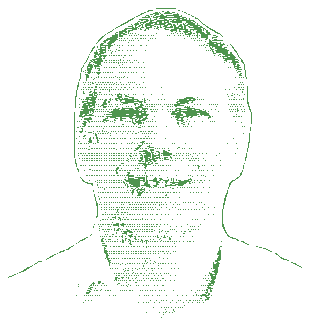
<source format=gbr>
%TF.GenerationSoftware,KiCad,Pcbnew,(7.0.0-0)*%
%TF.CreationDate,2023-11-04T22:02:26-07:00*%
%TF.ProjectId,master_node,6d617374-6572-45f6-9e6f-64652e6b6963,rev?*%
%TF.SameCoordinates,Original*%
%TF.FileFunction,Legend,Bot*%
%TF.FilePolarity,Positive*%
%FSLAX46Y46*%
G04 Gerber Fmt 4.6, Leading zero omitted, Abs format (unit mm)*
G04 Created by KiCad (PCBNEW (7.0.0-0)) date 2023-11-04 22:02:26*
%MOMM*%
%LPD*%
G01*
G04 APERTURE LIST*
G04 APERTURE END LIST*
%TO.C,G\u002A\u002A\u002A*%
G36*
X135214648Y-143343943D02*
G01*
X135178873Y-143379718D01*
X135143098Y-143343943D01*
X135178873Y-143308169D01*
X135214648Y-143343943D01*
G37*
G36*
X135429296Y-143200845D02*
G01*
X135393521Y-143236619D01*
X135357746Y-143200845D01*
X135393521Y-143165070D01*
X135429296Y-143200845D01*
G37*
G36*
X135286197Y-143200845D02*
G01*
X135250422Y-143236619D01*
X135214648Y-143200845D01*
X135250422Y-143165070D01*
X135286197Y-143200845D01*
G37*
G36*
X135071549Y-143200845D02*
G01*
X135035774Y-143236619D01*
X135000000Y-143200845D01*
X135035774Y-143165070D01*
X135071549Y-143200845D01*
G37*
G36*
X135715493Y-143057746D02*
G01*
X135679718Y-143093521D01*
X135643943Y-143057746D01*
X135679718Y-143021971D01*
X135715493Y-143057746D01*
G37*
G36*
X135572394Y-143057746D02*
G01*
X135536619Y-143093521D01*
X135500845Y-143057746D01*
X135536619Y-143021971D01*
X135572394Y-143057746D01*
G37*
G36*
X135930141Y-142914648D02*
G01*
X135894366Y-142950422D01*
X135858591Y-142914648D01*
X135894366Y-142878873D01*
X135930141Y-142914648D01*
G37*
G36*
X135429296Y-142914648D02*
G01*
X135393521Y-142950422D01*
X135357746Y-142914648D01*
X135393521Y-142878873D01*
X135429296Y-142914648D01*
G37*
G36*
X135214648Y-142914648D02*
G01*
X135178873Y-142950422D01*
X135143098Y-142914648D01*
X135178873Y-142878873D01*
X135214648Y-142914648D01*
G37*
G36*
X135000000Y-142914648D02*
G01*
X134964225Y-142950422D01*
X134928450Y-142914648D01*
X134964225Y-142878873D01*
X135000000Y-142914648D01*
G37*
G36*
X135683853Y-142738994D02*
G01*
X135751267Y-142807324D01*
X135764594Y-142832656D01*
X135759713Y-142878873D01*
X135747133Y-142875653D01*
X135679718Y-142807324D01*
X135666391Y-142781991D01*
X135671273Y-142735774D01*
X135683853Y-142738994D01*
G37*
G36*
X136216338Y-142771549D02*
G01*
X136180563Y-142807324D01*
X136144788Y-142771549D01*
X136180563Y-142735774D01*
X136216338Y-142771549D01*
G37*
G36*
X136073239Y-142771549D02*
G01*
X136037465Y-142807324D01*
X136001690Y-142771549D01*
X136037465Y-142735774D01*
X136073239Y-142771549D01*
G37*
G36*
X135572394Y-142771549D02*
G01*
X135536619Y-142807324D01*
X135500845Y-142771549D01*
X135536619Y-142735774D01*
X135572394Y-142771549D01*
G37*
G36*
X134785352Y-142771549D02*
G01*
X134749577Y-142807324D01*
X134713803Y-142771549D01*
X134749577Y-142735774D01*
X134785352Y-142771549D01*
G37*
G36*
X134427605Y-142771549D02*
G01*
X134391831Y-142807324D01*
X134356056Y-142771549D01*
X134391831Y-142735774D01*
X134427605Y-142771549D01*
G37*
G36*
X136502535Y-142628450D02*
G01*
X136466760Y-142664225D01*
X136430986Y-142628450D01*
X136466760Y-142592676D01*
X136502535Y-142628450D01*
G37*
G36*
X136287887Y-142628450D02*
G01*
X136252112Y-142664225D01*
X136216338Y-142628450D01*
X136252112Y-142592676D01*
X136287887Y-142628450D01*
G37*
G36*
X135972748Y-142581621D02*
G01*
X135950661Y-142613405D01*
X135890143Y-142664225D01*
X135880141Y-142663528D01*
X135864384Y-142622111D01*
X135941196Y-142550069D01*
X135981181Y-142532660D01*
X135972748Y-142581621D01*
G37*
G36*
X135787042Y-142628450D02*
G01*
X135751267Y-142664225D01*
X135715493Y-142628450D01*
X135751267Y-142592676D01*
X135787042Y-142628450D01*
G37*
G36*
X135429296Y-142628450D02*
G01*
X135393521Y-142664225D01*
X135357746Y-142628450D01*
X135393521Y-142592676D01*
X135429296Y-142628450D01*
G37*
G36*
X135214648Y-142628450D02*
G01*
X135178873Y-142664225D01*
X135143098Y-142628450D01*
X135178873Y-142592676D01*
X135214648Y-142628450D01*
G37*
G36*
X134284507Y-142628450D02*
G01*
X134248732Y-142664225D01*
X134212957Y-142628450D01*
X134248732Y-142592676D01*
X134284507Y-142628450D01*
G37*
G36*
X136717183Y-142556901D02*
G01*
X136681408Y-142592676D01*
X136645634Y-142556901D01*
X136681408Y-142521126D01*
X136717183Y-142556901D01*
G37*
G36*
X136931831Y-142485352D02*
G01*
X136896056Y-142521126D01*
X136860281Y-142485352D01*
X136896056Y-142449577D01*
X136931831Y-142485352D01*
G37*
G36*
X136603201Y-142364319D02*
G01*
X136606803Y-142454521D01*
X136593795Y-142474683D01*
X136541993Y-142514165D01*
X136526385Y-142416950D01*
X136533916Y-142371536D01*
X136587176Y-142350344D01*
X136603201Y-142364319D01*
G37*
G36*
X136430986Y-142485352D02*
G01*
X136395211Y-142521126D01*
X136359436Y-142485352D01*
X136395211Y-142449577D01*
X136430986Y-142485352D01*
G37*
G36*
X136216338Y-142485352D02*
G01*
X136180563Y-142521126D01*
X136144788Y-142485352D01*
X136180563Y-142449577D01*
X136216338Y-142485352D01*
G37*
G36*
X135715493Y-142485352D02*
G01*
X135679718Y-142521126D01*
X135643943Y-142485352D01*
X135679718Y-142449577D01*
X135715493Y-142485352D01*
G37*
G36*
X135572394Y-142485352D02*
G01*
X135536619Y-142521126D01*
X135500845Y-142485352D01*
X135536619Y-142449577D01*
X135572394Y-142485352D01*
G37*
G36*
X135826951Y-142309698D02*
G01*
X135894366Y-142378028D01*
X135907693Y-142403360D01*
X135902811Y-142449577D01*
X135890231Y-142446358D01*
X135822817Y-142378028D01*
X135809490Y-142352696D01*
X135814371Y-142306478D01*
X135826951Y-142309698D01*
G37*
G36*
X137218028Y-142342253D02*
G01*
X137182253Y-142378028D01*
X137146479Y-142342253D01*
X137182253Y-142306478D01*
X137218028Y-142342253D01*
G37*
G36*
X137074929Y-142342253D02*
G01*
X137039155Y-142378028D01*
X137003380Y-142342253D01*
X137039155Y-142306478D01*
X137074929Y-142342253D01*
G37*
G36*
X136860281Y-142342253D02*
G01*
X136824507Y-142378028D01*
X136788732Y-142342253D01*
X136824507Y-142306478D01*
X136860281Y-142342253D01*
G37*
G36*
X136359436Y-142342253D02*
G01*
X136323662Y-142378028D01*
X136287887Y-142342253D01*
X136323662Y-142306478D01*
X136359436Y-142342253D01*
G37*
G36*
X136144788Y-142342253D02*
G01*
X136109014Y-142378028D01*
X136073239Y-142342253D01*
X136109014Y-142306478D01*
X136144788Y-142342253D01*
G37*
G36*
X135429296Y-142342253D02*
G01*
X135393521Y-142378028D01*
X135357746Y-142342253D01*
X135393521Y-142306478D01*
X135429296Y-142342253D01*
G37*
G36*
X135286197Y-142342253D02*
G01*
X135250422Y-142378028D01*
X135214648Y-142342253D01*
X135250422Y-142306478D01*
X135286197Y-142342253D01*
G37*
G36*
X135071549Y-142342253D02*
G01*
X135035774Y-142378028D01*
X135000000Y-142342253D01*
X135035774Y-142306478D01*
X135071549Y-142342253D01*
G37*
G36*
X134642253Y-142342253D02*
G01*
X134606479Y-142378028D01*
X134570704Y-142342253D01*
X134606479Y-142306478D01*
X134642253Y-142342253D01*
G37*
G36*
X134141408Y-142342253D02*
G01*
X134105634Y-142378028D01*
X134069859Y-142342253D01*
X134105634Y-142306478D01*
X134141408Y-142342253D01*
G37*
G36*
X137361126Y-142199155D02*
G01*
X137325352Y-142234929D01*
X137289577Y-142199155D01*
X137325352Y-142163380D01*
X137361126Y-142199155D01*
G37*
G36*
X137218028Y-142199155D02*
G01*
X137182253Y-142234929D01*
X137146479Y-142199155D01*
X137182253Y-142163380D01*
X137218028Y-142199155D01*
G37*
G36*
X137003380Y-142199155D02*
G01*
X136967605Y-142234929D01*
X136931831Y-142199155D01*
X136967605Y-142163380D01*
X137003380Y-142199155D01*
G37*
G36*
X136788732Y-142199155D02*
G01*
X136752957Y-142234929D01*
X136717183Y-142199155D01*
X136752957Y-142163380D01*
X136788732Y-142199155D01*
G37*
G36*
X136645634Y-142199155D02*
G01*
X136609859Y-142234929D01*
X136574084Y-142199155D01*
X136609859Y-142163380D01*
X136645634Y-142199155D01*
G37*
G36*
X136430986Y-142199155D02*
G01*
X136395211Y-142234929D01*
X136359436Y-142199155D01*
X136395211Y-142163380D01*
X136430986Y-142199155D01*
G37*
G36*
X136216338Y-142199155D02*
G01*
X136180563Y-142234929D01*
X136144788Y-142199155D01*
X136180563Y-142163380D01*
X136216338Y-142199155D01*
G37*
G36*
X136001690Y-142199155D02*
G01*
X135965915Y-142234929D01*
X135930141Y-142199155D01*
X135965915Y-142163380D01*
X136001690Y-142199155D01*
G37*
G36*
X135858591Y-142199155D02*
G01*
X135822817Y-142234929D01*
X135787042Y-142199155D01*
X135822817Y-142163380D01*
X135858591Y-142199155D01*
G37*
G36*
X135715493Y-142199155D02*
G01*
X135679718Y-142234929D01*
X135643943Y-142199155D01*
X135679718Y-142163380D01*
X135715493Y-142199155D01*
G37*
G36*
X135572394Y-142199155D02*
G01*
X135536619Y-142234929D01*
X135500845Y-142199155D01*
X135536619Y-142163380D01*
X135572394Y-142199155D01*
G37*
G36*
X134928450Y-142199155D02*
G01*
X134892676Y-142234929D01*
X134856901Y-142199155D01*
X134892676Y-142163380D01*
X134928450Y-142199155D01*
G37*
G36*
X137861972Y-142056056D02*
G01*
X137826197Y-142091831D01*
X137790422Y-142056056D01*
X137826197Y-142020281D01*
X137861972Y-142056056D01*
G37*
G36*
X137546832Y-142009226D02*
G01*
X137537326Y-142023791D01*
X137466631Y-142089686D01*
X137432676Y-142060279D01*
X137439071Y-142044185D01*
X137515280Y-141977674D01*
X137555265Y-141960266D01*
X137546832Y-142009226D01*
G37*
G36*
X137361126Y-142056056D02*
G01*
X137325352Y-142091831D01*
X137289577Y-142056056D01*
X137325352Y-142020281D01*
X137361126Y-142056056D01*
G37*
G36*
X137146479Y-142056056D02*
G01*
X137110704Y-142091831D01*
X137074929Y-142056056D01*
X137110704Y-142020281D01*
X137146479Y-142056056D01*
G37*
G36*
X136574084Y-142056056D02*
G01*
X136538310Y-142091831D01*
X136502535Y-142056056D01*
X136538310Y-142020281D01*
X136574084Y-142056056D01*
G37*
G36*
X136359436Y-142056056D02*
G01*
X136323662Y-142091831D01*
X136287887Y-142056056D01*
X136323662Y-142020281D01*
X136359436Y-142056056D01*
G37*
G36*
X136073239Y-142056056D02*
G01*
X136037465Y-142091831D01*
X136001690Y-142056056D01*
X136037465Y-142020281D01*
X136073239Y-142056056D01*
G37*
G36*
X135500845Y-142056056D02*
G01*
X135465070Y-142091831D01*
X135429296Y-142056056D01*
X135465070Y-142020281D01*
X135500845Y-142056056D01*
G37*
G36*
X135357746Y-142056056D02*
G01*
X135321972Y-142091831D01*
X135286197Y-142056056D01*
X135321972Y-142020281D01*
X135357746Y-142056056D01*
G37*
G36*
X135214648Y-142056056D02*
G01*
X135178873Y-142091831D01*
X135143098Y-142056056D01*
X135178873Y-142020281D01*
X135214648Y-142056056D01*
G37*
G36*
X135071549Y-142056056D02*
G01*
X135035774Y-142091831D01*
X135000000Y-142056056D01*
X135035774Y-142020281D01*
X135071549Y-142056056D01*
G37*
G36*
X134499155Y-142056056D02*
G01*
X134463380Y-142091831D01*
X134427605Y-142056056D01*
X134463380Y-142020281D01*
X134499155Y-142056056D01*
G37*
G36*
X134284507Y-142056056D02*
G01*
X134248732Y-142091831D01*
X134212957Y-142056056D01*
X134248732Y-142020281D01*
X134284507Y-142056056D01*
G37*
G36*
X133998310Y-142056056D02*
G01*
X133962535Y-142091831D01*
X133926760Y-142056056D01*
X133962535Y-142020281D01*
X133998310Y-142056056D01*
G37*
G36*
X138148169Y-141912957D02*
G01*
X138112394Y-141948732D01*
X138076619Y-141912957D01*
X138112394Y-141877183D01*
X138148169Y-141912957D01*
G37*
G36*
X137790422Y-141912957D02*
G01*
X137754648Y-141948732D01*
X137718873Y-141912957D01*
X137754648Y-141877183D01*
X137790422Y-141912957D01*
G37*
G36*
X137289577Y-141912957D02*
G01*
X137253803Y-141948732D01*
X137218028Y-141912957D01*
X137253803Y-141877183D01*
X137289577Y-141912957D01*
G37*
G36*
X136931831Y-141912957D02*
G01*
X136896056Y-141948732D01*
X136860281Y-141912957D01*
X136896056Y-141877183D01*
X136931831Y-141912957D01*
G37*
G36*
X136717183Y-141912957D02*
G01*
X136681408Y-141948732D01*
X136645634Y-141912957D01*
X136681408Y-141877183D01*
X136717183Y-141912957D01*
G37*
G36*
X136502535Y-141912957D02*
G01*
X136466760Y-141948732D01*
X136430986Y-141912957D01*
X136466760Y-141877183D01*
X136502535Y-141912957D01*
G37*
G36*
X136216338Y-141912957D02*
G01*
X136180563Y-141948732D01*
X136144788Y-141912957D01*
X136180563Y-141877183D01*
X136216338Y-141912957D01*
G37*
G36*
X135930141Y-141912957D02*
G01*
X135894366Y-141948732D01*
X135858591Y-141912957D01*
X135894366Y-141877183D01*
X135930141Y-141912957D01*
G37*
G36*
X135787042Y-141912957D02*
G01*
X135751267Y-141948732D01*
X135715493Y-141912957D01*
X135751267Y-141877183D01*
X135787042Y-141912957D01*
G37*
G36*
X135643943Y-141912957D02*
G01*
X135608169Y-141948732D01*
X135572394Y-141912957D01*
X135608169Y-141877183D01*
X135643943Y-141912957D01*
G37*
G36*
X134856901Y-141912957D02*
G01*
X134821126Y-141948732D01*
X134785352Y-141912957D01*
X134821126Y-141877183D01*
X134856901Y-141912957D01*
G37*
G36*
X134713803Y-141912957D02*
G01*
X134678028Y-141948732D01*
X134642253Y-141912957D01*
X134678028Y-141877183D01*
X134713803Y-141912957D01*
G37*
G36*
X129204507Y-141912957D02*
G01*
X129168732Y-141948732D01*
X129132957Y-141912957D01*
X129168732Y-141877183D01*
X129204507Y-141912957D01*
G37*
G36*
X137894030Y-141778333D02*
G01*
X137948947Y-141803111D01*
X138005070Y-141849063D01*
X137985240Y-141875718D01*
X137903230Y-141865765D01*
X137826703Y-141806453D01*
X137820171Y-141773333D01*
X137894030Y-141778333D01*
G37*
G36*
X139149859Y-141769859D02*
G01*
X139114084Y-141805633D01*
X139078310Y-141769859D01*
X139114084Y-141734084D01*
X139149859Y-141769859D01*
G37*
G36*
X138935211Y-141769859D02*
G01*
X138899436Y-141805633D01*
X138863662Y-141769859D01*
X138899436Y-141734084D01*
X138935211Y-141769859D01*
G37*
G36*
X138792112Y-141769859D02*
G01*
X138756338Y-141805633D01*
X138720563Y-141769859D01*
X138756338Y-141734084D01*
X138792112Y-141769859D01*
G37*
G36*
X138649014Y-141769859D02*
G01*
X138613239Y-141805633D01*
X138577465Y-141769859D01*
X138613239Y-141734084D01*
X138649014Y-141769859D01*
G37*
G36*
X138505915Y-141769859D02*
G01*
X138470141Y-141805633D01*
X138434366Y-141769859D01*
X138470141Y-141734084D01*
X138505915Y-141769859D01*
G37*
G36*
X138219718Y-141769859D02*
G01*
X138183943Y-141805633D01*
X138148169Y-141769859D01*
X138183943Y-141734084D01*
X138219718Y-141769859D01*
G37*
G36*
X137575774Y-141769859D02*
G01*
X137540000Y-141805633D01*
X137504225Y-141769859D01*
X137540000Y-141734084D01*
X137575774Y-141769859D01*
G37*
G36*
X137432676Y-141769859D02*
G01*
X137396901Y-141805633D01*
X137361126Y-141769859D01*
X137396901Y-141734084D01*
X137432676Y-141769859D01*
G37*
G36*
X137074929Y-141769859D02*
G01*
X137039155Y-141805633D01*
X137003380Y-141769859D01*
X137039155Y-141734084D01*
X137074929Y-141769859D01*
G37*
G36*
X136860281Y-141769859D02*
G01*
X136824507Y-141805633D01*
X136788732Y-141769859D01*
X136824507Y-141734084D01*
X136860281Y-141769859D01*
G37*
G36*
X136645634Y-141769859D02*
G01*
X136609859Y-141805633D01*
X136574084Y-141769859D01*
X136609859Y-141734084D01*
X136645634Y-141769859D01*
G37*
G36*
X136359436Y-141769859D02*
G01*
X136323662Y-141805633D01*
X136287887Y-141769859D01*
X136323662Y-141734084D01*
X136359436Y-141769859D01*
G37*
G36*
X136144788Y-141769859D02*
G01*
X136109014Y-141805633D01*
X136073239Y-141769859D01*
X136109014Y-141734084D01*
X136144788Y-141769859D01*
G37*
G36*
X135429296Y-141769859D02*
G01*
X135393521Y-141805633D01*
X135357746Y-141769859D01*
X135393521Y-141734084D01*
X135429296Y-141769859D01*
G37*
G36*
X135214648Y-141769859D02*
G01*
X135178873Y-141805633D01*
X135143098Y-141769859D01*
X135178873Y-141734084D01*
X135214648Y-141769859D01*
G37*
G36*
X135000000Y-141769859D02*
G01*
X134964225Y-141805633D01*
X134928450Y-141769859D01*
X134964225Y-141734084D01*
X135000000Y-141769859D01*
G37*
G36*
X134499155Y-141769859D02*
G01*
X134463380Y-141805633D01*
X134427605Y-141769859D01*
X134463380Y-141734084D01*
X134499155Y-141769859D01*
G37*
G36*
X134284507Y-141769859D02*
G01*
X134248732Y-141805633D01*
X134212957Y-141769859D01*
X134248732Y-141734084D01*
X134284507Y-141769859D01*
G37*
G36*
X134069859Y-141769859D02*
G01*
X134034084Y-141805633D01*
X133998310Y-141769859D01*
X134034084Y-141734084D01*
X134069859Y-141769859D01*
G37*
G36*
X133855211Y-141769859D02*
G01*
X133819436Y-141805633D01*
X133783662Y-141769859D01*
X133819436Y-141734084D01*
X133855211Y-141769859D01*
G37*
G36*
X133640563Y-141769859D02*
G01*
X133604788Y-141805633D01*
X133569014Y-141769859D01*
X133604788Y-141734084D01*
X133640563Y-141769859D01*
G37*
G36*
X128989859Y-141769859D02*
G01*
X128954084Y-141805633D01*
X128918310Y-141769859D01*
X128954084Y-141734084D01*
X128989859Y-141769859D01*
G37*
G36*
X140588915Y-137476901D02*
G01*
X140599239Y-137508354D01*
X140600783Y-137608075D01*
X140602076Y-137691549D01*
X140580457Y-137877543D01*
X140552733Y-138120845D01*
X140512215Y-138267868D01*
X140435314Y-138313568D01*
X140433889Y-138313236D01*
X140378486Y-138317576D01*
X140429109Y-138396635D01*
X140473221Y-138469059D01*
X140469252Y-138478591D01*
X140440053Y-138548715D01*
X140414622Y-138570489D01*
X140401972Y-138657464D01*
X140410185Y-138688047D01*
X140356309Y-138770899D01*
X140316961Y-138788593D01*
X140320534Y-138745013D01*
X140333779Y-138712327D01*
X140302096Y-138626293D01*
X140291534Y-138621253D01*
X140254772Y-138654041D01*
X140260893Y-138747637D01*
X140308080Y-138837845D01*
X140320636Y-138865688D01*
X140322492Y-138907887D01*
X140326598Y-139001260D01*
X140321283Y-139050986D01*
X140306971Y-139184870D01*
X140304971Y-139194084D01*
X140273904Y-139337183D01*
X140270341Y-139353593D01*
X140227388Y-139440284D01*
X140225296Y-139444507D01*
X140209168Y-139468356D01*
X140200545Y-139481108D01*
X140191283Y-139606557D01*
X140189894Y-139623380D01*
X140183972Y-139695104D01*
X140144573Y-139766478D01*
X140104489Y-139839092D01*
X140100528Y-139843070D01*
X140040239Y-139924109D01*
X140092776Y-139946447D01*
X140150682Y-139957770D01*
X140091776Y-140008109D01*
X140048210Y-140041398D01*
X140002339Y-140114337D01*
X140009666Y-140204528D01*
X139996586Y-140251711D01*
X139972684Y-140337930D01*
X139847465Y-140381780D01*
X139756740Y-140387495D01*
X139744931Y-140404164D01*
X139865352Y-140446197D01*
X140044225Y-140503482D01*
X139865352Y-140517746D01*
X139686479Y-140532010D01*
X139865352Y-140589295D01*
X139967139Y-140623420D01*
X139989610Y-140645148D01*
X139883239Y-140653713D01*
X139783058Y-140674718D01*
X139722253Y-140736617D01*
X139725621Y-140759583D01*
X139781878Y-140775539D01*
X139808736Y-140769443D01*
X139841502Y-140836044D01*
X139826658Y-140882571D01*
X139734366Y-140892287D01*
X139678656Y-140880262D01*
X139674973Y-140928426D01*
X139699278Y-141044800D01*
X139634400Y-141175466D01*
X139499950Y-141233239D01*
X139424130Y-141244766D01*
X139364507Y-141300050D01*
X139419724Y-141337635D01*
X139561267Y-141335831D01*
X139758028Y-141304801D01*
X139579155Y-141409583D01*
X139569236Y-141415467D01*
X139476642Y-141488716D01*
X139507605Y-141517996D01*
X139568191Y-141529679D01*
X139546540Y-141555211D01*
X139528370Y-141576638D01*
X139446953Y-141610253D01*
X139277947Y-141639800D01*
X139193521Y-141635657D01*
X139211617Y-141610807D01*
X139273360Y-141568418D01*
X139260696Y-141555211D01*
X139364507Y-141555211D01*
X139400281Y-141590986D01*
X139436056Y-141555211D01*
X139400281Y-141519436D01*
X139364507Y-141555211D01*
X139260696Y-141555211D01*
X139211617Y-141504026D01*
X139209793Y-141502721D01*
X139161628Y-141457686D01*
X139239296Y-141474667D01*
X139309671Y-141485241D01*
X139364507Y-141445641D01*
X139362444Y-141429142D01*
X139292957Y-141376338D01*
X139275430Y-141374647D01*
X139229881Y-141322676D01*
X139236149Y-141257204D01*
X139219826Y-141166800D01*
X139292957Y-141166800D01*
X139293267Y-141179024D01*
X139310845Y-141228210D01*
X139353884Y-141215130D01*
X139554315Y-141104197D01*
X139630440Y-140939842D01*
X139639034Y-140847351D01*
X139669486Y-140586294D01*
X139705378Y-140428327D01*
X139756571Y-140342103D01*
X139832927Y-140296275D01*
X139841845Y-140292754D01*
X139917151Y-140251711D01*
X139858554Y-140236578D01*
X139752023Y-140268440D01*
X139614929Y-140374648D01*
X139540866Y-140473690D01*
X139541052Y-140517746D01*
X139557174Y-140537210D01*
X139510207Y-140621936D01*
X139470800Y-140690530D01*
X139470233Y-140801358D01*
X139475288Y-140870331D01*
X139404843Y-140988476D01*
X139338611Y-141067686D01*
X139292957Y-141166800D01*
X139219826Y-141166800D01*
X139214987Y-141140002D01*
X139152984Y-141123984D01*
X139131243Y-141143251D01*
X139105483Y-141253418D01*
X139111558Y-141285860D01*
X139096247Y-141286455D01*
X139083223Y-141271590D01*
X138997175Y-141274938D01*
X138969717Y-141304489D01*
X138999638Y-141403531D01*
X139019725Y-141471555D01*
X138914578Y-141501318D01*
X138819462Y-141496607D01*
X138852788Y-141454608D01*
X138888881Y-141429357D01*
X138941693Y-141326835D01*
X138851885Y-141216602D01*
X138803658Y-141171738D01*
X138879258Y-141187590D01*
X138902010Y-141193666D01*
X139010696Y-141184398D01*
X139051728Y-141127699D01*
X138989319Y-141063816D01*
X138986773Y-141062700D01*
X138984690Y-141044627D01*
X139096197Y-141052966D01*
X139141119Y-141057320D01*
X139264297Y-141039057D01*
X139292937Y-140986328D01*
X139203521Y-140926783D01*
X139175016Y-140912287D01*
X139239224Y-140914819D01*
X139308644Y-140915281D01*
X139404433Y-140868776D01*
X139413497Y-140845207D01*
X139364507Y-140803943D01*
X139338167Y-140799426D01*
X139324955Y-140738505D01*
X139334223Y-140718619D01*
X139311291Y-140642908D01*
X139296494Y-140631899D01*
X139344328Y-140633672D01*
X139376034Y-140636706D01*
X139473762Y-140586171D01*
X139474736Y-140545851D01*
X139386617Y-140509446D01*
X139345714Y-140506554D01*
X139300612Y-140494519D01*
X139392779Y-140466425D01*
X139407391Y-140462568D01*
X139483452Y-140422507D01*
X139428554Y-140360652D01*
X139423631Y-140357133D01*
X139374424Y-140311840D01*
X139451652Y-140328999D01*
X139522474Y-140340238D01*
X139613514Y-140305388D01*
X139613510Y-140263718D01*
X139526369Y-140205829D01*
X139498915Y-140197678D01*
X139452152Y-140175516D01*
X139543380Y-140172879D01*
X139695389Y-140173292D01*
X139843966Y-140159041D01*
X139867880Y-140129567D01*
X139758028Y-140088450D01*
X139543380Y-140033832D01*
X139758028Y-140020337D01*
X139870817Y-140010470D01*
X139910538Y-139988802D01*
X139829577Y-139945352D01*
X139746995Y-139897766D01*
X139796464Y-139878831D01*
X139859337Y-139845972D01*
X139900823Y-139766478D01*
X140008450Y-139766478D01*
X140044225Y-139802253D01*
X140080000Y-139766478D01*
X140044225Y-139730704D01*
X140008450Y-139766478D01*
X139900823Y-139766478D01*
X139911976Y-139745106D01*
X139917220Y-139637648D01*
X139901164Y-139623380D01*
X140008450Y-139623380D01*
X140044225Y-139659155D01*
X140080000Y-139623380D01*
X140044225Y-139587605D01*
X140008450Y-139623380D01*
X139901164Y-139623380D01*
X139860905Y-139587605D01*
X139838951Y-139592527D01*
X139811690Y-139668098D01*
X139811311Y-139701576D01*
X139738352Y-139770056D01*
X139703941Y-139775876D01*
X139719893Y-139755340D01*
X139754507Y-139713746D01*
X139719164Y-139581833D01*
X139684230Y-139496391D01*
X139686709Y-139484504D01*
X139722253Y-139484504D01*
X139724113Y-139491644D01*
X139793803Y-139516056D01*
X139813413Y-139513144D01*
X139829999Y-139489877D01*
X139949557Y-139489877D01*
X140008450Y-139516056D01*
X140046328Y-139510892D01*
X140056150Y-139468356D01*
X140045663Y-139459793D01*
X139960751Y-139468356D01*
X139949557Y-139489877D01*
X139829999Y-139489877D01*
X139865352Y-139440284D01*
X139859734Y-139414405D01*
X139793803Y-139408732D01*
X139772390Y-139423417D01*
X139722253Y-139484504D01*
X139686709Y-139484504D01*
X139695050Y-139444507D01*
X139696017Y-139444474D01*
X139689304Y-139396512D01*
X139608131Y-139284754D01*
X139536704Y-139199049D01*
X139522487Y-139168557D01*
X139601275Y-139225478D01*
X139717440Y-139290414D01*
X139913554Y-139345449D01*
X140014474Y-139353904D01*
X140043531Y-139337183D01*
X140151549Y-139337183D01*
X140187324Y-139372957D01*
X140223098Y-139337183D01*
X140187324Y-139301408D01*
X140151549Y-139337183D01*
X140043531Y-139337183D01*
X140048680Y-139334220D01*
X139962983Y-139255785D01*
X139891154Y-139195796D01*
X139871815Y-139164185D01*
X139964909Y-139189881D01*
X140014016Y-139204520D01*
X140061239Y-139198567D01*
X140058147Y-139194084D01*
X140151549Y-139194084D01*
X140187324Y-139229859D01*
X140223098Y-139194084D01*
X140187324Y-139158309D01*
X140151549Y-139194084D01*
X140058147Y-139194084D01*
X140000683Y-139110777D01*
X139964650Y-139065100D01*
X139944920Y-139013951D01*
X140036458Y-139039227D01*
X140069264Y-139051111D01*
X140131958Y-139057794D01*
X140127480Y-139050986D01*
X140223098Y-139050986D01*
X140258873Y-139086760D01*
X140294648Y-139050986D01*
X140258873Y-139015211D01*
X140223098Y-139050986D01*
X140127480Y-139050986D01*
X140082013Y-138981862D01*
X140021965Y-138925905D01*
X139953589Y-138907887D01*
X140223098Y-138907887D01*
X140258873Y-138943662D01*
X140294648Y-138907887D01*
X140258873Y-138872112D01*
X140223098Y-138907887D01*
X139953589Y-138907887D01*
X139941889Y-138904804D01*
X139919245Y-138892597D01*
X139901190Y-138791642D01*
X139901214Y-138640184D01*
X139918282Y-138492910D01*
X139951359Y-138404509D01*
X139974611Y-138402446D01*
X139977441Y-138489922D01*
X139978756Y-138567370D01*
X140036472Y-138674256D01*
X140072895Y-138707174D01*
X140022115Y-138727918D01*
X139985306Y-138735814D01*
X139972676Y-138800563D01*
X139973647Y-138802126D01*
X140053150Y-138873140D01*
X140106170Y-138818755D01*
X140115665Y-138656181D01*
X140125220Y-138502896D01*
X140140796Y-138478591D01*
X140223098Y-138478591D01*
X140258873Y-138514366D01*
X140294648Y-138478591D01*
X140366197Y-138478591D01*
X140401972Y-138514366D01*
X140437746Y-138478591D01*
X140401972Y-138442817D01*
X140366197Y-138478591D01*
X140294648Y-138478591D01*
X140258873Y-138442817D01*
X140223098Y-138478591D01*
X140140796Y-138478591D01*
X140213857Y-138364582D01*
X140246749Y-138342989D01*
X140289074Y-138306482D01*
X140205211Y-138327845D01*
X140135101Y-138340736D01*
X140074525Y-138315360D01*
X140068747Y-138273996D01*
X140045123Y-138139016D01*
X140041636Y-138069194D01*
X140082632Y-137976119D01*
X140114314Y-137981990D01*
X140117072Y-138078333D01*
X140123190Y-138178930D01*
X140224488Y-138208391D01*
X140311990Y-138182090D01*
X140282239Y-138105893D01*
X140244407Y-138039532D01*
X140303774Y-138007872D01*
X140361858Y-137997804D01*
X140308743Y-137964871D01*
X140305555Y-137963566D01*
X140264245Y-137911644D01*
X140344517Y-137822115D01*
X140409670Y-137762085D01*
X140391582Y-137757381D01*
X140343433Y-137768643D01*
X140279766Y-137717097D01*
X140274969Y-137629595D01*
X140307304Y-137629595D01*
X140366197Y-137655774D01*
X140404075Y-137650611D01*
X140413896Y-137608075D01*
X140403410Y-137599512D01*
X140318497Y-137608075D01*
X140307304Y-137629595D01*
X140274969Y-137629595D01*
X140273954Y-137611090D01*
X140337931Y-137506444D01*
X140362495Y-137476901D01*
X140509296Y-137476901D01*
X140545070Y-137512676D01*
X140580845Y-137476901D01*
X140545070Y-137441126D01*
X140509296Y-137476901D01*
X140362495Y-137476901D01*
X140390657Y-137443031D01*
X140409745Y-137328261D01*
X140406127Y-137316545D01*
X140437557Y-137227610D01*
X140532153Y-137187390D01*
X140618551Y-137229603D01*
X140628333Y-137256532D01*
X140576307Y-137298028D01*
X140535196Y-137309874D01*
X140559557Y-137387464D01*
X140588915Y-137476901D01*
G37*
G36*
X139054460Y-141614835D02*
G01*
X139065653Y-141636356D01*
X139006760Y-141662535D01*
X138968882Y-141657371D01*
X138959061Y-141614835D01*
X138969548Y-141606272D01*
X139054460Y-141614835D01*
G37*
G36*
X138839812Y-141614835D02*
G01*
X138851006Y-141636356D01*
X138792112Y-141662535D01*
X138754234Y-141657371D01*
X138744413Y-141614835D01*
X138754900Y-141606272D01*
X138839812Y-141614835D01*
G37*
G36*
X138625164Y-141614835D02*
G01*
X138636358Y-141636356D01*
X138577465Y-141662535D01*
X138539587Y-141657371D01*
X138529765Y-141614835D01*
X138540252Y-141606272D01*
X138625164Y-141614835D01*
G37*
G36*
X138434366Y-141626760D02*
G01*
X138398591Y-141662535D01*
X138362817Y-141626760D01*
X138398591Y-141590986D01*
X138434366Y-141626760D01*
G37*
G36*
X138291267Y-141626760D02*
G01*
X138255493Y-141662535D01*
X138219718Y-141626760D01*
X138255493Y-141590986D01*
X138291267Y-141626760D01*
G37*
G36*
X138076619Y-141626760D02*
G01*
X138040845Y-141662535D01*
X138005070Y-141626760D01*
X138040845Y-141590986D01*
X138076619Y-141626760D01*
G37*
G36*
X137933521Y-141626760D02*
G01*
X137897746Y-141662535D01*
X137861972Y-141626760D01*
X137897746Y-141590986D01*
X137933521Y-141626760D01*
G37*
G36*
X137718873Y-141626760D02*
G01*
X137683098Y-141662535D01*
X137647324Y-141626760D01*
X137683098Y-141590986D01*
X137718873Y-141626760D01*
G37*
G36*
X137218028Y-141626760D02*
G01*
X137182253Y-141662535D01*
X137146479Y-141626760D01*
X137182253Y-141590986D01*
X137218028Y-141626760D01*
G37*
G36*
X137003380Y-141626760D02*
G01*
X136967605Y-141662535D01*
X136931831Y-141626760D01*
X136967605Y-141590986D01*
X137003380Y-141626760D01*
G37*
G36*
X136502535Y-141626760D02*
G01*
X136466760Y-141662535D01*
X136430986Y-141626760D01*
X136466760Y-141590986D01*
X136502535Y-141626760D01*
G37*
G36*
X136001690Y-141626760D02*
G01*
X135965915Y-141662535D01*
X135930141Y-141626760D01*
X135965915Y-141590986D01*
X136001690Y-141626760D01*
G37*
G36*
X135787042Y-141626760D02*
G01*
X135751267Y-141662535D01*
X135715493Y-141626760D01*
X135751267Y-141590986D01*
X135787042Y-141626760D01*
G37*
G36*
X135572394Y-141626760D02*
G01*
X135536619Y-141662535D01*
X135500845Y-141626760D01*
X135536619Y-141590986D01*
X135572394Y-141626760D01*
G37*
G36*
X135143098Y-141626760D02*
G01*
X135107324Y-141662535D01*
X135071549Y-141626760D01*
X135107324Y-141590986D01*
X135143098Y-141626760D01*
G37*
G36*
X134785352Y-141626760D02*
G01*
X134749577Y-141662535D01*
X134713803Y-141626760D01*
X134749577Y-141590986D01*
X134785352Y-141626760D01*
G37*
G36*
X134642253Y-141626760D02*
G01*
X134606479Y-141662535D01*
X134570704Y-141626760D01*
X134606479Y-141590986D01*
X134642253Y-141626760D01*
G37*
G36*
X129633803Y-141626760D02*
G01*
X129598028Y-141662535D01*
X129562253Y-141626760D01*
X129598028Y-141590986D01*
X129633803Y-141626760D01*
G37*
G36*
X129419155Y-141626760D02*
G01*
X129383380Y-141662535D01*
X129347605Y-141626760D01*
X129383380Y-141590986D01*
X129419155Y-141626760D01*
G37*
G36*
X129132957Y-141626760D02*
G01*
X129097183Y-141662535D01*
X129061408Y-141626760D01*
X129097183Y-141590986D01*
X129132957Y-141626760D01*
G37*
G36*
X139722253Y-141483662D02*
G01*
X139686479Y-141519436D01*
X139650704Y-141483662D01*
X139686479Y-141447887D01*
X139722253Y-141483662D01*
G37*
G36*
X138720563Y-141483662D02*
G01*
X138684788Y-141519436D01*
X138649014Y-141483662D01*
X138684788Y-141447887D01*
X138720563Y-141483662D01*
G37*
G36*
X138577465Y-141483662D02*
G01*
X138541690Y-141519436D01*
X138505915Y-141483662D01*
X138541690Y-141447887D01*
X138577465Y-141483662D01*
G37*
G36*
X138434366Y-141483662D02*
G01*
X138398591Y-141519436D01*
X138362817Y-141483662D01*
X138398591Y-141447887D01*
X138434366Y-141483662D01*
G37*
G36*
X138219718Y-141483662D02*
G01*
X138183943Y-141519436D01*
X138148169Y-141483662D01*
X138183943Y-141447887D01*
X138219718Y-141483662D01*
G37*
G36*
X137861972Y-141483662D02*
G01*
X137826197Y-141519436D01*
X137790422Y-141483662D01*
X137826197Y-141447887D01*
X137861972Y-141483662D01*
G37*
G36*
X137575774Y-141483662D02*
G01*
X137540000Y-141519436D01*
X137504225Y-141483662D01*
X137540000Y-141447887D01*
X137575774Y-141483662D01*
G37*
G36*
X137361126Y-141483662D02*
G01*
X137325352Y-141519436D01*
X137289577Y-141483662D01*
X137325352Y-141447887D01*
X137361126Y-141483662D01*
G37*
G36*
X136717183Y-141483662D02*
G01*
X136681408Y-141519436D01*
X136645634Y-141483662D01*
X136681408Y-141447887D01*
X136717183Y-141483662D01*
G37*
G36*
X136216338Y-141483662D02*
G01*
X136180563Y-141519436D01*
X136144788Y-141483662D01*
X136180563Y-141447887D01*
X136216338Y-141483662D01*
G37*
G36*
X135429296Y-141483662D02*
G01*
X135393521Y-141519436D01*
X135357746Y-141483662D01*
X135393521Y-141447887D01*
X135429296Y-141483662D01*
G37*
G36*
X135286197Y-141483662D02*
G01*
X135250422Y-141519436D01*
X135214648Y-141483662D01*
X135250422Y-141447887D01*
X135286197Y-141483662D01*
G37*
G36*
X134928450Y-141483662D02*
G01*
X134892676Y-141519436D01*
X134856901Y-141483662D01*
X134892676Y-141447887D01*
X134928450Y-141483662D01*
G37*
G36*
X134570704Y-141483662D02*
G01*
X134534929Y-141519436D01*
X134499155Y-141483662D01*
X134534929Y-141447887D01*
X134570704Y-141483662D01*
G37*
G36*
X134427605Y-141483662D02*
G01*
X134391831Y-141519436D01*
X134356056Y-141483662D01*
X134391831Y-141447887D01*
X134427605Y-141483662D01*
G37*
G36*
X134212957Y-141483662D02*
G01*
X134177183Y-141519436D01*
X134141408Y-141483662D01*
X134177183Y-141447887D01*
X134212957Y-141483662D01*
G37*
G36*
X133783662Y-141483662D02*
G01*
X133747887Y-141519436D01*
X133712112Y-141483662D01*
X133747887Y-141447887D01*
X133783662Y-141483662D01*
G37*
G36*
X131637183Y-141483662D02*
G01*
X131601408Y-141519436D01*
X131565634Y-141483662D01*
X131601408Y-141447887D01*
X131637183Y-141483662D01*
G37*
G36*
X130420845Y-141483662D02*
G01*
X130385070Y-141519436D01*
X130349296Y-141483662D01*
X130385070Y-141447887D01*
X130420845Y-141483662D01*
G37*
G36*
X130206197Y-141483662D02*
G01*
X130170422Y-141519436D01*
X130134648Y-141483662D01*
X130170422Y-141447887D01*
X130206197Y-141483662D01*
G37*
G36*
X129920000Y-141483662D02*
G01*
X129884225Y-141519436D01*
X129848450Y-141483662D01*
X129884225Y-141447887D01*
X129920000Y-141483662D01*
G37*
G36*
X129776901Y-141483662D02*
G01*
X129741126Y-141519436D01*
X129705352Y-141483662D01*
X129741126Y-141447887D01*
X129776901Y-141483662D01*
G37*
G36*
X129562253Y-141483662D02*
G01*
X129526479Y-141519436D01*
X129490704Y-141483662D01*
X129526479Y-141447887D01*
X129562253Y-141483662D01*
G37*
G36*
X129347605Y-141483662D02*
G01*
X129311831Y-141519436D01*
X129276056Y-141483662D01*
X129311831Y-141447887D01*
X129347605Y-141483662D01*
G37*
G36*
X129204507Y-141483662D02*
G01*
X129168732Y-141519436D01*
X129132957Y-141483662D01*
X129168732Y-141447887D01*
X129204507Y-141483662D01*
G37*
G36*
X129061408Y-141483662D02*
G01*
X129025634Y-141519436D01*
X128989859Y-141483662D01*
X129025634Y-141447887D01*
X129061408Y-141483662D01*
G37*
G36*
X138792112Y-141340563D02*
G01*
X138756338Y-141376338D01*
X138720563Y-141340563D01*
X138756338Y-141304788D01*
X138792112Y-141340563D01*
G37*
G36*
X138649014Y-141340563D02*
G01*
X138613239Y-141376338D01*
X138577465Y-141340563D01*
X138613239Y-141304788D01*
X138649014Y-141340563D01*
G37*
G36*
X138505915Y-141340563D02*
G01*
X138470141Y-141376338D01*
X138434366Y-141340563D01*
X138470141Y-141304788D01*
X138505915Y-141340563D01*
G37*
G36*
X138362817Y-141340563D02*
G01*
X138327042Y-141376338D01*
X138291267Y-141340563D01*
X138327042Y-141304788D01*
X138362817Y-141340563D01*
G37*
G36*
X138148169Y-141340563D02*
G01*
X138112394Y-141376338D01*
X138076619Y-141340563D01*
X138112394Y-141304788D01*
X138148169Y-141340563D01*
G37*
G36*
X138005070Y-141340563D02*
G01*
X137969296Y-141376338D01*
X137933521Y-141340563D01*
X137969296Y-141304788D01*
X138005070Y-141340563D01*
G37*
G36*
X137074929Y-141340563D02*
G01*
X137039155Y-141376338D01*
X137003380Y-141340563D01*
X137039155Y-141304788D01*
X137074929Y-141340563D01*
G37*
G36*
X136430986Y-141340563D02*
G01*
X136395211Y-141376338D01*
X136359436Y-141340563D01*
X136395211Y-141304788D01*
X136430986Y-141340563D01*
G37*
G36*
X135858591Y-141340563D02*
G01*
X135822817Y-141376338D01*
X135787042Y-141340563D01*
X135822817Y-141304788D01*
X135858591Y-141340563D01*
G37*
G36*
X135572394Y-141340563D02*
G01*
X135536619Y-141376338D01*
X135500845Y-141340563D01*
X135536619Y-141304788D01*
X135572394Y-141340563D01*
G37*
G36*
X135143098Y-141340563D02*
G01*
X135107324Y-141376338D01*
X135071549Y-141340563D01*
X135107324Y-141304788D01*
X135143098Y-141340563D01*
G37*
G36*
X135000000Y-141340563D02*
G01*
X134964225Y-141376338D01*
X134928450Y-141340563D01*
X134964225Y-141304788D01*
X135000000Y-141340563D01*
G37*
G36*
X134785352Y-141340563D02*
G01*
X134749577Y-141376338D01*
X134713803Y-141340563D01*
X134749577Y-141304788D01*
X134785352Y-141340563D01*
G37*
G36*
X134642253Y-141340563D02*
G01*
X134606479Y-141376338D01*
X134570704Y-141340563D01*
X134606479Y-141304788D01*
X134642253Y-141340563D01*
G37*
G36*
X133998310Y-141340563D02*
G01*
X133962535Y-141376338D01*
X133926760Y-141340563D01*
X133962535Y-141304788D01*
X133998310Y-141340563D01*
G37*
G36*
X133569014Y-141340563D02*
G01*
X133533239Y-141376338D01*
X133497465Y-141340563D01*
X133533239Y-141304788D01*
X133569014Y-141340563D01*
G37*
G36*
X131851831Y-141340563D02*
G01*
X131816056Y-141376338D01*
X131780281Y-141340563D01*
X131816056Y-141304788D01*
X131851831Y-141340563D01*
G37*
G36*
X130778591Y-141340563D02*
G01*
X130742817Y-141376338D01*
X130707042Y-141340563D01*
X130742817Y-141304788D01*
X130778591Y-141340563D01*
G37*
G36*
X130063098Y-141340563D02*
G01*
X130027324Y-141376338D01*
X129991549Y-141340563D01*
X130027324Y-141304788D01*
X130063098Y-141340563D01*
G37*
G36*
X129705352Y-141340563D02*
G01*
X129669577Y-141376338D01*
X129633803Y-141340563D01*
X129669577Y-141304788D01*
X129705352Y-141340563D01*
G37*
G36*
X129562253Y-141340563D02*
G01*
X129526479Y-141376338D01*
X129490704Y-141340563D01*
X129526479Y-141304788D01*
X129562253Y-141340563D01*
G37*
G36*
X129419155Y-141340563D02*
G01*
X129383380Y-141376338D01*
X129347605Y-141340563D01*
X129383380Y-141304788D01*
X129419155Y-141340563D01*
G37*
G36*
X129276056Y-141340563D02*
G01*
X129240281Y-141376338D01*
X129204507Y-141340563D01*
X129240281Y-141304788D01*
X129276056Y-141340563D01*
G37*
G36*
X129132957Y-141340563D02*
G01*
X129097183Y-141376338D01*
X129061408Y-141340563D01*
X129097183Y-141304788D01*
X129132957Y-141340563D01*
G37*
G36*
X139793803Y-141197464D02*
G01*
X139758028Y-141233239D01*
X139722253Y-141197464D01*
X139758028Y-141161690D01*
X139793803Y-141197464D01*
G37*
G36*
X138720563Y-141197464D02*
G01*
X138684788Y-141233239D01*
X138649014Y-141197464D01*
X138684788Y-141161690D01*
X138720563Y-141197464D01*
G37*
G36*
X138548522Y-141150635D02*
G01*
X138539017Y-141165200D01*
X138468322Y-141231095D01*
X138434366Y-141201687D01*
X138440762Y-141185594D01*
X138516970Y-141119083D01*
X138556955Y-141101674D01*
X138548522Y-141150635D01*
G37*
G36*
X138333874Y-141150635D02*
G01*
X138311788Y-141182419D01*
X138251270Y-141233239D01*
X138241268Y-141232543D01*
X138225511Y-141191125D01*
X138302322Y-141119083D01*
X138342307Y-141101674D01*
X138333874Y-141150635D01*
G37*
G36*
X137718873Y-141197464D02*
G01*
X137683098Y-141233239D01*
X137647324Y-141197464D01*
X137683098Y-141161690D01*
X137718873Y-141197464D01*
G37*
G36*
X137361126Y-141197464D02*
G01*
X137325352Y-141233239D01*
X137289577Y-141197464D01*
X137325352Y-141161690D01*
X137361126Y-141197464D01*
G37*
G36*
X136931831Y-141197464D02*
G01*
X136896056Y-141233239D01*
X136860281Y-141197464D01*
X136896056Y-141161690D01*
X136931831Y-141197464D01*
G37*
G36*
X136645634Y-141197464D02*
G01*
X136609859Y-141233239D01*
X136574084Y-141197464D01*
X136609859Y-141161690D01*
X136645634Y-141197464D01*
G37*
G36*
X136144788Y-141197464D02*
G01*
X136109014Y-141233239D01*
X136073239Y-141197464D01*
X136109014Y-141161690D01*
X136144788Y-141197464D01*
G37*
G36*
X136001690Y-141197464D02*
G01*
X135965915Y-141233239D01*
X135930141Y-141197464D01*
X135965915Y-141161690D01*
X136001690Y-141197464D01*
G37*
G36*
X135715493Y-141197464D02*
G01*
X135679718Y-141233239D01*
X135643943Y-141197464D01*
X135679718Y-141161690D01*
X135715493Y-141197464D01*
G37*
G36*
X135429296Y-141197464D02*
G01*
X135393521Y-141233239D01*
X135357746Y-141197464D01*
X135393521Y-141161690D01*
X135429296Y-141197464D01*
G37*
G36*
X135286197Y-141197464D02*
G01*
X135250422Y-141233239D01*
X135214648Y-141197464D01*
X135250422Y-141161690D01*
X135286197Y-141197464D01*
G37*
G36*
X134856901Y-141197464D02*
G01*
X134821126Y-141233239D01*
X134785352Y-141197464D01*
X134821126Y-141161690D01*
X134856901Y-141197464D01*
G37*
G36*
X134499155Y-141197464D02*
G01*
X134463380Y-141233239D01*
X134427605Y-141197464D01*
X134463380Y-141161690D01*
X134499155Y-141197464D01*
G37*
G36*
X134284507Y-141197464D02*
G01*
X134248732Y-141233239D01*
X134212957Y-141197464D01*
X134248732Y-141161690D01*
X134284507Y-141197464D01*
G37*
G36*
X134141408Y-141197464D02*
G01*
X134105634Y-141233239D01*
X134069859Y-141197464D01*
X134105634Y-141161690D01*
X134141408Y-141197464D01*
G37*
G36*
X133712112Y-141197464D02*
G01*
X133676338Y-141233239D01*
X133640563Y-141197464D01*
X133676338Y-141161690D01*
X133712112Y-141197464D01*
G37*
G36*
X133425915Y-141197464D02*
G01*
X133390141Y-141233239D01*
X133354366Y-141197464D01*
X133390141Y-141161690D01*
X133425915Y-141197464D01*
G37*
G36*
X131708732Y-141197464D02*
G01*
X131672957Y-141233239D01*
X131637183Y-141197464D01*
X131672957Y-141161690D01*
X131708732Y-141197464D01*
G37*
G36*
X131494084Y-141197464D02*
G01*
X131458310Y-141233239D01*
X131422535Y-141197464D01*
X131458310Y-141161690D01*
X131494084Y-141197464D01*
G37*
G36*
X131207887Y-141197464D02*
G01*
X131172112Y-141233239D01*
X131136338Y-141197464D01*
X131172112Y-141161690D01*
X131207887Y-141197464D01*
G37*
G36*
X130635493Y-141197464D02*
G01*
X130599718Y-141233239D01*
X130563943Y-141197464D01*
X130599718Y-141161690D01*
X130635493Y-141197464D01*
G37*
G36*
X130349296Y-141197464D02*
G01*
X130313521Y-141233239D01*
X130277746Y-141197464D01*
X130313521Y-141161690D01*
X130349296Y-141197464D01*
G37*
G36*
X130206197Y-141197464D02*
G01*
X130170422Y-141233239D01*
X130134648Y-141197464D01*
X130170422Y-141161690D01*
X130206197Y-141197464D01*
G37*
G36*
X129991549Y-141197464D02*
G01*
X129955774Y-141233239D01*
X129920000Y-141197464D01*
X129955774Y-141161690D01*
X129991549Y-141197464D01*
G37*
G36*
X129776901Y-141197464D02*
G01*
X129741126Y-141233239D01*
X129705352Y-141197464D01*
X129741126Y-141161690D01*
X129776901Y-141197464D01*
G37*
G36*
X129562253Y-141197464D02*
G01*
X129526479Y-141233239D01*
X129490704Y-141197464D01*
X129526479Y-141161690D01*
X129562253Y-141197464D01*
G37*
G36*
X129419155Y-141197464D02*
G01*
X129383380Y-141233239D01*
X129347605Y-141197464D01*
X129383380Y-141161690D01*
X129419155Y-141197464D01*
G37*
G36*
X129252206Y-141185540D02*
G01*
X129263400Y-141207060D01*
X129204507Y-141233239D01*
X129166629Y-141228075D01*
X129156807Y-141185540D01*
X129167294Y-141176976D01*
X129252206Y-141185540D01*
G37*
G36*
X129061408Y-141197464D02*
G01*
X129025634Y-141233239D01*
X128989859Y-141197464D01*
X129025634Y-141161690D01*
X129061408Y-141197464D01*
G37*
G36*
X128417465Y-141197464D02*
G01*
X128381690Y-141233239D01*
X128345915Y-141197464D01*
X128381690Y-141161690D01*
X128417465Y-141197464D01*
G37*
G36*
X138863662Y-141054366D02*
G01*
X138827887Y-141090140D01*
X138792112Y-141054366D01*
X138827887Y-141018591D01*
X138863662Y-141054366D01*
G37*
G36*
X138720563Y-141054366D02*
G01*
X138684788Y-141090140D01*
X138649014Y-141054366D01*
X138684788Y-141018591D01*
X138720563Y-141054366D01*
G37*
G36*
X138148169Y-141054366D02*
G01*
X138112394Y-141090140D01*
X138076619Y-141054366D01*
X138112394Y-141018591D01*
X138148169Y-141054366D01*
G37*
G36*
X137933521Y-141054366D02*
G01*
X137897746Y-141090140D01*
X137861972Y-141054366D01*
X137897746Y-141018591D01*
X137933521Y-141054366D01*
G37*
G36*
X137575774Y-141054366D02*
G01*
X137540000Y-141090140D01*
X137504225Y-141054366D01*
X137540000Y-141018591D01*
X137575774Y-141054366D01*
G37*
G36*
X137218028Y-141054366D02*
G01*
X137182253Y-141090140D01*
X137146479Y-141054366D01*
X137182253Y-141018591D01*
X137218028Y-141054366D01*
G37*
G36*
X136359436Y-141054366D02*
G01*
X136323662Y-141090140D01*
X136287887Y-141054366D01*
X136323662Y-141018591D01*
X136359436Y-141054366D01*
G37*
G36*
X135858591Y-141054366D02*
G01*
X135822817Y-141090140D01*
X135787042Y-141054366D01*
X135822817Y-141018591D01*
X135858591Y-141054366D01*
G37*
G36*
X135572394Y-141054366D02*
G01*
X135536619Y-141090140D01*
X135500845Y-141054366D01*
X135536619Y-141018591D01*
X135572394Y-141054366D01*
G37*
G36*
X135143098Y-141054366D02*
G01*
X135107324Y-141090140D01*
X135071549Y-141054366D01*
X135107324Y-141018591D01*
X135143098Y-141054366D01*
G37*
G36*
X135000000Y-141054366D02*
G01*
X134964225Y-141090140D01*
X134928450Y-141054366D01*
X134964225Y-141018591D01*
X135000000Y-141054366D01*
G37*
G36*
X134785352Y-141054366D02*
G01*
X134749577Y-141090140D01*
X134713803Y-141054366D01*
X134749577Y-141018591D01*
X134785352Y-141054366D01*
G37*
G36*
X134642253Y-141054366D02*
G01*
X134606479Y-141090140D01*
X134570704Y-141054366D01*
X134606479Y-141018591D01*
X134642253Y-141054366D01*
G37*
G36*
X134427605Y-141054366D02*
G01*
X134391831Y-141090140D01*
X134356056Y-141054366D01*
X134391831Y-141018591D01*
X134427605Y-141054366D01*
G37*
G36*
X133926760Y-141054366D02*
G01*
X133890986Y-141090140D01*
X133855211Y-141054366D01*
X133890986Y-141018591D01*
X133926760Y-141054366D01*
G37*
G36*
X133497465Y-141054366D02*
G01*
X133461690Y-141090140D01*
X133425915Y-141054366D01*
X133461690Y-141018591D01*
X133497465Y-141054366D01*
G37*
G36*
X132925070Y-141054366D02*
G01*
X132889296Y-141090140D01*
X132853521Y-141054366D01*
X132889296Y-141018591D01*
X132925070Y-141054366D01*
G37*
G36*
X131637183Y-141054366D02*
G01*
X131601408Y-141090140D01*
X131565634Y-141054366D01*
X131601408Y-141018591D01*
X131637183Y-141054366D01*
G37*
G36*
X131422535Y-141054366D02*
G01*
X131386760Y-141090140D01*
X131350986Y-141054366D01*
X131386760Y-141018591D01*
X131422535Y-141054366D01*
G37*
G36*
X130921690Y-141054366D02*
G01*
X130885915Y-141090140D01*
X130850141Y-141054366D01*
X130885915Y-141018591D01*
X130921690Y-141054366D01*
G37*
G36*
X130492394Y-141054366D02*
G01*
X130456619Y-141090140D01*
X130420845Y-141054366D01*
X130456619Y-141018591D01*
X130492394Y-141054366D01*
G37*
G36*
X130134648Y-141054366D02*
G01*
X130098873Y-141090140D01*
X130063098Y-141054366D01*
X130098873Y-141018591D01*
X130134648Y-141054366D01*
G37*
G36*
X129920000Y-141054366D02*
G01*
X129884225Y-141090140D01*
X129848450Y-141054366D01*
X129884225Y-141018591D01*
X129920000Y-141054366D01*
G37*
G36*
X129776901Y-141054366D02*
G01*
X129741126Y-141090140D01*
X129705352Y-141054366D01*
X129741126Y-141018591D01*
X129776901Y-141054366D01*
G37*
G36*
X129633803Y-141054366D02*
G01*
X129598028Y-141090140D01*
X129562253Y-141054366D01*
X129598028Y-141018591D01*
X129633803Y-141054366D01*
G37*
G36*
X129470800Y-140982817D02*
G01*
X129468047Y-140986394D01*
X129439604Y-141033873D01*
X129318986Y-141061521D01*
X129217364Y-141042284D01*
X129163913Y-140982817D01*
X129276056Y-140982817D01*
X129311831Y-141018591D01*
X129347605Y-140982817D01*
X129311831Y-140947042D01*
X129276056Y-140982817D01*
X129163913Y-140982817D01*
X129156807Y-140974911D01*
X129179371Y-140930586D01*
X129286476Y-140913274D01*
X129361643Y-140916223D01*
X129457647Y-140871095D01*
X129444827Y-140825974D01*
X129333941Y-140797490D01*
X129264077Y-140790696D01*
X129271393Y-140767402D01*
X129411008Y-140721371D01*
X129589718Y-140687835D01*
X129725399Y-140723821D01*
X129738223Y-140766763D01*
X129626222Y-140751758D01*
X129545101Y-140732872D01*
X129496656Y-140744362D01*
X129556477Y-140831347D01*
X129587411Y-140869974D01*
X129621032Y-140934505D01*
X129556477Y-140933192D01*
X129510066Y-140931805D01*
X129470800Y-140982817D01*
G37*
G36*
X138402726Y-140878712D02*
G01*
X138470141Y-140947042D01*
X138483467Y-140972374D01*
X138478586Y-141018591D01*
X138466006Y-141015372D01*
X138398591Y-140947042D01*
X138385264Y-140921710D01*
X138390146Y-140875493D01*
X138402726Y-140878712D01*
G37*
G36*
X139006760Y-140911267D02*
G01*
X138970986Y-140947042D01*
X138935211Y-140911267D01*
X138970986Y-140875493D01*
X139006760Y-140911267D01*
G37*
G36*
X138863662Y-140911267D02*
G01*
X138827887Y-140947042D01*
X138792112Y-140911267D01*
X138827887Y-140875493D01*
X138863662Y-140911267D01*
G37*
G36*
X138720563Y-140911267D02*
G01*
X138684788Y-140947042D01*
X138649014Y-140911267D01*
X138684788Y-140875493D01*
X138720563Y-140911267D01*
G37*
G36*
X138291267Y-140911267D02*
G01*
X138255493Y-140947042D01*
X138219718Y-140911267D01*
X138255493Y-140875493D01*
X138291267Y-140911267D01*
G37*
G36*
X136860281Y-140911267D02*
G01*
X136824507Y-140947042D01*
X136788732Y-140911267D01*
X136824507Y-140875493D01*
X136860281Y-140911267D01*
G37*
G36*
X136216338Y-140911267D02*
G01*
X136180563Y-140947042D01*
X136144788Y-140911267D01*
X136180563Y-140875493D01*
X136216338Y-140911267D01*
G37*
G36*
X136001690Y-140911267D02*
G01*
X135965915Y-140947042D01*
X135930141Y-140911267D01*
X135965915Y-140875493D01*
X136001690Y-140911267D01*
G37*
G36*
X135715493Y-140911267D02*
G01*
X135679718Y-140947042D01*
X135643943Y-140911267D01*
X135679718Y-140875493D01*
X135715493Y-140911267D01*
G37*
G36*
X135357746Y-140911267D02*
G01*
X135321972Y-140947042D01*
X135286197Y-140911267D01*
X135321972Y-140875493D01*
X135357746Y-140911267D01*
G37*
G36*
X135214648Y-140911267D02*
G01*
X135178873Y-140947042D01*
X135143098Y-140911267D01*
X135178873Y-140875493D01*
X135214648Y-140911267D01*
G37*
G36*
X134928450Y-140911267D02*
G01*
X134892676Y-140947042D01*
X134856901Y-140911267D01*
X134892676Y-140875493D01*
X134928450Y-140911267D01*
G37*
G36*
X134570704Y-140911267D02*
G01*
X134534929Y-140947042D01*
X134499155Y-140911267D01*
X134534929Y-140875493D01*
X134570704Y-140911267D01*
G37*
G36*
X134284507Y-140911267D02*
G01*
X134248732Y-140947042D01*
X134212957Y-140911267D01*
X134248732Y-140875493D01*
X134284507Y-140911267D01*
G37*
G36*
X134069859Y-140911267D02*
G01*
X134034084Y-140947042D01*
X133998310Y-140911267D01*
X134034084Y-140875493D01*
X134069859Y-140911267D01*
G37*
G36*
X133640563Y-140911267D02*
G01*
X133604788Y-140947042D01*
X133569014Y-140911267D01*
X133604788Y-140875493D01*
X133640563Y-140911267D01*
G37*
G36*
X133354366Y-140911267D02*
G01*
X133318591Y-140947042D01*
X133282817Y-140911267D01*
X133318591Y-140875493D01*
X133354366Y-140911267D01*
G37*
G36*
X133211267Y-140911267D02*
G01*
X133175493Y-140947042D01*
X133139718Y-140911267D01*
X133175493Y-140875493D01*
X133211267Y-140911267D01*
G37*
G36*
X133068169Y-140911267D02*
G01*
X133032394Y-140947042D01*
X132996619Y-140911267D01*
X133032394Y-140875493D01*
X133068169Y-140911267D01*
G37*
G36*
X132853521Y-140911267D02*
G01*
X132817746Y-140947042D01*
X132781972Y-140911267D01*
X132817746Y-140875493D01*
X132853521Y-140911267D01*
G37*
G36*
X132710422Y-140911267D02*
G01*
X132674648Y-140947042D01*
X132638873Y-140911267D01*
X132674648Y-140875493D01*
X132710422Y-140911267D01*
G37*
G36*
X132567324Y-140911267D02*
G01*
X132531549Y-140947042D01*
X132495774Y-140911267D01*
X132531549Y-140875493D01*
X132567324Y-140911267D01*
G37*
G36*
X132352676Y-140911267D02*
G01*
X132316901Y-140947042D01*
X132281126Y-140911267D01*
X132316901Y-140875493D01*
X132352676Y-140911267D01*
G37*
G36*
X131494084Y-140911267D02*
G01*
X131458310Y-140947042D01*
X131422535Y-140911267D01*
X131458310Y-140875493D01*
X131494084Y-140911267D01*
G37*
G36*
X131350986Y-140911267D02*
G01*
X131315211Y-140947042D01*
X131279436Y-140911267D01*
X131315211Y-140875493D01*
X131350986Y-140911267D01*
G37*
G36*
X131207887Y-140911267D02*
G01*
X131172112Y-140947042D01*
X131136338Y-140911267D01*
X131172112Y-140875493D01*
X131207887Y-140911267D01*
G37*
G36*
X131064788Y-140911267D02*
G01*
X131029014Y-140947042D01*
X130993239Y-140911267D01*
X131029014Y-140875493D01*
X131064788Y-140911267D01*
G37*
G36*
X130778591Y-140911267D02*
G01*
X130742817Y-140947042D01*
X130707042Y-140911267D01*
X130742817Y-140875493D01*
X130778591Y-140911267D01*
G37*
G36*
X130635493Y-140911267D02*
G01*
X130599718Y-140947042D01*
X130563943Y-140911267D01*
X130599718Y-140875493D01*
X130635493Y-140911267D01*
G37*
G36*
X130349296Y-140911267D02*
G01*
X130313521Y-140947042D01*
X130277746Y-140911267D01*
X130313521Y-140875493D01*
X130349296Y-140911267D01*
G37*
G36*
X130206197Y-140911267D02*
G01*
X130170422Y-140947042D01*
X130134648Y-140911267D01*
X130170422Y-140875493D01*
X130206197Y-140911267D01*
G37*
G36*
X130063098Y-140911267D02*
G01*
X130027324Y-140947042D01*
X129991549Y-140911267D01*
X130027324Y-140875493D01*
X130063098Y-140911267D01*
G37*
G36*
X129920000Y-140911267D02*
G01*
X129884225Y-140947042D01*
X129848450Y-140911267D01*
X129884225Y-140875493D01*
X129920000Y-140911267D01*
G37*
G36*
X129776901Y-140911267D02*
G01*
X129741126Y-140947042D01*
X129705352Y-140911267D01*
X129741126Y-140875493D01*
X129776901Y-140911267D01*
G37*
G36*
X128489014Y-140911267D02*
G01*
X128453239Y-140947042D01*
X128417465Y-140911267D01*
X128453239Y-140875493D01*
X128489014Y-140911267D01*
G37*
G36*
X139221408Y-140768169D02*
G01*
X139185634Y-140803943D01*
X139149859Y-140768169D01*
X139185634Y-140732394D01*
X139221408Y-140768169D01*
G37*
G36*
X139078310Y-140768169D02*
G01*
X139042535Y-140803943D01*
X139006760Y-140768169D01*
X139042535Y-140732394D01*
X139078310Y-140768169D01*
G37*
G36*
X138935211Y-140768169D02*
G01*
X138899436Y-140803943D01*
X138863662Y-140768169D01*
X138899436Y-140732394D01*
X138935211Y-140768169D01*
G37*
G36*
X138792112Y-140768169D02*
G01*
X138756338Y-140803943D01*
X138720563Y-140768169D01*
X138756338Y-140732394D01*
X138792112Y-140768169D01*
G37*
G36*
X138649014Y-140768169D02*
G01*
X138613239Y-140803943D01*
X138577465Y-140768169D01*
X138613239Y-140732394D01*
X138649014Y-140768169D01*
G37*
G36*
X138505915Y-140768169D02*
G01*
X138470141Y-140803943D01*
X138434366Y-140768169D01*
X138470141Y-140732394D01*
X138505915Y-140768169D01*
G37*
G36*
X138148169Y-140768169D02*
G01*
X138112394Y-140803943D01*
X138076619Y-140768169D01*
X138112394Y-140732394D01*
X138148169Y-140768169D01*
G37*
G36*
X136574084Y-140768169D02*
G01*
X136538310Y-140803943D01*
X136502535Y-140768169D01*
X136538310Y-140732394D01*
X136574084Y-140768169D01*
G37*
G36*
X135858591Y-140768169D02*
G01*
X135822817Y-140803943D01*
X135787042Y-140768169D01*
X135822817Y-140732394D01*
X135858591Y-140768169D01*
G37*
G36*
X135572394Y-140768169D02*
G01*
X135536619Y-140803943D01*
X135500845Y-140768169D01*
X135536619Y-140732394D01*
X135572394Y-140768169D01*
G37*
G36*
X135429296Y-140768169D02*
G01*
X135393521Y-140803943D01*
X135357746Y-140768169D01*
X135393521Y-140732394D01*
X135429296Y-140768169D01*
G37*
G36*
X135071549Y-140768169D02*
G01*
X135035774Y-140803943D01*
X135000000Y-140768169D01*
X135035774Y-140732394D01*
X135071549Y-140768169D01*
G37*
G36*
X134856901Y-140768169D02*
G01*
X134821126Y-140803943D01*
X134785352Y-140768169D01*
X134821126Y-140732394D01*
X134856901Y-140768169D01*
G37*
G36*
X134642253Y-140768169D02*
G01*
X134606479Y-140803943D01*
X134570704Y-140768169D01*
X134606479Y-140732394D01*
X134642253Y-140768169D01*
G37*
G36*
X134427605Y-140768169D02*
G01*
X134391831Y-140803943D01*
X134356056Y-140768169D01*
X134391831Y-140732394D01*
X134427605Y-140768169D01*
G37*
G36*
X134212957Y-140768169D02*
G01*
X134177183Y-140803943D01*
X134141408Y-140768169D01*
X134177183Y-140732394D01*
X134212957Y-140768169D01*
G37*
G36*
X133998310Y-140768169D02*
G01*
X133962535Y-140803943D01*
X133926760Y-140768169D01*
X133962535Y-140732394D01*
X133998310Y-140768169D01*
G37*
G36*
X133783662Y-140768169D02*
G01*
X133747887Y-140803943D01*
X133712112Y-140768169D01*
X133747887Y-140732394D01*
X133783662Y-140768169D01*
G37*
G36*
X133425915Y-140768169D02*
G01*
X133390141Y-140803943D01*
X133354366Y-140768169D01*
X133390141Y-140732394D01*
X133425915Y-140768169D01*
G37*
G36*
X133139718Y-140768169D02*
G01*
X133103943Y-140803943D01*
X133068169Y-140768169D01*
X133103943Y-140732394D01*
X133139718Y-140768169D01*
G37*
G36*
X132996619Y-140768169D02*
G01*
X132960845Y-140803943D01*
X132925070Y-140768169D01*
X132960845Y-140732394D01*
X132996619Y-140768169D01*
G37*
G36*
X132853521Y-140768169D02*
G01*
X132817746Y-140803943D01*
X132781972Y-140768169D01*
X132817746Y-140732394D01*
X132853521Y-140768169D01*
G37*
G36*
X132638873Y-140768169D02*
G01*
X132603098Y-140803943D01*
X132567324Y-140768169D01*
X132603098Y-140732394D01*
X132638873Y-140768169D01*
G37*
G36*
X132471925Y-140756244D02*
G01*
X132483118Y-140777765D01*
X132424225Y-140803943D01*
X132386347Y-140798780D01*
X132376526Y-140756244D01*
X132387012Y-140747681D01*
X132471925Y-140756244D01*
G37*
G36*
X132281126Y-140768169D02*
G01*
X132245352Y-140803943D01*
X132209577Y-140768169D01*
X132245352Y-140732394D01*
X132281126Y-140768169D01*
G37*
G36*
X132138028Y-140768169D02*
G01*
X132102253Y-140803943D01*
X132066479Y-140768169D01*
X132102253Y-140732394D01*
X132138028Y-140768169D01*
G37*
G36*
X131279436Y-140768169D02*
G01*
X131243662Y-140803943D01*
X131207887Y-140768169D01*
X131243662Y-140732394D01*
X131279436Y-140768169D01*
G37*
G36*
X131136338Y-140768169D02*
G01*
X131100563Y-140803943D01*
X131064788Y-140768169D01*
X131100563Y-140732394D01*
X131136338Y-140768169D01*
G37*
G36*
X130993239Y-140768169D02*
G01*
X130957465Y-140803943D01*
X130921690Y-140768169D01*
X130957465Y-140732394D01*
X130993239Y-140768169D01*
G37*
G36*
X130850141Y-140768169D02*
G01*
X130814366Y-140803943D01*
X130778591Y-140768169D01*
X130814366Y-140732394D01*
X130850141Y-140768169D01*
G37*
G36*
X130420845Y-140768169D02*
G01*
X130385070Y-140803943D01*
X130349296Y-140768169D01*
X130385070Y-140732394D01*
X130420845Y-140768169D01*
G37*
G36*
X130206197Y-140768169D02*
G01*
X130170422Y-140803943D01*
X130134648Y-140768169D01*
X130170422Y-140732394D01*
X130206197Y-140768169D01*
G37*
G36*
X130063098Y-140768169D02*
G01*
X130027324Y-140803943D01*
X129991549Y-140768169D01*
X130027324Y-140732394D01*
X130063098Y-140768169D01*
G37*
G36*
X129920000Y-140768169D02*
G01*
X129884225Y-140803943D01*
X129848450Y-140768169D01*
X129884225Y-140732394D01*
X129920000Y-140768169D01*
G37*
G36*
X130460754Y-140592515D02*
G01*
X130528169Y-140660845D01*
X130541496Y-140686177D01*
X130536614Y-140732394D01*
X130524034Y-140729174D01*
X130456619Y-140660845D01*
X130443293Y-140635513D01*
X130448174Y-140589295D01*
X130460754Y-140592515D01*
G37*
G36*
X139149859Y-140625070D02*
G01*
X139114084Y-140660845D01*
X139078310Y-140625070D01*
X139114084Y-140589295D01*
X139149859Y-140625070D01*
G37*
G36*
X139006760Y-140625070D02*
G01*
X138970986Y-140660845D01*
X138935211Y-140625070D01*
X138970986Y-140589295D01*
X139006760Y-140625070D01*
G37*
G36*
X138863662Y-140625070D02*
G01*
X138827887Y-140660845D01*
X138792112Y-140625070D01*
X138827887Y-140589295D01*
X138863662Y-140625070D01*
G37*
G36*
X138362817Y-140625070D02*
G01*
X138327042Y-140660845D01*
X138291267Y-140625070D01*
X138327042Y-140589295D01*
X138362817Y-140625070D01*
G37*
G36*
X136430986Y-140625070D02*
G01*
X136395211Y-140660845D01*
X136359436Y-140625070D01*
X136395211Y-140589295D01*
X136430986Y-140625070D01*
G37*
G36*
X136073239Y-140625070D02*
G01*
X136037465Y-140660845D01*
X136001690Y-140625070D01*
X136037465Y-140589295D01*
X136073239Y-140625070D01*
G37*
G36*
X135715493Y-140625070D02*
G01*
X135679718Y-140660845D01*
X135643943Y-140625070D01*
X135679718Y-140589295D01*
X135715493Y-140625070D01*
G37*
G36*
X135214648Y-140625070D02*
G01*
X135178873Y-140660845D01*
X135143098Y-140625070D01*
X135178873Y-140589295D01*
X135214648Y-140625070D01*
G37*
G36*
X135000000Y-140625070D02*
G01*
X134964225Y-140660845D01*
X134928450Y-140625070D01*
X134964225Y-140589295D01*
X135000000Y-140625070D01*
G37*
G36*
X134785352Y-140625070D02*
G01*
X134749577Y-140660845D01*
X134713803Y-140625070D01*
X134749577Y-140589295D01*
X134785352Y-140625070D01*
G37*
G36*
X134570704Y-140625070D02*
G01*
X134534929Y-140660845D01*
X134499155Y-140625070D01*
X134534929Y-140589295D01*
X134570704Y-140625070D01*
G37*
G36*
X134356056Y-140625070D02*
G01*
X134320281Y-140660845D01*
X134284507Y-140625070D01*
X134320281Y-140589295D01*
X134356056Y-140625070D01*
G37*
G36*
X134141408Y-140625070D02*
G01*
X134105634Y-140660845D01*
X134069859Y-140625070D01*
X134105634Y-140589295D01*
X134141408Y-140625070D01*
G37*
G36*
X133926760Y-140625070D02*
G01*
X133890986Y-140660845D01*
X133855211Y-140625070D01*
X133890986Y-140589295D01*
X133926760Y-140625070D01*
G37*
G36*
X133712112Y-140625070D02*
G01*
X133676338Y-140660845D01*
X133640563Y-140625070D01*
X133676338Y-140589295D01*
X133712112Y-140625070D01*
G37*
G36*
X133569014Y-140625070D02*
G01*
X133533239Y-140660845D01*
X133497465Y-140625070D01*
X133533239Y-140589295D01*
X133569014Y-140625070D01*
G37*
G36*
X133282817Y-140625070D02*
G01*
X133247042Y-140660845D01*
X133211267Y-140625070D01*
X133247042Y-140589295D01*
X133282817Y-140625070D01*
G37*
G36*
X132996619Y-140625070D02*
G01*
X132960845Y-140660845D01*
X132925070Y-140625070D01*
X132960845Y-140589295D01*
X132996619Y-140625070D01*
G37*
G36*
X132781972Y-140625070D02*
G01*
X132746197Y-140660845D01*
X132710422Y-140625070D01*
X132746197Y-140589295D01*
X132781972Y-140625070D01*
G37*
G36*
X132638873Y-140625070D02*
G01*
X132603098Y-140660845D01*
X132567324Y-140625070D01*
X132603098Y-140589295D01*
X132638873Y-140625070D01*
G37*
G36*
X132495774Y-140625070D02*
G01*
X132460000Y-140660845D01*
X132424225Y-140625070D01*
X132460000Y-140589295D01*
X132495774Y-140625070D01*
G37*
G36*
X132352676Y-140625070D02*
G01*
X132316901Y-140660845D01*
X132281126Y-140625070D01*
X132316901Y-140589295D01*
X132352676Y-140625070D01*
G37*
G36*
X132209577Y-140625070D02*
G01*
X132173803Y-140660845D01*
X132138028Y-140625070D01*
X132173803Y-140589295D01*
X132209577Y-140625070D01*
G37*
G36*
X132066479Y-140625070D02*
G01*
X132030704Y-140660845D01*
X131994929Y-140625070D01*
X132030704Y-140589295D01*
X132066479Y-140625070D01*
G37*
G36*
X131136338Y-140625070D02*
G01*
X131100563Y-140660845D01*
X131064788Y-140625070D01*
X131100563Y-140589295D01*
X131136338Y-140625070D01*
G37*
G36*
X130993239Y-140625070D02*
G01*
X130957465Y-140660845D01*
X130921690Y-140625070D01*
X130957465Y-140589295D01*
X130993239Y-140625070D01*
G37*
G36*
X130850141Y-140625070D02*
G01*
X130814366Y-140660845D01*
X130778591Y-140625070D01*
X130814366Y-140589295D01*
X130850141Y-140625070D01*
G37*
G36*
X130707042Y-140625070D02*
G01*
X130671267Y-140660845D01*
X130635493Y-140625070D01*
X130671267Y-140589295D01*
X130707042Y-140625070D01*
G37*
G36*
X130349296Y-140625070D02*
G01*
X130313521Y-140660845D01*
X130277746Y-140625070D01*
X130313521Y-140589295D01*
X130349296Y-140625070D01*
G37*
G36*
X130206197Y-140625070D02*
G01*
X130170422Y-140660845D01*
X130134648Y-140625070D01*
X130170422Y-140589295D01*
X130206197Y-140625070D01*
G37*
G36*
X130039249Y-140613145D02*
G01*
X130050442Y-140634666D01*
X129991549Y-140660845D01*
X129953671Y-140655681D01*
X129943850Y-140613145D01*
X129954336Y-140604582D01*
X130039249Y-140613145D01*
G37*
G36*
X129848450Y-140625070D02*
G01*
X129812676Y-140660845D01*
X129776901Y-140625070D01*
X129812676Y-140589295D01*
X129848450Y-140625070D01*
G37*
G36*
X129804264Y-140481736D02*
G01*
X129669577Y-140548381D01*
X129666738Y-140549710D01*
X129485056Y-140621121D01*
X129347605Y-140652858D01*
X129301298Y-140644823D01*
X129326341Y-140605740D01*
X129425760Y-140550825D01*
X129563961Y-140498536D01*
X129705352Y-140467332D01*
X129706542Y-140467200D01*
X129814514Y-140459370D01*
X129804264Y-140481736D01*
G37*
G36*
X128560563Y-140625070D02*
G01*
X128524788Y-140660845D01*
X128489014Y-140625070D01*
X128524788Y-140589295D01*
X128560563Y-140625070D01*
G37*
G36*
X139221408Y-140481971D02*
G01*
X139185634Y-140517746D01*
X139149859Y-140481971D01*
X139185634Y-140446197D01*
X139221408Y-140481971D01*
G37*
G36*
X139078310Y-140481971D02*
G01*
X139042535Y-140517746D01*
X139006760Y-140481971D01*
X139042535Y-140446197D01*
X139078310Y-140481971D01*
G37*
G36*
X138935211Y-140481971D02*
G01*
X138899436Y-140517746D01*
X138863662Y-140481971D01*
X138899436Y-140446197D01*
X138935211Y-140481971D01*
G37*
G36*
X138792112Y-140481971D02*
G01*
X138756338Y-140517746D01*
X138720563Y-140481971D01*
X138756338Y-140446197D01*
X138792112Y-140481971D01*
G37*
G36*
X138649014Y-140481971D02*
G01*
X138613239Y-140517746D01*
X138577465Y-140481971D01*
X138613239Y-140446197D01*
X138649014Y-140481971D01*
G37*
G36*
X138505915Y-140481971D02*
G01*
X138470141Y-140517746D01*
X138434366Y-140481971D01*
X138470141Y-140446197D01*
X138505915Y-140481971D01*
G37*
G36*
X136287887Y-140481971D02*
G01*
X136252112Y-140517746D01*
X136216338Y-140481971D01*
X136252112Y-140446197D01*
X136287887Y-140481971D01*
G37*
G36*
X135930141Y-140481971D02*
G01*
X135894366Y-140517746D01*
X135858591Y-140481971D01*
X135894366Y-140446197D01*
X135930141Y-140481971D01*
G37*
G36*
X135500845Y-140481971D02*
G01*
X135465070Y-140517746D01*
X135429296Y-140481971D01*
X135465070Y-140446197D01*
X135500845Y-140481971D01*
G37*
G36*
X135357746Y-140481971D02*
G01*
X135321972Y-140517746D01*
X135286197Y-140481971D01*
X135321972Y-140446197D01*
X135357746Y-140481971D01*
G37*
G36*
X135143098Y-140481971D02*
G01*
X135107324Y-140517746D01*
X135071549Y-140481971D01*
X135107324Y-140446197D01*
X135143098Y-140481971D01*
G37*
G36*
X134928450Y-140481971D02*
G01*
X134892676Y-140517746D01*
X134856901Y-140481971D01*
X134892676Y-140446197D01*
X134928450Y-140481971D01*
G37*
G36*
X134642253Y-140481971D02*
G01*
X134606479Y-140517746D01*
X134570704Y-140481971D01*
X134606479Y-140446197D01*
X134642253Y-140481971D01*
G37*
G36*
X134427605Y-140481971D02*
G01*
X134391831Y-140517746D01*
X134356056Y-140481971D01*
X134391831Y-140446197D01*
X134427605Y-140481971D01*
G37*
G36*
X134212957Y-140481971D02*
G01*
X134177183Y-140517746D01*
X134141408Y-140481971D01*
X134177183Y-140446197D01*
X134212957Y-140481971D01*
G37*
G36*
X133998310Y-140481971D02*
G01*
X133962535Y-140517746D01*
X133926760Y-140481971D01*
X133962535Y-140446197D01*
X133998310Y-140481971D01*
G37*
G36*
X133783662Y-140481971D02*
G01*
X133747887Y-140517746D01*
X133712112Y-140481971D01*
X133747887Y-140446197D01*
X133783662Y-140481971D01*
G37*
G36*
X133425915Y-140481971D02*
G01*
X133390141Y-140517746D01*
X133354366Y-140481971D01*
X133390141Y-140446197D01*
X133425915Y-140481971D01*
G37*
G36*
X133139718Y-140481971D02*
G01*
X133103943Y-140517746D01*
X133068169Y-140481971D01*
X133103943Y-140446197D01*
X133139718Y-140481971D01*
G37*
G36*
X132853521Y-140481971D02*
G01*
X132817746Y-140517746D01*
X132781972Y-140481971D01*
X132817746Y-140446197D01*
X132853521Y-140481971D01*
G37*
G36*
X132567324Y-140481971D02*
G01*
X132531549Y-140517746D01*
X132495774Y-140481971D01*
X132531549Y-140446197D01*
X132567324Y-140481971D01*
G37*
G36*
X132424225Y-140481971D02*
G01*
X132388450Y-140517746D01*
X132352676Y-140481971D01*
X132388450Y-140446197D01*
X132424225Y-140481971D01*
G37*
G36*
X132281126Y-140481971D02*
G01*
X132245352Y-140517746D01*
X132209577Y-140481971D01*
X132245352Y-140446197D01*
X132281126Y-140481971D01*
G37*
G36*
X132114178Y-140470047D02*
G01*
X132125372Y-140491567D01*
X132066479Y-140517746D01*
X132028601Y-140512583D01*
X132018779Y-140470047D01*
X132029266Y-140461484D01*
X132114178Y-140470047D01*
G37*
G36*
X131820191Y-140377867D02*
G01*
X131887605Y-140446197D01*
X131900932Y-140471529D01*
X131896051Y-140517746D01*
X131883471Y-140514527D01*
X131816056Y-140446197D01*
X131802729Y-140420865D01*
X131807611Y-140374648D01*
X131820191Y-140377867D01*
G37*
G36*
X130993239Y-140481971D02*
G01*
X130957465Y-140517746D01*
X130921690Y-140481971D01*
X130957465Y-140446197D01*
X130993239Y-140481971D01*
G37*
G36*
X130826291Y-140470047D02*
G01*
X130837484Y-140491567D01*
X130778591Y-140517746D01*
X130740713Y-140512583D01*
X130730892Y-140470047D01*
X130741379Y-140461484D01*
X130826291Y-140470047D01*
G37*
G36*
X130611643Y-140470047D02*
G01*
X130622837Y-140491567D01*
X130563943Y-140517746D01*
X130526065Y-140512583D01*
X130516244Y-140470047D01*
X130526731Y-140461484D01*
X130611643Y-140470047D01*
G37*
G36*
X130420845Y-140481971D02*
G01*
X130385070Y-140517746D01*
X130349296Y-140481971D01*
X130385070Y-140446197D01*
X130420845Y-140481971D01*
G37*
G36*
X130277746Y-140481971D02*
G01*
X130241972Y-140517746D01*
X130206197Y-140481971D01*
X130241972Y-140446197D01*
X130277746Y-140481971D01*
G37*
G36*
X130134648Y-140481971D02*
G01*
X130098873Y-140517746D01*
X130063098Y-140481971D01*
X130098873Y-140446197D01*
X130134648Y-140481971D01*
G37*
G36*
X129991549Y-140481971D02*
G01*
X129955774Y-140517746D01*
X129920000Y-140481971D01*
X129955774Y-140446197D01*
X129991549Y-140481971D01*
G37*
G36*
X129622748Y-140188942D02*
G01*
X129683497Y-140238986D01*
X129682870Y-140325268D01*
X129544366Y-140420445D01*
X129435424Y-140474383D01*
X129365493Y-140508961D01*
X129361975Y-140509384D01*
X129347605Y-140451018D01*
X129375563Y-140402769D01*
X129491743Y-140338543D01*
X129570067Y-140294050D01*
X129588012Y-140215343D01*
X129573386Y-140180545D01*
X129622748Y-140188942D01*
G37*
G36*
X133179627Y-140306318D02*
G01*
X133247042Y-140374648D01*
X133260369Y-140399980D01*
X133255487Y-140446197D01*
X133242907Y-140442977D01*
X133175493Y-140374648D01*
X133162166Y-140349315D01*
X133167047Y-140303098D01*
X133179627Y-140306318D01*
G37*
G36*
X132607233Y-140306318D02*
G01*
X132674648Y-140374648D01*
X132687975Y-140399980D01*
X132683093Y-140446197D01*
X132670513Y-140442977D01*
X132603098Y-140374648D01*
X132589771Y-140349315D01*
X132594653Y-140303098D01*
X132607233Y-140306318D01*
G37*
G36*
X128536713Y-140398497D02*
G01*
X128547907Y-140420018D01*
X128489014Y-140446197D01*
X128451136Y-140441033D01*
X128441314Y-140398497D01*
X128451801Y-140389934D01*
X128536713Y-140398497D01*
G37*
G36*
X139292957Y-140338873D02*
G01*
X139257183Y-140374648D01*
X139221408Y-140338873D01*
X139257183Y-140303098D01*
X139292957Y-140338873D01*
G37*
G36*
X139149859Y-140338873D02*
G01*
X139114084Y-140374648D01*
X139078310Y-140338873D01*
X139114084Y-140303098D01*
X139149859Y-140338873D01*
G37*
G36*
X139006760Y-140338873D02*
G01*
X138970986Y-140374648D01*
X138935211Y-140338873D01*
X138970986Y-140303098D01*
X139006760Y-140338873D01*
G37*
G36*
X135787042Y-140338873D02*
G01*
X135751267Y-140374648D01*
X135715493Y-140338873D01*
X135751267Y-140303098D01*
X135787042Y-140338873D01*
G37*
G36*
X135643943Y-140338873D02*
G01*
X135608169Y-140374648D01*
X135572394Y-140338873D01*
X135608169Y-140303098D01*
X135643943Y-140338873D01*
G37*
G36*
X135286197Y-140338873D02*
G01*
X135250422Y-140374648D01*
X135214648Y-140338873D01*
X135250422Y-140303098D01*
X135286197Y-140338873D01*
G37*
G36*
X135000000Y-140338873D02*
G01*
X134964225Y-140374648D01*
X134928450Y-140338873D01*
X134964225Y-140303098D01*
X135000000Y-140338873D01*
G37*
G36*
X134785352Y-140338873D02*
G01*
X134749577Y-140374648D01*
X134713803Y-140338873D01*
X134749577Y-140303098D01*
X134785352Y-140338873D01*
G37*
G36*
X134499155Y-140338873D02*
G01*
X134463380Y-140374648D01*
X134427605Y-140338873D01*
X134463380Y-140303098D01*
X134499155Y-140338873D01*
G37*
G36*
X134284507Y-140338873D02*
G01*
X134248732Y-140374648D01*
X134212957Y-140338873D01*
X134248732Y-140303098D01*
X134284507Y-140338873D01*
G37*
G36*
X134069859Y-140338873D02*
G01*
X134034084Y-140374648D01*
X133998310Y-140338873D01*
X134034084Y-140303098D01*
X134069859Y-140338873D01*
G37*
G36*
X133855211Y-140338873D02*
G01*
X133819436Y-140374648D01*
X133783662Y-140338873D01*
X133819436Y-140303098D01*
X133855211Y-140338873D01*
G37*
G36*
X133640563Y-140338873D02*
G01*
X133604788Y-140374648D01*
X133569014Y-140338873D01*
X133604788Y-140303098D01*
X133640563Y-140338873D01*
G37*
G36*
X133497465Y-140338873D02*
G01*
X133461690Y-140374648D01*
X133425915Y-140338873D01*
X133461690Y-140303098D01*
X133497465Y-140338873D01*
G37*
G36*
X132996619Y-140338873D02*
G01*
X132960845Y-140374648D01*
X132925070Y-140338873D01*
X132960845Y-140303098D01*
X132996619Y-140338873D01*
G37*
G36*
X132495774Y-140338873D02*
G01*
X132460000Y-140374648D01*
X132424225Y-140338873D01*
X132460000Y-140303098D01*
X132495774Y-140338873D01*
G37*
G36*
X132352676Y-140338873D02*
G01*
X132316901Y-140374648D01*
X132281126Y-140338873D01*
X132316901Y-140303098D01*
X132352676Y-140338873D01*
G37*
G36*
X132185727Y-140326948D02*
G01*
X132196921Y-140348469D01*
X132138028Y-140374648D01*
X132100150Y-140369484D01*
X132090328Y-140326948D01*
X132100815Y-140318385D01*
X132185727Y-140326948D01*
G37*
G36*
X131994929Y-140338873D02*
G01*
X131959155Y-140374648D01*
X131923380Y-140338873D01*
X131959155Y-140303098D01*
X131994929Y-140338873D01*
G37*
G36*
X130921690Y-140338873D02*
G01*
X130885915Y-140374648D01*
X130850141Y-140338873D01*
X130885915Y-140303098D01*
X130921690Y-140338873D01*
G37*
G36*
X130778591Y-140338873D02*
G01*
X130742817Y-140374648D01*
X130707042Y-140338873D01*
X130742817Y-140303098D01*
X130778591Y-140338873D01*
G37*
G36*
X130635493Y-140338873D02*
G01*
X130599718Y-140374648D01*
X130563943Y-140338873D01*
X130599718Y-140303098D01*
X130635493Y-140338873D01*
G37*
G36*
X130492394Y-140338873D02*
G01*
X130456619Y-140374648D01*
X130420845Y-140338873D01*
X130456619Y-140303098D01*
X130492394Y-140338873D01*
G37*
G36*
X130596706Y-139962084D02*
G01*
X130592958Y-139979081D01*
X130456619Y-140016901D01*
X130427545Y-140024661D01*
X130331565Y-140064288D01*
X130367183Y-140088929D01*
X130434399Y-140098253D01*
X130557981Y-140115281D01*
X130562417Y-140115977D01*
X130672051Y-140172708D01*
X130675382Y-140176713D01*
X130636408Y-140197071D01*
X130499776Y-140186400D01*
X130466915Y-140181626D01*
X130328835Y-140183480D01*
X130302430Y-140245240D01*
X130309857Y-140282622D01*
X130295832Y-140285211D01*
X130266849Y-140258923D01*
X130146573Y-140226520D01*
X130123467Y-140225200D01*
X130081576Y-140207341D01*
X130170422Y-140160000D01*
X130250579Y-140113841D01*
X130206197Y-140092384D01*
X130188657Y-140091260D01*
X130134955Y-140073565D01*
X130206197Y-140016901D01*
X130309592Y-139975992D01*
X130492394Y-139954913D01*
X130596706Y-139962084D01*
G37*
G36*
X130206197Y-140338873D02*
G01*
X130170422Y-140374648D01*
X130134648Y-140338873D01*
X130170422Y-140303098D01*
X130206197Y-140338873D01*
G37*
G36*
X130039249Y-140326948D02*
G01*
X130050442Y-140348469D01*
X129991549Y-140374648D01*
X129953671Y-140369484D01*
X129943850Y-140326948D01*
X129954336Y-140318385D01*
X130039249Y-140326948D01*
G37*
G36*
X129869485Y-140101103D02*
G01*
X129955268Y-140159180D01*
X129961662Y-140192427D01*
X129887130Y-140186988D01*
X129809634Y-140181741D01*
X129818614Y-140277245D01*
X129826744Y-140302739D01*
X129837568Y-140365225D01*
X129784746Y-140303098D01*
X129744768Y-140240002D01*
X129706447Y-140142112D01*
X129706516Y-140138506D01*
X129761850Y-140092516D01*
X129869485Y-140101103D01*
G37*
G36*
X132750331Y-140163219D02*
G01*
X132817746Y-140231549D01*
X132831073Y-140256881D01*
X132826191Y-140303098D01*
X132813612Y-140299879D01*
X132746197Y-140231549D01*
X132732870Y-140206217D01*
X132737752Y-140160000D01*
X132750331Y-140163219D01*
G37*
G36*
X132043372Y-140188230D02*
G01*
X131959155Y-140231209D01*
X131870099Y-140269511D01*
X131802391Y-140298069D01*
X131799668Y-140298129D01*
X131753888Y-140246727D01*
X131782950Y-140204979D01*
X131910651Y-140179867D01*
X132001517Y-140176422D01*
X132043372Y-140188230D01*
G37*
G36*
X128560563Y-140267324D02*
G01*
X128524788Y-140303098D01*
X128489014Y-140267324D01*
X128524788Y-140231549D01*
X128560563Y-140267324D01*
G37*
G36*
X139364507Y-140195774D02*
G01*
X139328732Y-140231549D01*
X139292957Y-140195774D01*
X139328732Y-140160000D01*
X139364507Y-140195774D01*
G37*
G36*
X139221408Y-140195774D02*
G01*
X139185634Y-140231549D01*
X139149859Y-140195774D01*
X139185634Y-140160000D01*
X139221408Y-140195774D01*
G37*
G36*
X138792112Y-140195774D02*
G01*
X138756338Y-140231549D01*
X138720563Y-140195774D01*
X138756338Y-140160000D01*
X138792112Y-140195774D01*
G37*
G36*
X136502535Y-140195774D02*
G01*
X136466760Y-140231549D01*
X136430986Y-140195774D01*
X136466760Y-140160000D01*
X136502535Y-140195774D01*
G37*
G36*
X136216338Y-140195774D02*
G01*
X136180563Y-140231549D01*
X136144788Y-140195774D01*
X136180563Y-140160000D01*
X136216338Y-140195774D01*
G37*
G36*
X136001690Y-140195774D02*
G01*
X135965915Y-140231549D01*
X135930141Y-140195774D01*
X135965915Y-140160000D01*
X136001690Y-140195774D01*
G37*
G36*
X135429296Y-140195774D02*
G01*
X135393521Y-140231549D01*
X135357746Y-140195774D01*
X135393521Y-140160000D01*
X135429296Y-140195774D01*
G37*
G36*
X135143098Y-140195774D02*
G01*
X135107324Y-140231549D01*
X135071549Y-140195774D01*
X135107324Y-140160000D01*
X135143098Y-140195774D01*
G37*
G36*
X134856901Y-140195774D02*
G01*
X134821126Y-140231549D01*
X134785352Y-140195774D01*
X134821126Y-140160000D01*
X134856901Y-140195774D01*
G37*
G36*
X134642253Y-140195774D02*
G01*
X134606479Y-140231549D01*
X134570704Y-140195774D01*
X134606479Y-140160000D01*
X134642253Y-140195774D01*
G37*
G36*
X134356056Y-140195774D02*
G01*
X134320281Y-140231549D01*
X134284507Y-140195774D01*
X134320281Y-140160000D01*
X134356056Y-140195774D01*
G37*
G36*
X134141408Y-140195774D02*
G01*
X134105634Y-140231549D01*
X134069859Y-140195774D01*
X134105634Y-140160000D01*
X134141408Y-140195774D01*
G37*
G36*
X133926760Y-140195774D02*
G01*
X133890986Y-140231549D01*
X133855211Y-140195774D01*
X133890986Y-140160000D01*
X133926760Y-140195774D01*
G37*
G36*
X133712112Y-140195774D02*
G01*
X133676338Y-140231549D01*
X133640563Y-140195774D01*
X133676338Y-140160000D01*
X133712112Y-140195774D01*
G37*
G36*
X133282817Y-140195774D02*
G01*
X133247042Y-140231549D01*
X133211267Y-140195774D01*
X133247042Y-140160000D01*
X133282817Y-140195774D01*
G37*
G36*
X133068169Y-140195774D02*
G01*
X133032394Y-140231549D01*
X132996619Y-140195774D01*
X133032394Y-140160000D01*
X133068169Y-140195774D01*
G37*
G36*
X132495774Y-140195774D02*
G01*
X132460000Y-140231549D01*
X132424225Y-140195774D01*
X132460000Y-140160000D01*
X132495774Y-140195774D01*
G37*
G36*
X132352676Y-140195774D02*
G01*
X132316901Y-140231549D01*
X132281126Y-140195774D01*
X132316901Y-140160000D01*
X132352676Y-140195774D01*
G37*
G36*
X132209577Y-140195774D02*
G01*
X132173803Y-140231549D01*
X132138028Y-140195774D01*
X132173803Y-140160000D01*
X132209577Y-140195774D01*
G37*
G36*
X130850141Y-140195774D02*
G01*
X130814366Y-140231549D01*
X130778591Y-140195774D01*
X130814366Y-140160000D01*
X130850141Y-140195774D01*
G37*
G36*
X133386424Y-140061150D02*
G01*
X133441341Y-140085928D01*
X133497465Y-140131880D01*
X133477634Y-140158535D01*
X133395624Y-140148582D01*
X133319098Y-140089270D01*
X133312566Y-140056150D01*
X133386424Y-140061150D01*
G37*
G36*
X132535684Y-140020121D02*
G01*
X132603098Y-140088450D01*
X132616425Y-140113782D01*
X132611544Y-140160000D01*
X132598964Y-140156780D01*
X132531549Y-140088450D01*
X132518222Y-140063118D01*
X132523104Y-140016901D01*
X132535684Y-140020121D01*
G37*
G36*
X128560563Y-140124225D02*
G01*
X128524788Y-140160000D01*
X128489014Y-140124225D01*
X128524788Y-140088450D01*
X128560563Y-140124225D01*
G37*
G36*
X139507605Y-140052676D02*
G01*
X139471831Y-140088450D01*
X139436056Y-140052676D01*
X139471831Y-140016901D01*
X139507605Y-140052676D01*
G37*
G36*
X139364507Y-140052676D02*
G01*
X139328732Y-140088450D01*
X139292957Y-140052676D01*
X139328732Y-140016901D01*
X139364507Y-140052676D01*
G37*
G36*
X139221408Y-140052676D02*
G01*
X139185634Y-140088450D01*
X139149859Y-140052676D01*
X139185634Y-140016901D01*
X139221408Y-140052676D01*
G37*
G36*
X139078310Y-140052676D02*
G01*
X139042535Y-140088450D01*
X139006760Y-140052676D01*
X139042535Y-140016901D01*
X139078310Y-140052676D01*
G37*
G36*
X138935211Y-140052676D02*
G01*
X138899436Y-140088450D01*
X138863662Y-140052676D01*
X138899436Y-140016901D01*
X138935211Y-140052676D01*
G37*
G36*
X135787042Y-140052676D02*
G01*
X135751267Y-140088450D01*
X135715493Y-140052676D01*
X135751267Y-140016901D01*
X135787042Y-140052676D01*
G37*
G36*
X135572394Y-140052676D02*
G01*
X135536619Y-140088450D01*
X135500845Y-140052676D01*
X135536619Y-140016901D01*
X135572394Y-140052676D01*
G37*
G36*
X135214648Y-140052676D02*
G01*
X135178873Y-140088450D01*
X135143098Y-140052676D01*
X135178873Y-140016901D01*
X135214648Y-140052676D01*
G37*
G36*
X135000000Y-140052676D02*
G01*
X134964225Y-140088450D01*
X134928450Y-140052676D01*
X134964225Y-140016901D01*
X135000000Y-140052676D01*
G37*
G36*
X134785352Y-140052676D02*
G01*
X134749577Y-140088450D01*
X134713803Y-140052676D01*
X134749577Y-140016901D01*
X134785352Y-140052676D01*
G37*
G36*
X134570704Y-140052676D02*
G01*
X134534929Y-140088450D01*
X134499155Y-140052676D01*
X134534929Y-140016901D01*
X134570704Y-140052676D01*
G37*
G36*
X134427605Y-140052676D02*
G01*
X134391831Y-140088450D01*
X134356056Y-140052676D01*
X134391831Y-140016901D01*
X134427605Y-140052676D01*
G37*
G36*
X134212957Y-140052676D02*
G01*
X134177183Y-140088450D01*
X134141408Y-140052676D01*
X134177183Y-140016901D01*
X134212957Y-140052676D01*
G37*
G36*
X133998310Y-140052676D02*
G01*
X133962535Y-140088450D01*
X133926760Y-140052676D01*
X133962535Y-140016901D01*
X133998310Y-140052676D01*
G37*
G36*
X133783662Y-140052676D02*
G01*
X133747887Y-140088450D01*
X133712112Y-140052676D01*
X133747887Y-140016901D01*
X133783662Y-140052676D01*
G37*
G36*
X133139718Y-140052676D02*
G01*
X133103943Y-140088450D01*
X133068169Y-140052676D01*
X133103943Y-140016901D01*
X133139718Y-140052676D01*
G37*
G36*
X132925070Y-140052676D02*
G01*
X132889296Y-140088450D01*
X132853521Y-140052676D01*
X132889296Y-140016901D01*
X132925070Y-140052676D01*
G37*
G36*
X132781972Y-140052676D02*
G01*
X132746197Y-140088450D01*
X132710422Y-140052676D01*
X132746197Y-140016901D01*
X132781972Y-140052676D01*
G37*
G36*
X132424225Y-140052676D02*
G01*
X132388450Y-140088450D01*
X132352676Y-140052676D01*
X132388450Y-140016901D01*
X132424225Y-140052676D01*
G37*
G36*
X132281126Y-140052676D02*
G01*
X132245352Y-140088450D01*
X132209577Y-140052676D01*
X132245352Y-140016901D01*
X132281126Y-140052676D01*
G37*
G36*
X132114178Y-140040751D02*
G01*
X132125372Y-140062272D01*
X132066479Y-140088450D01*
X132028601Y-140083287D01*
X132018779Y-140040751D01*
X132029266Y-140032188D01*
X132114178Y-140040751D01*
G37*
G36*
X131899530Y-140040751D02*
G01*
X131910724Y-140062272D01*
X131851831Y-140088450D01*
X131813953Y-140083287D01*
X131804131Y-140040751D01*
X131814618Y-140032188D01*
X131899530Y-140040751D01*
G37*
G36*
X131708732Y-140052676D02*
G01*
X131672957Y-140088450D01*
X131637183Y-140052676D01*
X131672957Y-140016901D01*
X131708732Y-140052676D01*
G37*
G36*
X130778591Y-140052676D02*
G01*
X130742817Y-140088450D01*
X130707042Y-140052676D01*
X130742817Y-140016901D01*
X130778591Y-140052676D01*
G37*
G36*
X130063098Y-140052676D02*
G01*
X130027324Y-140088450D01*
X129991549Y-140052676D01*
X130027324Y-140016901D01*
X130063098Y-140052676D01*
G37*
G36*
X128560563Y-139981126D02*
G01*
X128524788Y-140016901D01*
X128489014Y-139981126D01*
X128524788Y-139945352D01*
X128560563Y-139981126D01*
G37*
G36*
X139650704Y-139909577D02*
G01*
X139614929Y-139945352D01*
X139579155Y-139909577D01*
X139614929Y-139873802D01*
X139650704Y-139909577D01*
G37*
G36*
X139507605Y-139909577D02*
G01*
X139471831Y-139945352D01*
X139436056Y-139909577D01*
X139471831Y-139873802D01*
X139507605Y-139909577D01*
G37*
G36*
X139364507Y-139909577D02*
G01*
X139328732Y-139945352D01*
X139292957Y-139909577D01*
X139328732Y-139873802D01*
X139364507Y-139909577D01*
G37*
G36*
X136717183Y-139909577D02*
G01*
X136681408Y-139945352D01*
X136645634Y-139909577D01*
X136681408Y-139873802D01*
X136717183Y-139909577D01*
G37*
G36*
X136359436Y-139909577D02*
G01*
X136323662Y-139945352D01*
X136287887Y-139909577D01*
X136323662Y-139873802D01*
X136359436Y-139909577D01*
G37*
G36*
X136144788Y-139909577D02*
G01*
X136109014Y-139945352D01*
X136073239Y-139909577D01*
X136109014Y-139873802D01*
X136144788Y-139909577D01*
G37*
G36*
X135930141Y-139909577D02*
G01*
X135894366Y-139945352D01*
X135858591Y-139909577D01*
X135894366Y-139873802D01*
X135930141Y-139909577D01*
G37*
G36*
X135500845Y-139909577D02*
G01*
X135465070Y-139945352D01*
X135429296Y-139909577D01*
X135465070Y-139873802D01*
X135500845Y-139909577D01*
G37*
G36*
X135357746Y-139909577D02*
G01*
X135321972Y-139945352D01*
X135286197Y-139909577D01*
X135321972Y-139873802D01*
X135357746Y-139909577D01*
G37*
G36*
X135143098Y-139909577D02*
G01*
X135107324Y-139945352D01*
X135071549Y-139909577D01*
X135107324Y-139873802D01*
X135143098Y-139909577D01*
G37*
G36*
X134928450Y-139909577D02*
G01*
X134892676Y-139945352D01*
X134856901Y-139909577D01*
X134892676Y-139873802D01*
X134928450Y-139909577D01*
G37*
G36*
X134642253Y-139909577D02*
G01*
X134606479Y-139945352D01*
X134570704Y-139909577D01*
X134606479Y-139873802D01*
X134642253Y-139909577D01*
G37*
G36*
X134356056Y-139909577D02*
G01*
X134320281Y-139945352D01*
X134284507Y-139909577D01*
X134320281Y-139873802D01*
X134356056Y-139909577D01*
G37*
G36*
X134141408Y-139909577D02*
G01*
X134105634Y-139945352D01*
X134069859Y-139909577D01*
X134105634Y-139873802D01*
X134141408Y-139909577D01*
G37*
G36*
X133926760Y-139909577D02*
G01*
X133890986Y-139945352D01*
X133855211Y-139909577D01*
X133890986Y-139873802D01*
X133926760Y-139909577D01*
G37*
G36*
X133712112Y-139909577D02*
G01*
X133676338Y-139945352D01*
X133640563Y-139909577D01*
X133676338Y-139873802D01*
X133712112Y-139909577D01*
G37*
G36*
X133569014Y-139909577D02*
G01*
X133533239Y-139945352D01*
X133497465Y-139909577D01*
X133533239Y-139873802D01*
X133569014Y-139909577D01*
G37*
G36*
X133425915Y-139909577D02*
G01*
X133390141Y-139945352D01*
X133354366Y-139909577D01*
X133390141Y-139873802D01*
X133425915Y-139909577D01*
G37*
G36*
X133211267Y-139909577D02*
G01*
X133175493Y-139945352D01*
X133139718Y-139909577D01*
X133175493Y-139873802D01*
X133211267Y-139909577D01*
G37*
G36*
X132996619Y-139909577D02*
G01*
X132960845Y-139945352D01*
X132925070Y-139909577D01*
X132960845Y-139873802D01*
X132996619Y-139909577D01*
G37*
G36*
X132853521Y-139909577D02*
G01*
X132817746Y-139945352D01*
X132781972Y-139909577D01*
X132817746Y-139873802D01*
X132853521Y-139909577D01*
G37*
G36*
X132638873Y-139909577D02*
G01*
X132603098Y-139945352D01*
X132567324Y-139909577D01*
X132603098Y-139873802D01*
X132638873Y-139909577D01*
G37*
G36*
X132466832Y-139862747D02*
G01*
X132444745Y-139894532D01*
X132384228Y-139945352D01*
X132374225Y-139944655D01*
X132358469Y-139903238D01*
X132435280Y-139831195D01*
X132475265Y-139813787D01*
X132466832Y-139862747D01*
G37*
G36*
X132281126Y-139909577D02*
G01*
X132245352Y-139945352D01*
X132209577Y-139909577D01*
X132245352Y-139873802D01*
X132281126Y-139909577D01*
G37*
G36*
X132138028Y-139909577D02*
G01*
X132102253Y-139945352D01*
X132066479Y-139909577D01*
X132102253Y-139873802D01*
X132138028Y-139909577D01*
G37*
G36*
X131971080Y-139897652D02*
G01*
X131982273Y-139919173D01*
X131923380Y-139945352D01*
X131885502Y-139940188D01*
X131875680Y-139897652D01*
X131886167Y-139889089D01*
X131971080Y-139897652D01*
G37*
G36*
X131814193Y-139606775D02*
G01*
X131884475Y-139624259D01*
X131829927Y-139669990D01*
X131773046Y-139720716D01*
X131761098Y-139855464D01*
X131776406Y-139897345D01*
X131775056Y-139937822D01*
X131693626Y-139871459D01*
X131637897Y-139799787D01*
X131652328Y-139739930D01*
X131679443Y-139719888D01*
X131637640Y-139659437D01*
X131636330Y-139658617D01*
X131629310Y-139620119D01*
X131747767Y-139605493D01*
X131814193Y-139606775D01*
G37*
G36*
X131637183Y-139909577D02*
G01*
X131601408Y-139945352D01*
X131565634Y-139909577D01*
X131601408Y-139873802D01*
X131637183Y-139909577D01*
G37*
G36*
X139579155Y-139766478D02*
G01*
X139543380Y-139802253D01*
X139507605Y-139766478D01*
X139543380Y-139730704D01*
X139579155Y-139766478D01*
G37*
G36*
X139436056Y-139766478D02*
G01*
X139400281Y-139802253D01*
X139364507Y-139766478D01*
X139400281Y-139730704D01*
X139436056Y-139766478D01*
G37*
G36*
X139292957Y-139766478D02*
G01*
X139257183Y-139802253D01*
X139221408Y-139766478D01*
X139257183Y-139730704D01*
X139292957Y-139766478D01*
G37*
G36*
X139149859Y-139766478D02*
G01*
X139114084Y-139802253D01*
X139078310Y-139766478D01*
X139114084Y-139730704D01*
X139149859Y-139766478D01*
G37*
G36*
X135787042Y-139766478D02*
G01*
X135751267Y-139802253D01*
X135715493Y-139766478D01*
X135751267Y-139730704D01*
X135787042Y-139766478D01*
G37*
G36*
X135643943Y-139766478D02*
G01*
X135608169Y-139802253D01*
X135572394Y-139766478D01*
X135608169Y-139730704D01*
X135643943Y-139766478D01*
G37*
G36*
X135286197Y-139766478D02*
G01*
X135250422Y-139802253D01*
X135214648Y-139766478D01*
X135250422Y-139730704D01*
X135286197Y-139766478D01*
G37*
G36*
X135071549Y-139766478D02*
G01*
X135035774Y-139802253D01*
X135000000Y-139766478D01*
X135035774Y-139730704D01*
X135071549Y-139766478D01*
G37*
G36*
X134856901Y-139766478D02*
G01*
X134821126Y-139802253D01*
X134785352Y-139766478D01*
X134821126Y-139730704D01*
X134856901Y-139766478D01*
G37*
G36*
X134713803Y-139766478D02*
G01*
X134678028Y-139802253D01*
X134642253Y-139766478D01*
X134678028Y-139730704D01*
X134713803Y-139766478D01*
G37*
G36*
X134499155Y-139766478D02*
G01*
X134463380Y-139802253D01*
X134427605Y-139766478D01*
X134463380Y-139730704D01*
X134499155Y-139766478D01*
G37*
G36*
X134284507Y-139766478D02*
G01*
X134248732Y-139802253D01*
X134212957Y-139766478D01*
X134248732Y-139730704D01*
X134284507Y-139766478D01*
G37*
G36*
X134069859Y-139766478D02*
G01*
X134034084Y-139802253D01*
X133998310Y-139766478D01*
X134034084Y-139730704D01*
X134069859Y-139766478D01*
G37*
G36*
X133855211Y-139766478D02*
G01*
X133819436Y-139802253D01*
X133783662Y-139766478D01*
X133819436Y-139730704D01*
X133855211Y-139766478D01*
G37*
G36*
X133354366Y-139766478D02*
G01*
X133318591Y-139802253D01*
X133282817Y-139766478D01*
X133318591Y-139730704D01*
X133354366Y-139766478D01*
G37*
G36*
X133139718Y-139766478D02*
G01*
X133103943Y-139802253D01*
X133068169Y-139766478D01*
X133103943Y-139730704D01*
X133139718Y-139766478D01*
G37*
G36*
X132811088Y-139645446D02*
G01*
X132814691Y-139735648D01*
X132801682Y-139755809D01*
X132749880Y-139795291D01*
X132734272Y-139698077D01*
X132741803Y-139652662D01*
X132795064Y-139631471D01*
X132811088Y-139645446D01*
G37*
G36*
X132240336Y-139503336D02*
G01*
X132242296Y-139592549D01*
X132241950Y-139631239D01*
X132330566Y-139664183D01*
X132376846Y-139666714D01*
X132411734Y-139683448D01*
X132316901Y-139730704D01*
X132229242Y-139769095D01*
X132170225Y-139797224D01*
X132167899Y-139758370D01*
X132166648Y-139628001D01*
X132181429Y-139521586D01*
X132225054Y-139489847D01*
X132240336Y-139503336D01*
G37*
G36*
X132066479Y-139766478D02*
G01*
X132030704Y-139802253D01*
X131994929Y-139766478D01*
X132030704Y-139730704D01*
X132066479Y-139766478D01*
G37*
G36*
X131923380Y-139766478D02*
G01*
X131887605Y-139802253D01*
X131851831Y-139766478D01*
X131887605Y-139730704D01*
X131923380Y-139766478D01*
G37*
G36*
X133457974Y-139631854D02*
G01*
X133512890Y-139656632D01*
X133569014Y-139702584D01*
X133549184Y-139729240D01*
X133467174Y-139719286D01*
X133390647Y-139659974D01*
X133384115Y-139626854D01*
X133457974Y-139631854D01*
G37*
G36*
X132535684Y-139590825D02*
G01*
X132603098Y-139659155D01*
X132616425Y-139684487D01*
X132611544Y-139730704D01*
X132598964Y-139727484D01*
X132531549Y-139659155D01*
X132518222Y-139633822D01*
X132523104Y-139587605D01*
X132535684Y-139590825D01*
G37*
G36*
X125461999Y-138289027D02*
G01*
X125368973Y-138340242D01*
X125201449Y-138406301D01*
X124956997Y-138521943D01*
X124701210Y-138656422D01*
X124481670Y-138784578D01*
X124345958Y-138881247D01*
X124247234Y-138956154D01*
X124065344Y-139047054D01*
X123969261Y-139091910D01*
X123909859Y-139163131D01*
X123889364Y-139199136D01*
X123781070Y-139229859D01*
X123709963Y-139237646D01*
X123584310Y-139291414D01*
X123520422Y-139328901D01*
X123348824Y-139402714D01*
X123122817Y-139484722D01*
X122953214Y-139544628D01*
X122762681Y-139620899D01*
X122661324Y-139673590D01*
X122640017Y-139689024D01*
X122518225Y-139728428D01*
X122505901Y-139726296D01*
X122514321Y-139684013D01*
X122594599Y-139612801D01*
X122703211Y-139545828D01*
X122796633Y-139516262D01*
X122905033Y-139494291D01*
X123123540Y-139414987D01*
X123403500Y-139293044D01*
X123710464Y-139144494D01*
X124009982Y-138985368D01*
X124267605Y-138831700D01*
X124345903Y-138781820D01*
X124650578Y-138600313D01*
X124941641Y-138444264D01*
X125192314Y-138326518D01*
X125375817Y-138259915D01*
X125465374Y-138257298D01*
X125461999Y-138289027D01*
G37*
G36*
X139650704Y-139623380D02*
G01*
X139614929Y-139659155D01*
X139579155Y-139623380D01*
X139614929Y-139587605D01*
X139650704Y-139623380D01*
G37*
G36*
X139507605Y-139623380D02*
G01*
X139471831Y-139659155D01*
X139436056Y-139623380D01*
X139471831Y-139587605D01*
X139507605Y-139623380D01*
G37*
G36*
X136502535Y-139623380D02*
G01*
X136466760Y-139659155D01*
X136430986Y-139623380D01*
X136466760Y-139587605D01*
X136502535Y-139623380D01*
G37*
G36*
X136144788Y-139623380D02*
G01*
X136109014Y-139659155D01*
X136073239Y-139623380D01*
X136109014Y-139587605D01*
X136144788Y-139623380D01*
G37*
G36*
X135930141Y-139623380D02*
G01*
X135894366Y-139659155D01*
X135858591Y-139623380D01*
X135894366Y-139587605D01*
X135930141Y-139623380D01*
G37*
G36*
X135429296Y-139623380D02*
G01*
X135393521Y-139659155D01*
X135357746Y-139623380D01*
X135393521Y-139587605D01*
X135429296Y-139623380D01*
G37*
G36*
X135143098Y-139623380D02*
G01*
X135107324Y-139659155D01*
X135071549Y-139623380D01*
X135107324Y-139587605D01*
X135143098Y-139623380D01*
G37*
G36*
X134928450Y-139623380D02*
G01*
X134892676Y-139659155D01*
X134856901Y-139623380D01*
X134892676Y-139587605D01*
X134928450Y-139623380D01*
G37*
G36*
X134642253Y-139623380D02*
G01*
X134606479Y-139659155D01*
X134570704Y-139623380D01*
X134606479Y-139587605D01*
X134642253Y-139623380D01*
G37*
G36*
X134427605Y-139623380D02*
G01*
X134391831Y-139659155D01*
X134356056Y-139623380D01*
X134391831Y-139587605D01*
X134427605Y-139623380D01*
G37*
G36*
X134212957Y-139623380D02*
G01*
X134177183Y-139659155D01*
X134141408Y-139623380D01*
X134177183Y-139587605D01*
X134212957Y-139623380D01*
G37*
G36*
X133998310Y-139623380D02*
G01*
X133962535Y-139659155D01*
X133926760Y-139623380D01*
X133962535Y-139587605D01*
X133998310Y-139623380D01*
G37*
G36*
X133783662Y-139623380D02*
G01*
X133747887Y-139659155D01*
X133712112Y-139623380D01*
X133747887Y-139587605D01*
X133783662Y-139623380D01*
G37*
G36*
X133211267Y-139623380D02*
G01*
X133175493Y-139659155D01*
X133139718Y-139623380D01*
X133175493Y-139587605D01*
X133211267Y-139623380D01*
G37*
G36*
X132996619Y-139623380D02*
G01*
X132960845Y-139659155D01*
X132925070Y-139623380D01*
X132960845Y-139587605D01*
X132996619Y-139623380D01*
G37*
G36*
X132066479Y-139623380D02*
G01*
X132030704Y-139659155D01*
X131994929Y-139623380D01*
X132030704Y-139587605D01*
X132066479Y-139623380D01*
G37*
G36*
X131494084Y-139623380D02*
G01*
X131458310Y-139659155D01*
X131422535Y-139623380D01*
X131458310Y-139587605D01*
X131494084Y-139623380D01*
G37*
G36*
X128632112Y-139623380D02*
G01*
X128596338Y-139659155D01*
X128560563Y-139623380D01*
X128596338Y-139587605D01*
X128632112Y-139623380D01*
G37*
G36*
X139579155Y-139480281D02*
G01*
X139543380Y-139516056D01*
X139507605Y-139480281D01*
X139543380Y-139444507D01*
X139579155Y-139480281D01*
G37*
G36*
X139436056Y-139480281D02*
G01*
X139400281Y-139516056D01*
X139364507Y-139480281D01*
X139400281Y-139444507D01*
X139436056Y-139480281D01*
G37*
G36*
X139292957Y-139480281D02*
G01*
X139257183Y-139516056D01*
X139221408Y-139480281D01*
X139257183Y-139444507D01*
X139292957Y-139480281D01*
G37*
G36*
X136788732Y-139480281D02*
G01*
X136752957Y-139516056D01*
X136717183Y-139480281D01*
X136752957Y-139444507D01*
X136788732Y-139480281D01*
G37*
G36*
X136359436Y-139480281D02*
G01*
X136323662Y-139516056D01*
X136287887Y-139480281D01*
X136323662Y-139444507D01*
X136359436Y-139480281D01*
G37*
G36*
X135715493Y-139480281D02*
G01*
X135679718Y-139516056D01*
X135643943Y-139480281D01*
X135679718Y-139444507D01*
X135715493Y-139480281D01*
G37*
G36*
X135572394Y-139480281D02*
G01*
X135536619Y-139516056D01*
X135500845Y-139480281D01*
X135536619Y-139444507D01*
X135572394Y-139480281D01*
G37*
G36*
X135357746Y-139480281D02*
G01*
X135321972Y-139516056D01*
X135286197Y-139480281D01*
X135321972Y-139444507D01*
X135357746Y-139480281D01*
G37*
G36*
X135214648Y-139480281D02*
G01*
X135178873Y-139516056D01*
X135143098Y-139480281D01*
X135178873Y-139444507D01*
X135214648Y-139480281D01*
G37*
G36*
X135000000Y-139480281D02*
G01*
X134964225Y-139516056D01*
X134928450Y-139480281D01*
X134964225Y-139444507D01*
X135000000Y-139480281D01*
G37*
G36*
X134785352Y-139480281D02*
G01*
X134749577Y-139516056D01*
X134713803Y-139480281D01*
X134749577Y-139444507D01*
X134785352Y-139480281D01*
G37*
G36*
X134499155Y-139480281D02*
G01*
X134463380Y-139516056D01*
X134427605Y-139480281D01*
X134463380Y-139444507D01*
X134499155Y-139480281D01*
G37*
G36*
X134284507Y-139480281D02*
G01*
X134248732Y-139516056D01*
X134212957Y-139480281D01*
X134248732Y-139444507D01*
X134284507Y-139480281D01*
G37*
G36*
X134069859Y-139480281D02*
G01*
X134034084Y-139516056D01*
X133998310Y-139480281D01*
X134034084Y-139444507D01*
X134069859Y-139480281D01*
G37*
G36*
X133855211Y-139480281D02*
G01*
X133819436Y-139516056D01*
X133783662Y-139480281D01*
X133819436Y-139444507D01*
X133855211Y-139480281D01*
G37*
G36*
X133640563Y-139480281D02*
G01*
X133604788Y-139516056D01*
X133569014Y-139480281D01*
X133604788Y-139444507D01*
X133640563Y-139480281D01*
G37*
G36*
X133497465Y-139480281D02*
G01*
X133461690Y-139516056D01*
X133425915Y-139480281D01*
X133461690Y-139444507D01*
X133497465Y-139480281D01*
G37*
G36*
X133282817Y-139480281D02*
G01*
X133247042Y-139516056D01*
X133211267Y-139480281D01*
X133247042Y-139444507D01*
X133282817Y-139480281D01*
G37*
G36*
X133068169Y-139480281D02*
G01*
X133032394Y-139516056D01*
X132996619Y-139480281D01*
X133032394Y-139444507D01*
X133068169Y-139480281D01*
G37*
G36*
X132853521Y-139480281D02*
G01*
X132817746Y-139516056D01*
X132781972Y-139480281D01*
X132817746Y-139444507D01*
X132853521Y-139480281D01*
G37*
G36*
X132638873Y-139480281D02*
G01*
X132603098Y-139516056D01*
X132567324Y-139480281D01*
X132603098Y-139444507D01*
X132638873Y-139480281D01*
G37*
G36*
X132424225Y-139480281D02*
G01*
X132388450Y-139516056D01*
X132352676Y-139480281D01*
X132388450Y-139444507D01*
X132424225Y-139480281D01*
G37*
G36*
X132066479Y-139480281D02*
G01*
X132030704Y-139516056D01*
X131994929Y-139480281D01*
X132030704Y-139444507D01*
X132066479Y-139480281D01*
G37*
G36*
X131923380Y-139480281D02*
G01*
X131887605Y-139516056D01*
X131851831Y-139480281D01*
X131887605Y-139444507D01*
X131923380Y-139480281D01*
G37*
G36*
X131756432Y-139468356D02*
G01*
X131767625Y-139489877D01*
X131708732Y-139516056D01*
X131670854Y-139510892D01*
X131661033Y-139468356D01*
X131671519Y-139459793D01*
X131756432Y-139468356D01*
G37*
G36*
X131565634Y-139480281D02*
G01*
X131529859Y-139516056D01*
X131494084Y-139480281D01*
X131529859Y-139444507D01*
X131565634Y-139480281D01*
G37*
G36*
X136645634Y-139337183D02*
G01*
X136609859Y-139372957D01*
X136574084Y-139337183D01*
X136609859Y-139301408D01*
X136645634Y-139337183D01*
G37*
G36*
X136216338Y-139337183D02*
G01*
X136180563Y-139372957D01*
X136144788Y-139337183D01*
X136180563Y-139301408D01*
X136216338Y-139337183D01*
G37*
G36*
X136001690Y-139337183D02*
G01*
X135965915Y-139372957D01*
X135930141Y-139337183D01*
X135965915Y-139301408D01*
X136001690Y-139337183D01*
G37*
G36*
X135858591Y-139337183D02*
G01*
X135822817Y-139372957D01*
X135787042Y-139337183D01*
X135822817Y-139301408D01*
X135858591Y-139337183D01*
G37*
G36*
X135500845Y-139337183D02*
G01*
X135465070Y-139372957D01*
X135429296Y-139337183D01*
X135465070Y-139301408D01*
X135500845Y-139337183D01*
G37*
G36*
X135143098Y-139337183D02*
G01*
X135107324Y-139372957D01*
X135071549Y-139337183D01*
X135107324Y-139301408D01*
X135143098Y-139337183D01*
G37*
G36*
X134928450Y-139337183D02*
G01*
X134892676Y-139372957D01*
X134856901Y-139337183D01*
X134892676Y-139301408D01*
X134928450Y-139337183D01*
G37*
G36*
X134713803Y-139337183D02*
G01*
X134678028Y-139372957D01*
X134642253Y-139337183D01*
X134678028Y-139301408D01*
X134713803Y-139337183D01*
G37*
G36*
X134570704Y-139337183D02*
G01*
X134534929Y-139372957D01*
X134499155Y-139337183D01*
X134534929Y-139301408D01*
X134570704Y-139337183D01*
G37*
G36*
X134356056Y-139337183D02*
G01*
X134320281Y-139372957D01*
X134284507Y-139337183D01*
X134320281Y-139301408D01*
X134356056Y-139337183D01*
G37*
G36*
X134141408Y-139337183D02*
G01*
X134105634Y-139372957D01*
X134069859Y-139337183D01*
X134105634Y-139301408D01*
X134141408Y-139337183D01*
G37*
G36*
X133926760Y-139337183D02*
G01*
X133890986Y-139372957D01*
X133855211Y-139337183D01*
X133890986Y-139301408D01*
X133926760Y-139337183D01*
G37*
G36*
X133783662Y-139337183D02*
G01*
X133747887Y-139372957D01*
X133712112Y-139337183D01*
X133747887Y-139301408D01*
X133783662Y-139337183D01*
G37*
G36*
X133569014Y-139337183D02*
G01*
X133533239Y-139372957D01*
X133497465Y-139337183D01*
X133533239Y-139301408D01*
X133569014Y-139337183D01*
G37*
G36*
X133354366Y-139337183D02*
G01*
X133318591Y-139372957D01*
X133282817Y-139337183D01*
X133318591Y-139301408D01*
X133354366Y-139337183D01*
G37*
G36*
X133182325Y-139290353D02*
G01*
X133160238Y-139322137D01*
X133099721Y-139372957D01*
X133089718Y-139372261D01*
X133073962Y-139330844D01*
X133150773Y-139258801D01*
X133190758Y-139241392D01*
X133182325Y-139290353D01*
G37*
G36*
X132925070Y-139337183D02*
G01*
X132889296Y-139372957D01*
X132853521Y-139337183D01*
X132889296Y-139301408D01*
X132925070Y-139337183D01*
G37*
G36*
X132781972Y-139337183D02*
G01*
X132746197Y-139372957D01*
X132710422Y-139337183D01*
X132746197Y-139301408D01*
X132781972Y-139337183D01*
G37*
G36*
X132638873Y-139337183D02*
G01*
X132603098Y-139372957D01*
X132567324Y-139337183D01*
X132603098Y-139301408D01*
X132638873Y-139337183D01*
G37*
G36*
X132495774Y-139337183D02*
G01*
X132460000Y-139372957D01*
X132424225Y-139337183D01*
X132460000Y-139301408D01*
X132495774Y-139337183D01*
G37*
G36*
X132352676Y-139337183D02*
G01*
X132316901Y-139372957D01*
X132281126Y-139337183D01*
X132316901Y-139301408D01*
X132352676Y-139337183D01*
G37*
G36*
X132209577Y-139337183D02*
G01*
X132173803Y-139372957D01*
X132138028Y-139337183D01*
X132173803Y-139301408D01*
X132209577Y-139337183D01*
G37*
G36*
X132066479Y-139337183D02*
G01*
X132030704Y-139372957D01*
X131994929Y-139337183D01*
X132030704Y-139301408D01*
X132066479Y-139337183D01*
G37*
G36*
X131923380Y-139337183D02*
G01*
X131887605Y-139372957D01*
X131851831Y-139337183D01*
X131887605Y-139301408D01*
X131923380Y-139337183D01*
G37*
G36*
X131780281Y-139337183D02*
G01*
X131744507Y-139372957D01*
X131708732Y-139337183D01*
X131744507Y-139301408D01*
X131780281Y-139337183D01*
G37*
G36*
X131613333Y-139325258D02*
G01*
X131624527Y-139346779D01*
X131565634Y-139372957D01*
X131527756Y-139367794D01*
X131517934Y-139325258D01*
X131528421Y-139316695D01*
X131613333Y-139325258D01*
G37*
G36*
X139793803Y-139194084D02*
G01*
X139758028Y-139229859D01*
X139722253Y-139194084D01*
X139758028Y-139158309D01*
X139793803Y-139194084D01*
G37*
G36*
X139436056Y-139194084D02*
G01*
X139400281Y-139229859D01*
X139364507Y-139194084D01*
X139400281Y-139158309D01*
X139436056Y-139194084D01*
G37*
G36*
X136430986Y-139194084D02*
G01*
X136395211Y-139229859D01*
X136359436Y-139194084D01*
X136395211Y-139158309D01*
X136430986Y-139194084D01*
G37*
G36*
X135643943Y-139194084D02*
G01*
X135608169Y-139229859D01*
X135572394Y-139194084D01*
X135608169Y-139158309D01*
X135643943Y-139194084D01*
G37*
G36*
X135357746Y-139194084D02*
G01*
X135321972Y-139229859D01*
X135286197Y-139194084D01*
X135321972Y-139158309D01*
X135357746Y-139194084D01*
G37*
G36*
X135214648Y-139194084D02*
G01*
X135178873Y-139229859D01*
X135143098Y-139194084D01*
X135178873Y-139158309D01*
X135214648Y-139194084D01*
G37*
G36*
X135000000Y-139194084D02*
G01*
X134964225Y-139229859D01*
X134928450Y-139194084D01*
X134964225Y-139158309D01*
X135000000Y-139194084D01*
G37*
G36*
X134713803Y-139194084D02*
G01*
X134678028Y-139229859D01*
X134642253Y-139194084D01*
X134678028Y-139158309D01*
X134713803Y-139194084D01*
G37*
G36*
X134499155Y-139194084D02*
G01*
X134463380Y-139229859D01*
X134427605Y-139194084D01*
X134463380Y-139158309D01*
X134499155Y-139194084D01*
G37*
G36*
X134212957Y-139194084D02*
G01*
X134177183Y-139229859D01*
X134141408Y-139194084D01*
X134177183Y-139158309D01*
X134212957Y-139194084D01*
G37*
G36*
X133998310Y-139194084D02*
G01*
X133962535Y-139229859D01*
X133926760Y-139194084D01*
X133962535Y-139158309D01*
X133998310Y-139194084D01*
G37*
G36*
X133783662Y-139194084D02*
G01*
X133747887Y-139229859D01*
X133712112Y-139194084D01*
X133747887Y-139158309D01*
X133783662Y-139194084D01*
G37*
G36*
X133640563Y-139194084D02*
G01*
X133604788Y-139229859D01*
X133569014Y-139194084D01*
X133604788Y-139158309D01*
X133640563Y-139194084D01*
G37*
G36*
X133425915Y-139194084D02*
G01*
X133390141Y-139229859D01*
X133354366Y-139194084D01*
X133390141Y-139158309D01*
X133425915Y-139194084D01*
G37*
G36*
X132996619Y-139194084D02*
G01*
X132960845Y-139229859D01*
X132925070Y-139194084D01*
X132960845Y-139158309D01*
X132996619Y-139194084D01*
G37*
G36*
X132550780Y-139100871D02*
G01*
X132495774Y-139158309D01*
X132430960Y-139198425D01*
X132363267Y-139222662D01*
X132388450Y-139158309D01*
X132403766Y-139138823D01*
X132517884Y-139087856D01*
X132550780Y-139100871D01*
G37*
G36*
X132281126Y-139194084D02*
G01*
X132245352Y-139229859D01*
X132209577Y-139194084D01*
X132245352Y-139158309D01*
X132281126Y-139194084D01*
G37*
G36*
X132138028Y-139194084D02*
G01*
X132102253Y-139229859D01*
X132066479Y-139194084D01*
X132102253Y-139158309D01*
X132138028Y-139194084D01*
G37*
G36*
X131994929Y-139194084D02*
G01*
X131959155Y-139229859D01*
X131923380Y-139194084D01*
X131959155Y-139158309D01*
X131994929Y-139194084D01*
G37*
G36*
X131851831Y-139194084D02*
G01*
X131816056Y-139229859D01*
X131780281Y-139194084D01*
X131816056Y-139158309D01*
X131851831Y-139194084D01*
G37*
G36*
X131708732Y-139194084D02*
G01*
X131672957Y-139229859D01*
X131637183Y-139194084D01*
X131672957Y-139158309D01*
X131708732Y-139194084D01*
G37*
G36*
X131541784Y-139182159D02*
G01*
X131552977Y-139203680D01*
X131494084Y-139229859D01*
X131456206Y-139224695D01*
X131446385Y-139182159D01*
X131456871Y-139173596D01*
X131541784Y-139182159D01*
G37*
G36*
X134753712Y-139018430D02*
G01*
X134821126Y-139086760D01*
X134834453Y-139112092D01*
X134829572Y-139158309D01*
X134816992Y-139155090D01*
X134749577Y-139086760D01*
X134736250Y-139061428D01*
X134741132Y-139015211D01*
X134753712Y-139018430D01*
G37*
G36*
X134252867Y-139018430D02*
G01*
X134320281Y-139086760D01*
X134333608Y-139112092D01*
X134328727Y-139158309D01*
X134316147Y-139155090D01*
X134248732Y-139086760D01*
X134235405Y-139061428D01*
X134240287Y-139015211D01*
X134252867Y-139018430D01*
G37*
G36*
X133036529Y-139018430D02*
G01*
X133103943Y-139086760D01*
X133117270Y-139112092D01*
X133112389Y-139158309D01*
X133099809Y-139155090D01*
X133032394Y-139086760D01*
X133019067Y-139061428D01*
X133023949Y-139015211D01*
X133036529Y-139018430D01*
G37*
G36*
X132742481Y-139059460D02*
G01*
X132797397Y-139084238D01*
X132853521Y-139130190D01*
X132833691Y-139156845D01*
X132751681Y-139146891D01*
X132675154Y-139087580D01*
X132668622Y-139054460D01*
X132742481Y-139059460D01*
G37*
G36*
X139865352Y-139050986D02*
G01*
X139829577Y-139086760D01*
X139793803Y-139050986D01*
X139829577Y-139015211D01*
X139865352Y-139050986D01*
G37*
G36*
X139650704Y-139050986D02*
G01*
X139614929Y-139086760D01*
X139579155Y-139050986D01*
X139614929Y-139015211D01*
X139650704Y-139050986D01*
G37*
G36*
X136216338Y-139050986D02*
G01*
X136180563Y-139086760D01*
X136144788Y-139050986D01*
X136180563Y-139015211D01*
X136216338Y-139050986D01*
G37*
G36*
X136001690Y-139050986D02*
G01*
X135965915Y-139086760D01*
X135930141Y-139050986D01*
X135965915Y-139015211D01*
X136001690Y-139050986D01*
G37*
G36*
X135787042Y-139050986D02*
G01*
X135751267Y-139086760D01*
X135715493Y-139050986D01*
X135751267Y-139015211D01*
X135787042Y-139050986D01*
G37*
G36*
X135500845Y-139050986D02*
G01*
X135465070Y-139086760D01*
X135429296Y-139050986D01*
X135465070Y-139015211D01*
X135500845Y-139050986D01*
G37*
G36*
X135143098Y-139050986D02*
G01*
X135107324Y-139086760D01*
X135071549Y-139050986D01*
X135107324Y-139015211D01*
X135143098Y-139050986D01*
G37*
G36*
X134570704Y-139050986D02*
G01*
X134534929Y-139086760D01*
X134499155Y-139050986D01*
X134534929Y-139015211D01*
X134570704Y-139050986D01*
G37*
G36*
X134069859Y-139050986D02*
G01*
X134034084Y-139086760D01*
X133998310Y-139050986D01*
X134034084Y-139015211D01*
X134069859Y-139050986D01*
G37*
G36*
X133855211Y-139050986D02*
G01*
X133819436Y-139086760D01*
X133783662Y-139050986D01*
X133819436Y-139015211D01*
X133855211Y-139050986D01*
G37*
G36*
X133526581Y-138929953D02*
G01*
X133530184Y-139020155D01*
X133517175Y-139040316D01*
X133465373Y-139079798D01*
X133449765Y-138982584D01*
X133457296Y-138937169D01*
X133510557Y-138915978D01*
X133526581Y-138929953D01*
G37*
G36*
X133282817Y-139050986D02*
G01*
X133247042Y-139086760D01*
X133211267Y-139050986D01*
X133247042Y-139015211D01*
X133282817Y-139050986D01*
G37*
G36*
X132381792Y-138929953D02*
G01*
X132385395Y-139020155D01*
X132372386Y-139040316D01*
X132320584Y-139079798D01*
X132304976Y-138982584D01*
X132312507Y-138937169D01*
X132365768Y-138915978D01*
X132381792Y-138929953D01*
G37*
G36*
X132167145Y-138929953D02*
G01*
X132170747Y-139020155D01*
X132157738Y-139040316D01*
X132105936Y-139079798D01*
X132090328Y-138982584D01*
X132097859Y-138937169D01*
X132151120Y-138915978D01*
X132167145Y-138929953D01*
G37*
G36*
X131994929Y-139050986D02*
G01*
X131959155Y-139086760D01*
X131923380Y-139050986D01*
X131959155Y-139015211D01*
X131994929Y-139050986D01*
G37*
G36*
X131851831Y-139050986D02*
G01*
X131816056Y-139086760D01*
X131780281Y-139050986D01*
X131816056Y-139015211D01*
X131851831Y-139050986D01*
G37*
G36*
X131684882Y-139039061D02*
G01*
X131696076Y-139060581D01*
X131637183Y-139086760D01*
X131599305Y-139081597D01*
X131589483Y-139039061D01*
X131599970Y-139030498D01*
X131684882Y-139039061D01*
G37*
G36*
X131494084Y-139050986D02*
G01*
X131458310Y-139086760D01*
X131422535Y-139050986D01*
X131458310Y-139015211D01*
X131494084Y-139050986D01*
G37*
G36*
X131350986Y-139050986D02*
G01*
X131315211Y-139086760D01*
X131279436Y-139050986D01*
X131315211Y-139015211D01*
X131350986Y-139050986D01*
G37*
G36*
X139793803Y-138907887D02*
G01*
X139758028Y-138943662D01*
X139722253Y-138907887D01*
X139758028Y-138872112D01*
X139793803Y-138907887D01*
G37*
G36*
X137003380Y-138907887D02*
G01*
X136967605Y-138943662D01*
X136931831Y-138907887D01*
X136967605Y-138872112D01*
X137003380Y-138907887D01*
G37*
G36*
X136717183Y-138907887D02*
G01*
X136681408Y-138943662D01*
X136645634Y-138907887D01*
X136681408Y-138872112D01*
X136717183Y-138907887D01*
G37*
G36*
X136430986Y-138907887D02*
G01*
X136395211Y-138943662D01*
X136359436Y-138907887D01*
X136395211Y-138872112D01*
X136430986Y-138907887D01*
G37*
G36*
X135572394Y-138907887D02*
G01*
X135536619Y-138943662D01*
X135500845Y-138907887D01*
X135536619Y-138872112D01*
X135572394Y-138907887D01*
G37*
G36*
X135357746Y-138907887D02*
G01*
X135321972Y-138943662D01*
X135286197Y-138907887D01*
X135321972Y-138872112D01*
X135357746Y-138907887D01*
G37*
G36*
X135214648Y-138907887D02*
G01*
X135178873Y-138943662D01*
X135143098Y-138907887D01*
X135178873Y-138872112D01*
X135214648Y-138907887D01*
G37*
G36*
X135000000Y-138907887D02*
G01*
X134964225Y-138943662D01*
X134928450Y-138907887D01*
X134964225Y-138872112D01*
X135000000Y-138907887D01*
G37*
G36*
X134856901Y-138907887D02*
G01*
X134821126Y-138943662D01*
X134785352Y-138907887D01*
X134821126Y-138872112D01*
X134856901Y-138907887D01*
G37*
G36*
X134713803Y-138907887D02*
G01*
X134678028Y-138943662D01*
X134642253Y-138907887D01*
X134678028Y-138872112D01*
X134713803Y-138907887D01*
G37*
G36*
X134499155Y-138907887D02*
G01*
X134463380Y-138943662D01*
X134427605Y-138907887D01*
X134463380Y-138872112D01*
X134499155Y-138907887D01*
G37*
G36*
X134356056Y-138907887D02*
G01*
X134320281Y-138943662D01*
X134284507Y-138907887D01*
X134320281Y-138872112D01*
X134356056Y-138907887D01*
G37*
G36*
X134184015Y-138861057D02*
G01*
X134174510Y-138875622D01*
X134103814Y-138941517D01*
X134069859Y-138912110D01*
X134076255Y-138896016D01*
X134152463Y-138829505D01*
X134192448Y-138812096D01*
X134184015Y-138861057D01*
G37*
G36*
X133998310Y-138907887D02*
G01*
X133962535Y-138943662D01*
X133926760Y-138907887D01*
X133962535Y-138872112D01*
X133998310Y-138907887D01*
G37*
G36*
X133855211Y-138907887D02*
G01*
X133819436Y-138943662D01*
X133783662Y-138907887D01*
X133819436Y-138872112D01*
X133855211Y-138907887D01*
G37*
G36*
X133712112Y-138907887D02*
G01*
X133676338Y-138943662D01*
X133640563Y-138907887D01*
X133676338Y-138872112D01*
X133712112Y-138907887D01*
G37*
G36*
X133354366Y-138907887D02*
G01*
X133318591Y-138943662D01*
X133282817Y-138907887D01*
X133318591Y-138872112D01*
X133354366Y-138907887D01*
G37*
G36*
X133139718Y-138907887D02*
G01*
X133103943Y-138943662D01*
X133068169Y-138907887D01*
X133103943Y-138872112D01*
X133139718Y-138907887D01*
G37*
G36*
X132925070Y-138907887D02*
G01*
X132889296Y-138943662D01*
X132853521Y-138907887D01*
X132889296Y-138872112D01*
X132925070Y-138907887D01*
G37*
G36*
X132781972Y-138907887D02*
G01*
X132746197Y-138943662D01*
X132710422Y-138907887D01*
X132746197Y-138872112D01*
X132781972Y-138907887D01*
G37*
G36*
X132567324Y-138907887D02*
G01*
X132531549Y-138943662D01*
X132495774Y-138907887D01*
X132531549Y-138872112D01*
X132567324Y-138907887D01*
G37*
G36*
X131994929Y-138907887D02*
G01*
X131959155Y-138943662D01*
X131923380Y-138907887D01*
X131959155Y-138872112D01*
X131994929Y-138907887D01*
G37*
G36*
X131851831Y-138907887D02*
G01*
X131816056Y-138943662D01*
X131780281Y-138907887D01*
X131816056Y-138872112D01*
X131851831Y-138907887D01*
G37*
G36*
X131708732Y-138907887D02*
G01*
X131672957Y-138943662D01*
X131637183Y-138907887D01*
X131672957Y-138872112D01*
X131708732Y-138907887D01*
G37*
G36*
X131565634Y-138907887D02*
G01*
X131529859Y-138943662D01*
X131494084Y-138907887D01*
X131529859Y-138872112D01*
X131565634Y-138907887D01*
G37*
G36*
X131422535Y-138907887D02*
G01*
X131386760Y-138943662D01*
X131350986Y-138907887D01*
X131386760Y-138872112D01*
X131422535Y-138907887D01*
G37*
G36*
X131279436Y-138907887D02*
G01*
X131243662Y-138943662D01*
X131207887Y-138907887D01*
X131243662Y-138872112D01*
X131279436Y-138907887D01*
G37*
G36*
X145231549Y-137626607D02*
G01*
X145251167Y-137637299D01*
X145471807Y-137774046D01*
X145660845Y-137914967D01*
X145833403Y-138035810D01*
X146018591Y-138122606D01*
X146081444Y-138144362D01*
X146282690Y-138227192D01*
X146546309Y-138345305D01*
X146833555Y-138480295D01*
X147105679Y-138613753D01*
X147323936Y-138727270D01*
X147449577Y-138802440D01*
X147466207Y-138815109D01*
X147510328Y-138856003D01*
X147476646Y-138853029D01*
X147352657Y-138801064D01*
X147125861Y-138694987D01*
X146783756Y-138529676D01*
X146629086Y-138456003D01*
X146343311Y-138328012D01*
X146105393Y-138231554D01*
X145955183Y-138183290D01*
X145789823Y-138112782D01*
X145627128Y-137971218D01*
X145509022Y-137851587D01*
X145397408Y-137798873D01*
X145282630Y-137755296D01*
X145139121Y-137645573D01*
X144981126Y-137492272D01*
X145231549Y-137626607D01*
G37*
G36*
X139793803Y-138764788D02*
G01*
X139758028Y-138800563D01*
X139722253Y-138764788D01*
X139758028Y-138729014D01*
X139793803Y-138764788D01*
G37*
G36*
X136287887Y-138764788D02*
G01*
X136252112Y-138800563D01*
X136216338Y-138764788D01*
X136252112Y-138729014D01*
X136287887Y-138764788D01*
G37*
G36*
X136073239Y-138764788D02*
G01*
X136037465Y-138800563D01*
X136001690Y-138764788D01*
X136037465Y-138729014D01*
X136073239Y-138764788D01*
G37*
G36*
X135930141Y-138764788D02*
G01*
X135894366Y-138800563D01*
X135858591Y-138764788D01*
X135894366Y-138729014D01*
X135930141Y-138764788D01*
G37*
G36*
X135787042Y-138764788D02*
G01*
X135751267Y-138800563D01*
X135715493Y-138764788D01*
X135751267Y-138729014D01*
X135787042Y-138764788D01*
G37*
G36*
X135643943Y-138764788D02*
G01*
X135608169Y-138800563D01*
X135572394Y-138764788D01*
X135608169Y-138729014D01*
X135643943Y-138764788D01*
G37*
G36*
X135143098Y-138764788D02*
G01*
X135107324Y-138800563D01*
X135071549Y-138764788D01*
X135107324Y-138729014D01*
X135143098Y-138764788D01*
G37*
G36*
X134928450Y-138764788D02*
G01*
X134892676Y-138800563D01*
X134856901Y-138764788D01*
X134892676Y-138729014D01*
X134928450Y-138764788D01*
G37*
G36*
X134713803Y-138764788D02*
G01*
X134678028Y-138800563D01*
X134642253Y-138764788D01*
X134678028Y-138729014D01*
X134713803Y-138764788D01*
G37*
G36*
X134570704Y-138764788D02*
G01*
X134534929Y-138800563D01*
X134499155Y-138764788D01*
X134534929Y-138729014D01*
X134570704Y-138764788D01*
G37*
G36*
X134427605Y-138764788D02*
G01*
X134391831Y-138800563D01*
X134356056Y-138764788D01*
X134391831Y-138729014D01*
X134427605Y-138764788D01*
G37*
G36*
X134098976Y-138643756D02*
G01*
X134102578Y-138733958D01*
X134089569Y-138754119D01*
X134037767Y-138793601D01*
X134022159Y-138696386D01*
X134029690Y-138650972D01*
X134082951Y-138629781D01*
X134098976Y-138643756D01*
G37*
G36*
X133855211Y-138764788D02*
G01*
X133819436Y-138800563D01*
X133783662Y-138764788D01*
X133819436Y-138729014D01*
X133855211Y-138764788D01*
G37*
G36*
X133712112Y-138764788D02*
G01*
X133676338Y-138800563D01*
X133640563Y-138764788D01*
X133676338Y-138729014D01*
X133712112Y-138764788D01*
G37*
G36*
X133569014Y-138764788D02*
G01*
X133533239Y-138800563D01*
X133497465Y-138764788D01*
X133533239Y-138729014D01*
X133569014Y-138764788D01*
G37*
G36*
X133425915Y-138764788D02*
G01*
X133390141Y-138800563D01*
X133354366Y-138764788D01*
X133390141Y-138729014D01*
X133425915Y-138764788D01*
G37*
G36*
X133282817Y-138764788D02*
G01*
X133247042Y-138800563D01*
X133211267Y-138764788D01*
X133247042Y-138729014D01*
X133282817Y-138764788D01*
G37*
G36*
X133139718Y-138764788D02*
G01*
X133103943Y-138800563D01*
X133068169Y-138764788D01*
X133103943Y-138729014D01*
X133139718Y-138764788D01*
G37*
G36*
X132996619Y-138764788D02*
G01*
X132960845Y-138800563D01*
X132925070Y-138764788D01*
X132960845Y-138729014D01*
X132996619Y-138764788D01*
G37*
G36*
X132853521Y-138764788D02*
G01*
X132817746Y-138800563D01*
X132781972Y-138764788D01*
X132817746Y-138729014D01*
X132853521Y-138764788D01*
G37*
G36*
X132638873Y-138764788D02*
G01*
X132603098Y-138800563D01*
X132567324Y-138764788D01*
X132603098Y-138729014D01*
X132638873Y-138764788D01*
G37*
G36*
X132495774Y-138764788D02*
G01*
X132460000Y-138800563D01*
X132424225Y-138764788D01*
X132460000Y-138729014D01*
X132495774Y-138764788D01*
G37*
G36*
X132352676Y-138764788D02*
G01*
X132316901Y-138800563D01*
X132281126Y-138764788D01*
X132316901Y-138729014D01*
X132352676Y-138764788D01*
G37*
G36*
X132209577Y-138764788D02*
G01*
X132173803Y-138800563D01*
X132138028Y-138764788D01*
X132173803Y-138729014D01*
X132209577Y-138764788D01*
G37*
G36*
X132066479Y-138764788D02*
G01*
X132030704Y-138800563D01*
X131994929Y-138764788D01*
X132030704Y-138729014D01*
X132066479Y-138764788D01*
G37*
G36*
X131923380Y-138764788D02*
G01*
X131887605Y-138800563D01*
X131851831Y-138764788D01*
X131887605Y-138729014D01*
X131923380Y-138764788D01*
G37*
G36*
X131780281Y-138764788D02*
G01*
X131744507Y-138800563D01*
X131708732Y-138764788D01*
X131744507Y-138729014D01*
X131780281Y-138764788D01*
G37*
G36*
X131637183Y-138764788D02*
G01*
X131601408Y-138800563D01*
X131565634Y-138764788D01*
X131601408Y-138729014D01*
X131637183Y-138764788D01*
G37*
G36*
X131470234Y-138752863D02*
G01*
X131481428Y-138774384D01*
X131422535Y-138800563D01*
X131384657Y-138795399D01*
X131374835Y-138752863D01*
X131385322Y-138744300D01*
X131470234Y-138752863D01*
G37*
G36*
X135318255Y-138630164D02*
G01*
X135373172Y-138654942D01*
X135429296Y-138700894D01*
X135409465Y-138727549D01*
X135327455Y-138717596D01*
X135250929Y-138658284D01*
X135244397Y-138625164D01*
X135318255Y-138630164D01*
G37*
G36*
X130907304Y-136960791D02*
G01*
X130890172Y-137018719D01*
X130899904Y-137045912D01*
X130846515Y-137067265D01*
X130813861Y-137065794D01*
X130729787Y-137131412D01*
X130734206Y-137176808D01*
X130828167Y-137195343D01*
X130887754Y-137189610D01*
X130868028Y-137206219D01*
X130835162Y-137222481D01*
X130778591Y-137307497D01*
X130789645Y-137334715D01*
X130868028Y-137324291D01*
X130902379Y-137320989D01*
X130850702Y-137401938D01*
X130796417Y-137473004D01*
X130800570Y-137509315D01*
X130922251Y-137479822D01*
X131028548Y-137449856D01*
X131052754Y-137461603D01*
X130957465Y-137546891D01*
X130881678Y-137612567D01*
X130861624Y-137647123D01*
X130949697Y-137624203D01*
X130998805Y-137609564D01*
X131046027Y-137615517D01*
X130985472Y-137703307D01*
X130948768Y-137749981D01*
X130931426Y-137800752D01*
X131029014Y-137776319D01*
X131109632Y-137749655D01*
X131128820Y-137757075D01*
X131033226Y-137834472D01*
X130962532Y-137907480D01*
X130983787Y-137941971D01*
X131020161Y-137951664D01*
X131021499Y-138025680D01*
X131010167Y-138075093D01*
X131098946Y-138059816D01*
X131145403Y-138042968D01*
X131189633Y-138045588D01*
X131128571Y-138132603D01*
X131092538Y-138178279D01*
X131072808Y-138229428D01*
X131164345Y-138204152D01*
X131214342Y-138186404D01*
X131260817Y-138188745D01*
X131200120Y-138275702D01*
X131163416Y-138322376D01*
X131146074Y-138373146D01*
X131243662Y-138348713D01*
X131324280Y-138322049D01*
X131343468Y-138329469D01*
X131247874Y-138406866D01*
X131234483Y-138417374D01*
X131162665Y-138493898D01*
X131212099Y-138520014D01*
X131275280Y-138530821D01*
X131217678Y-138564450D01*
X131155941Y-138607807D01*
X131217678Y-138671573D01*
X131276691Y-138721429D01*
X131211302Y-138711749D01*
X131142852Y-138653718D01*
X131097464Y-138509542D01*
X131090309Y-138457389D01*
X131031721Y-138259869D01*
X130936129Y-138040267D01*
X130891555Y-137946889D01*
X130832529Y-137784570D01*
X130829356Y-137700408D01*
X130839649Y-137686580D01*
X130802441Y-137655774D01*
X130776049Y-137649643D01*
X130724712Y-137566338D01*
X130712228Y-137460354D01*
X130649110Y-137216507D01*
X130563851Y-137051828D01*
X130635493Y-137051828D01*
X130636189Y-137061830D01*
X130677606Y-137077587D01*
X130749649Y-137000776D01*
X130767058Y-136960791D01*
X130718097Y-136969224D01*
X130686313Y-136991310D01*
X130635493Y-137051828D01*
X130563851Y-137051828D01*
X130557885Y-137040305D01*
X130521889Y-136983096D01*
X130537295Y-136937579D01*
X130543957Y-136937243D01*
X130664476Y-136928255D01*
X130850141Y-136912269D01*
X130899578Y-136908225D01*
X130997356Y-136905976D01*
X130974291Y-136920087D01*
X130910808Y-136948941D01*
X130907304Y-136960791D01*
G37*
G36*
X136574084Y-138621690D02*
G01*
X136538310Y-138657464D01*
X136502535Y-138621690D01*
X136538310Y-138585915D01*
X136574084Y-138621690D01*
G37*
G36*
X135143098Y-138621690D02*
G01*
X135107324Y-138657464D01*
X135071549Y-138621690D01*
X135107324Y-138585915D01*
X135143098Y-138621690D01*
G37*
G36*
X135000000Y-138621690D02*
G01*
X134964225Y-138657464D01*
X134928450Y-138621690D01*
X134964225Y-138585915D01*
X135000000Y-138621690D01*
G37*
G36*
X134785352Y-138621690D02*
G01*
X134749577Y-138657464D01*
X134713803Y-138621690D01*
X134749577Y-138585915D01*
X134785352Y-138621690D01*
G37*
G36*
X134570704Y-138621690D02*
G01*
X134534929Y-138657464D01*
X134499155Y-138621690D01*
X134534929Y-138585915D01*
X134570704Y-138621690D01*
G37*
G36*
X134427605Y-138621690D02*
G01*
X134391831Y-138657464D01*
X134356056Y-138621690D01*
X134391831Y-138585915D01*
X134427605Y-138621690D01*
G37*
G36*
X134284507Y-138621690D02*
G01*
X134248732Y-138657464D01*
X134212957Y-138621690D01*
X134248732Y-138585915D01*
X134284507Y-138621690D01*
G37*
G36*
X133926760Y-138621690D02*
G01*
X133890986Y-138657464D01*
X133855211Y-138621690D01*
X133890986Y-138585915D01*
X133926760Y-138621690D01*
G37*
G36*
X133783662Y-138621690D02*
G01*
X133747887Y-138657464D01*
X133712112Y-138621690D01*
X133747887Y-138585915D01*
X133783662Y-138621690D01*
G37*
G36*
X133640563Y-138621690D02*
G01*
X133604788Y-138657464D01*
X133569014Y-138621690D01*
X133604788Y-138585915D01*
X133640563Y-138621690D01*
G37*
G36*
X133497465Y-138621690D02*
G01*
X133461690Y-138657464D01*
X133425915Y-138621690D01*
X133461690Y-138585915D01*
X133497465Y-138621690D01*
G37*
G36*
X133354366Y-138621690D02*
G01*
X133318591Y-138657464D01*
X133282817Y-138621690D01*
X133318591Y-138585915D01*
X133354366Y-138621690D01*
G37*
G36*
X133211267Y-138621690D02*
G01*
X133175493Y-138657464D01*
X133139718Y-138621690D01*
X133175493Y-138585915D01*
X133211267Y-138621690D01*
G37*
G36*
X133068169Y-138621690D02*
G01*
X133032394Y-138657464D01*
X132996619Y-138621690D01*
X133032394Y-138585915D01*
X133068169Y-138621690D01*
G37*
G36*
X132925070Y-138621690D02*
G01*
X132889296Y-138657464D01*
X132853521Y-138621690D01*
X132889296Y-138585915D01*
X132925070Y-138621690D01*
G37*
G36*
X132710422Y-138621690D02*
G01*
X132674648Y-138657464D01*
X132638873Y-138621690D01*
X132674648Y-138585915D01*
X132710422Y-138621690D01*
G37*
G36*
X132424225Y-138621690D02*
G01*
X132388450Y-138657464D01*
X132352676Y-138621690D01*
X132388450Y-138585915D01*
X132424225Y-138621690D01*
G37*
G36*
X132281126Y-138621690D02*
G01*
X132245352Y-138657464D01*
X132209577Y-138621690D01*
X132245352Y-138585915D01*
X132281126Y-138621690D01*
G37*
G36*
X131994929Y-138621690D02*
G01*
X131959155Y-138657464D01*
X131923380Y-138621690D01*
X131959155Y-138585915D01*
X131994929Y-138621690D01*
G37*
G36*
X131851831Y-138621690D02*
G01*
X131816056Y-138657464D01*
X131780281Y-138621690D01*
X131816056Y-138585915D01*
X131851831Y-138621690D01*
G37*
G36*
X131708732Y-138621690D02*
G01*
X131672957Y-138657464D01*
X131637183Y-138621690D01*
X131672957Y-138585915D01*
X131708732Y-138621690D01*
G37*
G36*
X131565634Y-138621690D02*
G01*
X131529859Y-138657464D01*
X131494084Y-138621690D01*
X131529859Y-138585915D01*
X131565634Y-138621690D01*
G37*
G36*
X131422535Y-138621690D02*
G01*
X131386760Y-138657464D01*
X131350986Y-138621690D01*
X131386760Y-138585915D01*
X131422535Y-138621690D01*
G37*
G36*
X132464134Y-138446036D02*
G01*
X132531549Y-138514366D01*
X132544876Y-138539698D01*
X132539994Y-138585915D01*
X132527415Y-138582696D01*
X132460000Y-138514366D01*
X132446673Y-138489034D01*
X132451554Y-138442817D01*
X132464134Y-138446036D01*
G37*
G36*
X132034838Y-138446036D02*
G01*
X132102253Y-138514366D01*
X132115580Y-138539698D01*
X132110699Y-138585915D01*
X132098119Y-138582696D01*
X132030704Y-138514366D01*
X132017377Y-138489034D01*
X132022259Y-138442817D01*
X132034838Y-138446036D01*
G37*
G36*
X136788732Y-138478591D02*
G01*
X136752957Y-138514366D01*
X136717183Y-138478591D01*
X136752957Y-138442817D01*
X136788732Y-138478591D01*
G37*
G36*
X136430986Y-138478591D02*
G01*
X136395211Y-138514366D01*
X136359436Y-138478591D01*
X136395211Y-138442817D01*
X136430986Y-138478591D01*
G37*
G36*
X136216338Y-138478591D02*
G01*
X136180563Y-138514366D01*
X136144788Y-138478591D01*
X136180563Y-138442817D01*
X136216338Y-138478591D01*
G37*
G36*
X135930141Y-138478591D02*
G01*
X135894366Y-138514366D01*
X135858591Y-138478591D01*
X135894366Y-138442817D01*
X135930141Y-138478591D01*
G37*
G36*
X135787042Y-138478591D02*
G01*
X135751267Y-138514366D01*
X135715493Y-138478591D01*
X135751267Y-138442817D01*
X135787042Y-138478591D01*
G37*
G36*
X135643943Y-138478591D02*
G01*
X135608169Y-138514366D01*
X135572394Y-138478591D01*
X135608169Y-138442817D01*
X135643943Y-138478591D01*
G37*
G36*
X135500845Y-138478591D02*
G01*
X135465070Y-138514366D01*
X135429296Y-138478591D01*
X135465070Y-138442817D01*
X135500845Y-138478591D01*
G37*
G36*
X135357746Y-138478591D02*
G01*
X135321972Y-138514366D01*
X135286197Y-138478591D01*
X135321972Y-138442817D01*
X135357746Y-138478591D01*
G37*
G36*
X134928450Y-138478591D02*
G01*
X134892676Y-138514366D01*
X134856901Y-138478591D01*
X134892676Y-138442817D01*
X134928450Y-138478591D01*
G37*
G36*
X134785352Y-138478591D02*
G01*
X134749577Y-138514366D01*
X134713803Y-138478591D01*
X134749577Y-138442817D01*
X134785352Y-138478591D01*
G37*
G36*
X134642253Y-138478591D02*
G01*
X134606479Y-138514366D01*
X134570704Y-138478591D01*
X134606479Y-138442817D01*
X134642253Y-138478591D01*
G37*
G36*
X134411062Y-138385378D02*
G01*
X134356056Y-138442817D01*
X134291242Y-138482932D01*
X134223549Y-138507169D01*
X134248732Y-138442817D01*
X134264047Y-138423330D01*
X134378166Y-138372363D01*
X134411062Y-138385378D01*
G37*
G36*
X134141408Y-138478591D02*
G01*
X134105634Y-138514366D01*
X134069859Y-138478591D01*
X134105634Y-138442817D01*
X134141408Y-138478591D01*
G37*
G36*
X133998310Y-138478591D02*
G01*
X133962535Y-138514366D01*
X133926760Y-138478591D01*
X133962535Y-138442817D01*
X133998310Y-138478591D01*
G37*
G36*
X133855211Y-138478591D02*
G01*
X133819436Y-138514366D01*
X133783662Y-138478591D01*
X133819436Y-138442817D01*
X133855211Y-138478591D01*
G37*
G36*
X133712112Y-138478591D02*
G01*
X133676338Y-138514366D01*
X133640563Y-138478591D01*
X133676338Y-138442817D01*
X133712112Y-138478591D01*
G37*
G36*
X133569014Y-138478591D02*
G01*
X133533239Y-138514366D01*
X133497465Y-138478591D01*
X133533239Y-138442817D01*
X133569014Y-138478591D01*
G37*
G36*
X133425915Y-138478591D02*
G01*
X133390141Y-138514366D01*
X133354366Y-138478591D01*
X133390141Y-138442817D01*
X133425915Y-138478591D01*
G37*
G36*
X133282817Y-138478591D02*
G01*
X133247042Y-138514366D01*
X133211267Y-138478591D01*
X133247042Y-138442817D01*
X133282817Y-138478591D01*
G37*
G36*
X133139718Y-138478591D02*
G01*
X133103943Y-138514366D01*
X133068169Y-138478591D01*
X133103943Y-138442817D01*
X133139718Y-138478591D01*
G37*
G36*
X132996619Y-138478591D02*
G01*
X132960845Y-138514366D01*
X132925070Y-138478591D01*
X132960845Y-138442817D01*
X132996619Y-138478591D01*
G37*
G36*
X132853521Y-138478591D02*
G01*
X132817746Y-138514366D01*
X132781972Y-138478591D01*
X132817746Y-138442817D01*
X132853521Y-138478591D01*
G37*
G36*
X132710422Y-138478591D02*
G01*
X132674648Y-138514366D01*
X132638873Y-138478591D01*
X132674648Y-138442817D01*
X132710422Y-138478591D01*
G37*
G36*
X132281126Y-138478591D02*
G01*
X132245352Y-138514366D01*
X132209577Y-138478591D01*
X132245352Y-138442817D01*
X132281126Y-138478591D01*
G37*
G36*
X131923380Y-138478591D02*
G01*
X131887605Y-138514366D01*
X131851831Y-138478591D01*
X131887605Y-138442817D01*
X131923380Y-138478591D01*
G37*
G36*
X131780281Y-138478591D02*
G01*
X131744507Y-138514366D01*
X131708732Y-138478591D01*
X131744507Y-138442817D01*
X131780281Y-138478591D01*
G37*
G36*
X131637183Y-138478591D02*
G01*
X131601408Y-138514366D01*
X131565634Y-138478591D01*
X131601408Y-138442817D01*
X131637183Y-138478591D01*
G37*
G36*
X131470234Y-138466666D02*
G01*
X131481428Y-138488187D01*
X131422535Y-138514366D01*
X131384657Y-138509202D01*
X131374835Y-138466666D01*
X131385322Y-138458103D01*
X131470234Y-138466666D01*
G37*
G36*
X134968360Y-138302937D02*
G01*
X135035774Y-138371267D01*
X135049101Y-138396599D01*
X135044220Y-138442817D01*
X135031640Y-138439597D01*
X134964225Y-138371267D01*
X134950898Y-138345935D01*
X134955780Y-138299718D01*
X134968360Y-138302937D01*
G37*
G36*
X136073239Y-138335493D02*
G01*
X136037465Y-138371267D01*
X136001690Y-138335493D01*
X136037465Y-138299718D01*
X136073239Y-138335493D01*
G37*
G36*
X135286197Y-138335493D02*
G01*
X135250422Y-138371267D01*
X135214648Y-138335493D01*
X135250422Y-138299718D01*
X135286197Y-138335493D01*
G37*
G36*
X134856901Y-138335493D02*
G01*
X134821126Y-138371267D01*
X134785352Y-138335493D01*
X134821126Y-138299718D01*
X134856901Y-138335493D01*
G37*
G36*
X134570704Y-138335493D02*
G01*
X134534929Y-138371267D01*
X134499155Y-138335493D01*
X134534929Y-138299718D01*
X134570704Y-138335493D01*
G37*
G36*
X134242074Y-138214460D02*
G01*
X134245677Y-138304662D01*
X134232668Y-138324823D01*
X134180866Y-138364305D01*
X134165258Y-138267091D01*
X134172789Y-138221676D01*
X134226049Y-138200485D01*
X134242074Y-138214460D01*
G37*
G36*
X133998310Y-138335493D02*
G01*
X133962535Y-138371267D01*
X133926760Y-138335493D01*
X133962535Y-138299718D01*
X133998310Y-138335493D01*
G37*
G36*
X133855211Y-138335493D02*
G01*
X133819436Y-138371267D01*
X133783662Y-138335493D01*
X133819436Y-138299718D01*
X133855211Y-138335493D01*
G37*
G36*
X133712112Y-138335493D02*
G01*
X133676338Y-138371267D01*
X133640563Y-138335493D01*
X133676338Y-138299718D01*
X133712112Y-138335493D01*
G37*
G36*
X133569014Y-138335493D02*
G01*
X133533239Y-138371267D01*
X133497465Y-138335493D01*
X133533239Y-138299718D01*
X133569014Y-138335493D01*
G37*
G36*
X133425915Y-138335493D02*
G01*
X133390141Y-138371267D01*
X133354366Y-138335493D01*
X133390141Y-138299718D01*
X133425915Y-138335493D01*
G37*
G36*
X133282817Y-138335493D02*
G01*
X133247042Y-138371267D01*
X133211267Y-138335493D01*
X133247042Y-138299718D01*
X133282817Y-138335493D01*
G37*
G36*
X133139718Y-138335493D02*
G01*
X133103943Y-138371267D01*
X133068169Y-138335493D01*
X133103943Y-138299718D01*
X133139718Y-138335493D01*
G37*
G36*
X132996619Y-138335493D02*
G01*
X132960845Y-138371267D01*
X132925070Y-138335493D01*
X132960845Y-138299718D01*
X132996619Y-138335493D01*
G37*
G36*
X132853521Y-138335493D02*
G01*
X132817746Y-138371267D01*
X132781972Y-138335493D01*
X132817746Y-138299718D01*
X132853521Y-138335493D01*
G37*
G36*
X132710422Y-138335493D02*
G01*
X132674648Y-138371267D01*
X132638873Y-138335493D01*
X132674648Y-138299718D01*
X132710422Y-138335493D01*
G37*
G36*
X132567324Y-138335493D02*
G01*
X132531549Y-138371267D01*
X132495774Y-138335493D01*
X132531549Y-138299718D01*
X132567324Y-138335493D01*
G37*
G36*
X132424225Y-138335493D02*
G01*
X132388450Y-138371267D01*
X132352676Y-138335493D01*
X132388450Y-138299718D01*
X132424225Y-138335493D01*
G37*
G36*
X132281126Y-138335493D02*
G01*
X132245352Y-138371267D01*
X132209577Y-138335493D01*
X132245352Y-138299718D01*
X132281126Y-138335493D01*
G37*
G36*
X132138028Y-138335493D02*
G01*
X132102253Y-138371267D01*
X132066479Y-138335493D01*
X132102253Y-138299718D01*
X132138028Y-138335493D01*
G37*
G36*
X131923380Y-138335493D02*
G01*
X131887605Y-138371267D01*
X131851831Y-138335493D01*
X131887605Y-138299718D01*
X131923380Y-138335493D01*
G37*
G36*
X131780281Y-138335493D02*
G01*
X131744507Y-138371267D01*
X131708732Y-138335493D01*
X131744507Y-138299718D01*
X131780281Y-138335493D01*
G37*
G36*
X131637183Y-138335493D02*
G01*
X131601408Y-138371267D01*
X131565634Y-138335493D01*
X131601408Y-138299718D01*
X131637183Y-138335493D01*
G37*
G36*
X131494084Y-138335493D02*
G01*
X131458310Y-138371267D01*
X131422535Y-138335493D01*
X131458310Y-138299718D01*
X131494084Y-138335493D01*
G37*
G36*
X130993239Y-138335493D02*
G01*
X130957465Y-138371267D01*
X130921690Y-138335493D01*
X130957465Y-138299718D01*
X130993239Y-138335493D01*
G37*
G36*
X134610613Y-138159839D02*
G01*
X134678028Y-138228169D01*
X134691355Y-138253501D01*
X134686473Y-138299718D01*
X134673893Y-138296498D01*
X134606479Y-138228169D01*
X134593152Y-138202836D01*
X134598033Y-138156619D01*
X134610613Y-138159839D01*
G37*
G36*
X136645634Y-138192394D02*
G01*
X136609859Y-138228169D01*
X136574084Y-138192394D01*
X136609859Y-138156619D01*
X136645634Y-138192394D01*
G37*
G36*
X136430986Y-138192394D02*
G01*
X136395211Y-138228169D01*
X136359436Y-138192394D01*
X136395211Y-138156619D01*
X136430986Y-138192394D01*
G37*
G36*
X136216338Y-138192394D02*
G01*
X136180563Y-138228169D01*
X136144788Y-138192394D01*
X136180563Y-138156619D01*
X136216338Y-138192394D01*
G37*
G36*
X135858591Y-138192394D02*
G01*
X135822817Y-138228169D01*
X135787042Y-138192394D01*
X135822817Y-138156619D01*
X135858591Y-138192394D01*
G37*
G36*
X135643943Y-138192394D02*
G01*
X135608169Y-138228169D01*
X135572394Y-138192394D01*
X135608169Y-138156619D01*
X135643943Y-138192394D01*
G37*
G36*
X135500845Y-138192394D02*
G01*
X135465070Y-138228169D01*
X135429296Y-138192394D01*
X135465070Y-138156619D01*
X135500845Y-138192394D01*
G37*
G36*
X135357746Y-138192394D02*
G01*
X135321972Y-138228169D01*
X135286197Y-138192394D01*
X135321972Y-138156619D01*
X135357746Y-138192394D01*
G37*
G36*
X135143098Y-138192394D02*
G01*
X135107324Y-138228169D01*
X135071549Y-138192394D01*
X135107324Y-138156619D01*
X135143098Y-138192394D01*
G37*
G36*
X134427605Y-138192394D02*
G01*
X134391831Y-138228169D01*
X134356056Y-138192394D01*
X134391831Y-138156619D01*
X134427605Y-138192394D01*
G37*
G36*
X134069859Y-138192394D02*
G01*
X134034084Y-138228169D01*
X133998310Y-138192394D01*
X134034084Y-138156619D01*
X134069859Y-138192394D01*
G37*
G36*
X133926760Y-138192394D02*
G01*
X133890986Y-138228169D01*
X133855211Y-138192394D01*
X133890986Y-138156619D01*
X133926760Y-138192394D01*
G37*
G36*
X133783662Y-138192394D02*
G01*
X133747887Y-138228169D01*
X133712112Y-138192394D01*
X133747887Y-138156619D01*
X133783662Y-138192394D01*
G37*
G36*
X133640563Y-138192394D02*
G01*
X133604788Y-138228169D01*
X133569014Y-138192394D01*
X133604788Y-138156619D01*
X133640563Y-138192394D01*
G37*
G36*
X133497465Y-138192394D02*
G01*
X133461690Y-138228169D01*
X133425915Y-138192394D01*
X133461690Y-138156619D01*
X133497465Y-138192394D01*
G37*
G36*
X133354366Y-138192394D02*
G01*
X133318591Y-138228169D01*
X133282817Y-138192394D01*
X133318591Y-138156619D01*
X133354366Y-138192394D01*
G37*
G36*
X133211267Y-138192394D02*
G01*
X133175493Y-138228169D01*
X133139718Y-138192394D01*
X133175493Y-138156619D01*
X133211267Y-138192394D01*
G37*
G36*
X133068169Y-138192394D02*
G01*
X133032394Y-138228169D01*
X132996619Y-138192394D01*
X133032394Y-138156619D01*
X133068169Y-138192394D01*
G37*
G36*
X132925070Y-138192394D02*
G01*
X132889296Y-138228169D01*
X132853521Y-138192394D01*
X132889296Y-138156619D01*
X132925070Y-138192394D01*
G37*
G36*
X132781972Y-138192394D02*
G01*
X132746197Y-138228169D01*
X132710422Y-138192394D01*
X132746197Y-138156619D01*
X132781972Y-138192394D01*
G37*
G36*
X132638873Y-138192394D02*
G01*
X132603098Y-138228169D01*
X132567324Y-138192394D01*
X132603098Y-138156619D01*
X132638873Y-138192394D01*
G37*
G36*
X132495774Y-138192394D02*
G01*
X132460000Y-138228169D01*
X132424225Y-138192394D01*
X132460000Y-138156619D01*
X132495774Y-138192394D01*
G37*
G36*
X132352676Y-138192394D02*
G01*
X132316901Y-138228169D01*
X132281126Y-138192394D01*
X132316901Y-138156619D01*
X132352676Y-138192394D01*
G37*
G36*
X131994929Y-138192394D02*
G01*
X131959155Y-138228169D01*
X131923380Y-138192394D01*
X131959155Y-138156619D01*
X131994929Y-138192394D01*
G37*
G36*
X131851831Y-138192394D02*
G01*
X131816056Y-138228169D01*
X131780281Y-138192394D01*
X131816056Y-138156619D01*
X131851831Y-138192394D01*
G37*
G36*
X131708732Y-138192394D02*
G01*
X131672957Y-138228169D01*
X131637183Y-138192394D01*
X131672957Y-138156619D01*
X131708732Y-138192394D01*
G37*
G36*
X131565634Y-138192394D02*
G01*
X131529859Y-138228169D01*
X131494084Y-138192394D01*
X131529859Y-138156619D01*
X131565634Y-138192394D01*
G37*
G36*
X131422535Y-138192394D02*
G01*
X131386760Y-138228169D01*
X131350986Y-138192394D01*
X131386760Y-138156619D01*
X131422535Y-138192394D01*
G37*
G36*
X129773214Y-135744348D02*
G01*
X129773042Y-135766490D01*
X129701820Y-135980888D01*
X129528179Y-136184482D01*
X129285193Y-136337098D01*
X129266342Y-136345173D01*
X128991308Y-136469552D01*
X128723815Y-136600821D01*
X128494640Y-136722668D01*
X128334564Y-136818780D01*
X128274366Y-136872843D01*
X128268878Y-136885141D01*
X128182312Y-136957136D01*
X128023943Y-137052609D01*
X127972463Y-137081515D01*
X127830521Y-137177042D01*
X127773521Y-137242749D01*
X127770102Y-137258842D01*
X127694897Y-137298028D01*
X127628151Y-137313242D01*
X127444854Y-137381741D01*
X127185431Y-137492817D01*
X126879853Y-137632642D01*
X126558092Y-137787393D01*
X126250119Y-137943243D01*
X125985905Y-138086368D01*
X125939858Y-138111660D01*
X125760387Y-138194677D01*
X125638115Y-138228169D01*
X125637806Y-138228167D01*
X125651397Y-138199183D01*
X125769164Y-138121730D01*
X125966282Y-138008847D01*
X126217925Y-137873574D01*
X126499268Y-137728949D01*
X126785485Y-137588011D01*
X127051751Y-137463800D01*
X127273240Y-137369355D01*
X127522984Y-137252274D01*
X127828924Y-137079847D01*
X128113606Y-136894247D01*
X128378405Y-136720649D01*
X128732495Y-136516699D01*
X129058997Y-136354216D01*
X129276877Y-136252830D01*
X129466208Y-136140653D01*
X129582689Y-136024447D01*
X129661759Y-135876101D01*
X129690863Y-135811071D01*
X129748566Y-135720558D01*
X129773214Y-135744348D01*
G37*
G36*
X134896810Y-138016740D02*
G01*
X134964225Y-138085070D01*
X134977552Y-138110402D01*
X134972670Y-138156619D01*
X134960091Y-138153400D01*
X134892676Y-138085070D01*
X134879349Y-138059738D01*
X134884231Y-138013521D01*
X134896810Y-138016740D01*
G37*
G36*
X134682162Y-138016740D02*
G01*
X134749577Y-138085070D01*
X134762904Y-138110402D01*
X134758022Y-138156619D01*
X134745443Y-138153400D01*
X134678028Y-138085070D01*
X134664701Y-138059738D01*
X134669583Y-138013521D01*
X134682162Y-138016740D01*
G37*
G36*
X132034838Y-138016740D02*
G01*
X132102253Y-138085070D01*
X132115580Y-138110402D01*
X132110699Y-138156619D01*
X132098119Y-138153400D01*
X132030704Y-138085070D01*
X132017377Y-138059738D01*
X132022259Y-138013521D01*
X132034838Y-138016740D01*
G37*
G36*
X136073239Y-138049295D02*
G01*
X136037465Y-138085070D01*
X136001690Y-138049295D01*
X136037465Y-138013521D01*
X136073239Y-138049295D01*
G37*
G36*
X135787042Y-138049295D02*
G01*
X135751267Y-138085070D01*
X135715493Y-138049295D01*
X135751267Y-138013521D01*
X135787042Y-138049295D01*
G37*
G36*
X135214648Y-138049295D02*
G01*
X135178873Y-138085070D01*
X135143098Y-138049295D01*
X135178873Y-138013521D01*
X135214648Y-138049295D01*
G37*
G36*
X134570704Y-138049295D02*
G01*
X134534929Y-138085070D01*
X134499155Y-138049295D01*
X134534929Y-138013521D01*
X134570704Y-138049295D01*
G37*
G36*
X134427605Y-138049295D02*
G01*
X134391831Y-138085070D01*
X134356056Y-138049295D01*
X134391831Y-138013521D01*
X134427605Y-138049295D01*
G37*
G36*
X134284507Y-138049295D02*
G01*
X134248732Y-138085070D01*
X134212957Y-138049295D01*
X134248732Y-138013521D01*
X134284507Y-138049295D01*
G37*
G36*
X134141408Y-138049295D02*
G01*
X134105634Y-138085070D01*
X134069859Y-138049295D01*
X134105634Y-138013521D01*
X134141408Y-138049295D01*
G37*
G36*
X133998310Y-138049295D02*
G01*
X133962535Y-138085070D01*
X133926760Y-138049295D01*
X133962535Y-138013521D01*
X133998310Y-138049295D01*
G37*
G36*
X133855211Y-138049295D02*
G01*
X133819436Y-138085070D01*
X133783662Y-138049295D01*
X133819436Y-138013521D01*
X133855211Y-138049295D01*
G37*
G36*
X133712112Y-138049295D02*
G01*
X133676338Y-138085070D01*
X133640563Y-138049295D01*
X133676338Y-138013521D01*
X133712112Y-138049295D01*
G37*
G36*
X133569014Y-138049295D02*
G01*
X133533239Y-138085070D01*
X133497465Y-138049295D01*
X133533239Y-138013521D01*
X133569014Y-138049295D01*
G37*
G36*
X133425915Y-138049295D02*
G01*
X133390141Y-138085070D01*
X133354366Y-138049295D01*
X133390141Y-138013521D01*
X133425915Y-138049295D01*
G37*
G36*
X133282817Y-138049295D02*
G01*
X133247042Y-138085070D01*
X133211267Y-138049295D01*
X133247042Y-138013521D01*
X133282817Y-138049295D01*
G37*
G36*
X133139718Y-138049295D02*
G01*
X133103943Y-138085070D01*
X133068169Y-138049295D01*
X133103943Y-138013521D01*
X133139718Y-138049295D01*
G37*
G36*
X132996619Y-138049295D02*
G01*
X132960845Y-138085070D01*
X132925070Y-138049295D01*
X132960845Y-138013521D01*
X132996619Y-138049295D01*
G37*
G36*
X132853521Y-138049295D02*
G01*
X132817746Y-138085070D01*
X132781972Y-138049295D01*
X132817746Y-138013521D01*
X132853521Y-138049295D01*
G37*
G36*
X132710422Y-138049295D02*
G01*
X132674648Y-138085070D01*
X132638873Y-138049295D01*
X132674648Y-138013521D01*
X132710422Y-138049295D01*
G37*
G36*
X132567324Y-138049295D02*
G01*
X132531549Y-138085070D01*
X132495774Y-138049295D01*
X132531549Y-138013521D01*
X132567324Y-138049295D01*
G37*
G36*
X132424225Y-138049295D02*
G01*
X132388450Y-138085070D01*
X132352676Y-138049295D01*
X132388450Y-138013521D01*
X132424225Y-138049295D01*
G37*
G36*
X132281126Y-138049295D02*
G01*
X132245352Y-138085070D01*
X132209577Y-138049295D01*
X132245352Y-138013521D01*
X132281126Y-138049295D01*
G37*
G36*
X131923380Y-138049295D02*
G01*
X131887605Y-138085070D01*
X131851831Y-138049295D01*
X131887605Y-138013521D01*
X131923380Y-138049295D01*
G37*
G36*
X131780281Y-138049295D02*
G01*
X131744507Y-138085070D01*
X131708732Y-138049295D01*
X131744507Y-138013521D01*
X131780281Y-138049295D01*
G37*
G36*
X131637183Y-138049295D02*
G01*
X131601408Y-138085070D01*
X131565634Y-138049295D01*
X131601408Y-138013521D01*
X131637183Y-138049295D01*
G37*
G36*
X131494084Y-138049295D02*
G01*
X131458310Y-138085070D01*
X131422535Y-138049295D01*
X131458310Y-138013521D01*
X131494084Y-138049295D01*
G37*
G36*
X131350986Y-138049295D02*
G01*
X131315211Y-138085070D01*
X131279436Y-138049295D01*
X131315211Y-138013521D01*
X131350986Y-138049295D01*
G37*
G36*
X130850141Y-138049295D02*
G01*
X130814366Y-138085070D01*
X130778591Y-138049295D01*
X130814366Y-138013521D01*
X130850141Y-138049295D01*
G37*
G36*
X135326106Y-137873642D02*
G01*
X135393521Y-137941971D01*
X135406848Y-137967304D01*
X135401966Y-138013521D01*
X135389386Y-138010301D01*
X135321972Y-137941971D01*
X135308645Y-137916639D01*
X135313526Y-137870422D01*
X135326106Y-137873642D01*
G37*
G36*
X136287887Y-137906197D02*
G01*
X136252112Y-137941971D01*
X136216338Y-137906197D01*
X136252112Y-137870422D01*
X136287887Y-137906197D01*
G37*
G36*
X135930141Y-137906197D02*
G01*
X135894366Y-137941971D01*
X135858591Y-137906197D01*
X135894366Y-137870422D01*
X135930141Y-137906197D01*
G37*
G36*
X135643943Y-137906197D02*
G01*
X135608169Y-137941971D01*
X135572394Y-137906197D01*
X135608169Y-137870422D01*
X135643943Y-137906197D01*
G37*
G36*
X135214648Y-137906197D02*
G01*
X135178873Y-137941971D01*
X135143098Y-137906197D01*
X135178873Y-137870422D01*
X135214648Y-137906197D01*
G37*
G36*
X135071549Y-137906197D02*
G01*
X135035774Y-137941971D01*
X135000000Y-137906197D01*
X135035774Y-137870422D01*
X135071549Y-137906197D01*
G37*
G36*
X134928450Y-137906197D02*
G01*
X134892676Y-137941971D01*
X134856901Y-137906197D01*
X134892676Y-137870422D01*
X134928450Y-137906197D01*
G37*
G36*
X134785352Y-137906197D02*
G01*
X134749577Y-137941971D01*
X134713803Y-137906197D01*
X134749577Y-137870422D01*
X134785352Y-137906197D01*
G37*
G36*
X134642253Y-137906197D02*
G01*
X134606479Y-137941971D01*
X134570704Y-137906197D01*
X134606479Y-137870422D01*
X134642253Y-137906197D01*
G37*
G36*
X134499155Y-137906197D02*
G01*
X134463380Y-137941971D01*
X134427605Y-137906197D01*
X134463380Y-137870422D01*
X134499155Y-137906197D01*
G37*
G36*
X134356056Y-137906197D02*
G01*
X134320281Y-137941971D01*
X134284507Y-137906197D01*
X134320281Y-137870422D01*
X134356056Y-137906197D01*
G37*
G36*
X134212957Y-137906197D02*
G01*
X134177183Y-137941971D01*
X134141408Y-137906197D01*
X134177183Y-137870422D01*
X134212957Y-137906197D01*
G37*
G36*
X134069859Y-137906197D02*
G01*
X134034084Y-137941971D01*
X133998310Y-137906197D01*
X134034084Y-137870422D01*
X134069859Y-137906197D01*
G37*
G36*
X133926760Y-137906197D02*
G01*
X133890986Y-137941971D01*
X133855211Y-137906197D01*
X133890986Y-137870422D01*
X133926760Y-137906197D01*
G37*
G36*
X133783662Y-137906197D02*
G01*
X133747887Y-137941971D01*
X133712112Y-137906197D01*
X133747887Y-137870422D01*
X133783662Y-137906197D01*
G37*
G36*
X133640563Y-137906197D02*
G01*
X133604788Y-137941971D01*
X133569014Y-137906197D01*
X133604788Y-137870422D01*
X133640563Y-137906197D01*
G37*
G36*
X133497465Y-137906197D02*
G01*
X133461690Y-137941971D01*
X133425915Y-137906197D01*
X133461690Y-137870422D01*
X133497465Y-137906197D01*
G37*
G36*
X133354366Y-137906197D02*
G01*
X133318591Y-137941971D01*
X133282817Y-137906197D01*
X133318591Y-137870422D01*
X133354366Y-137906197D01*
G37*
G36*
X133211267Y-137906197D02*
G01*
X133175493Y-137941971D01*
X133139718Y-137906197D01*
X133175493Y-137870422D01*
X133211267Y-137906197D01*
G37*
G36*
X133068169Y-137906197D02*
G01*
X133032394Y-137941971D01*
X132996619Y-137906197D01*
X133032394Y-137870422D01*
X133068169Y-137906197D01*
G37*
G36*
X132925070Y-137906197D02*
G01*
X132889296Y-137941971D01*
X132853521Y-137906197D01*
X132889296Y-137870422D01*
X132925070Y-137906197D01*
G37*
G36*
X132781972Y-137906197D02*
G01*
X132746197Y-137941971D01*
X132710422Y-137906197D01*
X132746197Y-137870422D01*
X132781972Y-137906197D01*
G37*
G36*
X132638873Y-137906197D02*
G01*
X132603098Y-137941971D01*
X132567324Y-137906197D01*
X132603098Y-137870422D01*
X132638873Y-137906197D01*
G37*
G36*
X132495774Y-137906197D02*
G01*
X132460000Y-137941971D01*
X132424225Y-137906197D01*
X132460000Y-137870422D01*
X132495774Y-137906197D01*
G37*
G36*
X132352676Y-137906197D02*
G01*
X132316901Y-137941971D01*
X132281126Y-137906197D01*
X132316901Y-137870422D01*
X132352676Y-137906197D01*
G37*
G36*
X132209577Y-137906197D02*
G01*
X132173803Y-137941971D01*
X132138028Y-137906197D01*
X132173803Y-137870422D01*
X132209577Y-137906197D01*
G37*
G36*
X132066479Y-137906197D02*
G01*
X132030704Y-137941971D01*
X131994929Y-137906197D01*
X132030704Y-137870422D01*
X132066479Y-137906197D01*
G37*
G36*
X131923380Y-137906197D02*
G01*
X131887605Y-137941971D01*
X131851831Y-137906197D01*
X131887605Y-137870422D01*
X131923380Y-137906197D01*
G37*
G36*
X131780281Y-137906197D02*
G01*
X131744507Y-137941971D01*
X131708732Y-137906197D01*
X131744507Y-137870422D01*
X131780281Y-137906197D01*
G37*
G36*
X131637183Y-137906197D02*
G01*
X131601408Y-137941971D01*
X131565634Y-137906197D01*
X131601408Y-137870422D01*
X131637183Y-137906197D01*
G37*
G36*
X131494084Y-137906197D02*
G01*
X131458310Y-137941971D01*
X131422535Y-137906197D01*
X131458310Y-137870422D01*
X131494084Y-137906197D01*
G37*
G36*
X131350986Y-137906197D02*
G01*
X131315211Y-137941971D01*
X131279436Y-137906197D01*
X131315211Y-137870422D01*
X131350986Y-137906197D01*
G37*
G36*
X131207887Y-137906197D02*
G01*
X131172112Y-137941971D01*
X131136338Y-137906197D01*
X131172112Y-137870422D01*
X131207887Y-137906197D01*
G37*
G36*
X136574084Y-137763098D02*
G01*
X136538310Y-137798873D01*
X136502535Y-137763098D01*
X136538310Y-137727324D01*
X136574084Y-137763098D01*
G37*
G36*
X136144788Y-137763098D02*
G01*
X136109014Y-137798873D01*
X136073239Y-137763098D01*
X136109014Y-137727324D01*
X136144788Y-137763098D01*
G37*
G36*
X135787042Y-137763098D02*
G01*
X135751267Y-137798873D01*
X135715493Y-137763098D01*
X135751267Y-137727324D01*
X135787042Y-137763098D01*
G37*
G36*
X135500845Y-137763098D02*
G01*
X135465070Y-137798873D01*
X135429296Y-137763098D01*
X135465070Y-137727324D01*
X135500845Y-137763098D01*
G37*
G36*
X135357746Y-137763098D02*
G01*
X135321972Y-137798873D01*
X135286197Y-137763098D01*
X135321972Y-137727324D01*
X135357746Y-137763098D01*
G37*
G36*
X135143098Y-137763098D02*
G01*
X135107324Y-137798873D01*
X135071549Y-137763098D01*
X135107324Y-137727324D01*
X135143098Y-137763098D01*
G37*
G36*
X135000000Y-137763098D02*
G01*
X134964225Y-137798873D01*
X134928450Y-137763098D01*
X134964225Y-137727324D01*
X135000000Y-137763098D01*
G37*
G36*
X134856901Y-137763098D02*
G01*
X134821126Y-137798873D01*
X134785352Y-137763098D01*
X134821126Y-137727324D01*
X134856901Y-137763098D01*
G37*
G36*
X134713803Y-137763098D02*
G01*
X134678028Y-137798873D01*
X134642253Y-137763098D01*
X134678028Y-137727324D01*
X134713803Y-137763098D01*
G37*
G36*
X134570704Y-137763098D02*
G01*
X134534929Y-137798873D01*
X134499155Y-137763098D01*
X134534929Y-137727324D01*
X134570704Y-137763098D01*
G37*
G36*
X134427605Y-137763098D02*
G01*
X134391831Y-137798873D01*
X134356056Y-137763098D01*
X134391831Y-137727324D01*
X134427605Y-137763098D01*
G37*
G36*
X134284507Y-137763098D02*
G01*
X134248732Y-137798873D01*
X134212957Y-137763098D01*
X134248732Y-137727324D01*
X134284507Y-137763098D01*
G37*
G36*
X134141408Y-137763098D02*
G01*
X134105634Y-137798873D01*
X134069859Y-137763098D01*
X134105634Y-137727324D01*
X134141408Y-137763098D01*
G37*
G36*
X133998310Y-137763098D02*
G01*
X133962535Y-137798873D01*
X133926760Y-137763098D01*
X133962535Y-137727324D01*
X133998310Y-137763098D01*
G37*
G36*
X133855211Y-137763098D02*
G01*
X133819436Y-137798873D01*
X133783662Y-137763098D01*
X133819436Y-137727324D01*
X133855211Y-137763098D01*
G37*
G36*
X133712112Y-137763098D02*
G01*
X133676338Y-137798873D01*
X133640563Y-137763098D01*
X133676338Y-137727324D01*
X133712112Y-137763098D01*
G37*
G36*
X133569014Y-137763098D02*
G01*
X133533239Y-137798873D01*
X133497465Y-137763098D01*
X133533239Y-137727324D01*
X133569014Y-137763098D01*
G37*
G36*
X133425915Y-137763098D02*
G01*
X133390141Y-137798873D01*
X133354366Y-137763098D01*
X133390141Y-137727324D01*
X133425915Y-137763098D01*
G37*
G36*
X133282817Y-137763098D02*
G01*
X133247042Y-137798873D01*
X133211267Y-137763098D01*
X133247042Y-137727324D01*
X133282817Y-137763098D01*
G37*
G36*
X133139718Y-137763098D02*
G01*
X133103943Y-137798873D01*
X133068169Y-137763098D01*
X133103943Y-137727324D01*
X133139718Y-137763098D01*
G37*
G36*
X132996619Y-137763098D02*
G01*
X132960845Y-137798873D01*
X132925070Y-137763098D01*
X132960845Y-137727324D01*
X132996619Y-137763098D01*
G37*
G36*
X132853521Y-137763098D02*
G01*
X132817746Y-137798873D01*
X132781972Y-137763098D01*
X132817746Y-137727324D01*
X132853521Y-137763098D01*
G37*
G36*
X132710422Y-137763098D02*
G01*
X132674648Y-137798873D01*
X132638873Y-137763098D01*
X132674648Y-137727324D01*
X132710422Y-137763098D01*
G37*
G36*
X132567324Y-137763098D02*
G01*
X132531549Y-137798873D01*
X132495774Y-137763098D01*
X132531549Y-137727324D01*
X132567324Y-137763098D01*
G37*
G36*
X132424225Y-137763098D02*
G01*
X132388450Y-137798873D01*
X132352676Y-137763098D01*
X132388450Y-137727324D01*
X132424225Y-137763098D01*
G37*
G36*
X132281126Y-137763098D02*
G01*
X132245352Y-137798873D01*
X132209577Y-137763098D01*
X132245352Y-137727324D01*
X132281126Y-137763098D01*
G37*
G36*
X132138028Y-137763098D02*
G01*
X132102253Y-137798873D01*
X132066479Y-137763098D01*
X132102253Y-137727324D01*
X132138028Y-137763098D01*
G37*
G36*
X131994929Y-137763098D02*
G01*
X131959155Y-137798873D01*
X131923380Y-137763098D01*
X131959155Y-137727324D01*
X131994929Y-137763098D01*
G37*
G36*
X131851831Y-137763098D02*
G01*
X131816056Y-137798873D01*
X131780281Y-137763098D01*
X131816056Y-137727324D01*
X131851831Y-137763098D01*
G37*
G36*
X131708732Y-137763098D02*
G01*
X131672957Y-137798873D01*
X131637183Y-137763098D01*
X131672957Y-137727324D01*
X131708732Y-137763098D01*
G37*
G36*
X131565634Y-137763098D02*
G01*
X131529859Y-137798873D01*
X131494084Y-137763098D01*
X131529859Y-137727324D01*
X131565634Y-137763098D01*
G37*
G36*
X131422535Y-137763098D02*
G01*
X131386760Y-137798873D01*
X131350986Y-137763098D01*
X131386760Y-137727324D01*
X131422535Y-137763098D01*
G37*
G36*
X131279436Y-137763098D02*
G01*
X131243662Y-137798873D01*
X131207887Y-137763098D01*
X131243662Y-137727324D01*
X131279436Y-137763098D01*
G37*
G36*
X135540754Y-137587444D02*
G01*
X135608169Y-137655774D01*
X135621496Y-137681106D01*
X135616614Y-137727324D01*
X135604034Y-137724104D01*
X135536619Y-137655774D01*
X135523293Y-137630442D01*
X135528174Y-137584225D01*
X135540754Y-137587444D01*
G37*
G36*
X136359436Y-137620000D02*
G01*
X136323662Y-137655774D01*
X136287887Y-137620000D01*
X136323662Y-137584225D01*
X136359436Y-137620000D01*
G37*
G36*
X136073239Y-137620000D02*
G01*
X136037465Y-137655774D01*
X136001690Y-137620000D01*
X136037465Y-137584225D01*
X136073239Y-137620000D01*
G37*
G36*
X135858591Y-137620000D02*
G01*
X135822817Y-137655774D01*
X135787042Y-137620000D01*
X135822817Y-137584225D01*
X135858591Y-137620000D01*
G37*
G36*
X135357746Y-137620000D02*
G01*
X135321972Y-137655774D01*
X135286197Y-137620000D01*
X135321972Y-137584225D01*
X135357746Y-137620000D01*
G37*
G36*
X135214648Y-137620000D02*
G01*
X135178873Y-137655774D01*
X135143098Y-137620000D01*
X135178873Y-137584225D01*
X135214648Y-137620000D01*
G37*
G36*
X135071549Y-137620000D02*
G01*
X135035774Y-137655774D01*
X135000000Y-137620000D01*
X135035774Y-137584225D01*
X135071549Y-137620000D01*
G37*
G36*
X134928450Y-137620000D02*
G01*
X134892676Y-137655774D01*
X134856901Y-137620000D01*
X134892676Y-137584225D01*
X134928450Y-137620000D01*
G37*
G36*
X134785352Y-137620000D02*
G01*
X134749577Y-137655774D01*
X134713803Y-137620000D01*
X134749577Y-137584225D01*
X134785352Y-137620000D01*
G37*
G36*
X134642253Y-137620000D02*
G01*
X134606479Y-137655774D01*
X134570704Y-137620000D01*
X134606479Y-137584225D01*
X134642253Y-137620000D01*
G37*
G36*
X134499155Y-137620000D02*
G01*
X134463380Y-137655774D01*
X134427605Y-137620000D01*
X134463380Y-137584225D01*
X134499155Y-137620000D01*
G37*
G36*
X134356056Y-137620000D02*
G01*
X134320281Y-137655774D01*
X134284507Y-137620000D01*
X134320281Y-137584225D01*
X134356056Y-137620000D01*
G37*
G36*
X134212957Y-137620000D02*
G01*
X134177183Y-137655774D01*
X134141408Y-137620000D01*
X134177183Y-137584225D01*
X134212957Y-137620000D01*
G37*
G36*
X134069859Y-137620000D02*
G01*
X134034084Y-137655774D01*
X133998310Y-137620000D01*
X134034084Y-137584225D01*
X134069859Y-137620000D01*
G37*
G36*
X133926760Y-137620000D02*
G01*
X133890986Y-137655774D01*
X133855211Y-137620000D01*
X133890986Y-137584225D01*
X133926760Y-137620000D01*
G37*
G36*
X133783662Y-137620000D02*
G01*
X133747887Y-137655774D01*
X133712112Y-137620000D01*
X133747887Y-137584225D01*
X133783662Y-137620000D01*
G37*
G36*
X133640563Y-137620000D02*
G01*
X133604788Y-137655774D01*
X133569014Y-137620000D01*
X133604788Y-137584225D01*
X133640563Y-137620000D01*
G37*
G36*
X133497465Y-137620000D02*
G01*
X133461690Y-137655774D01*
X133425915Y-137620000D01*
X133461690Y-137584225D01*
X133497465Y-137620000D01*
G37*
G36*
X133354366Y-137620000D02*
G01*
X133318591Y-137655774D01*
X133282817Y-137620000D01*
X133318591Y-137584225D01*
X133354366Y-137620000D01*
G37*
G36*
X133211267Y-137620000D02*
G01*
X133175493Y-137655774D01*
X133139718Y-137620000D01*
X133175493Y-137584225D01*
X133211267Y-137620000D01*
G37*
G36*
X133068169Y-137620000D02*
G01*
X133032394Y-137655774D01*
X132996619Y-137620000D01*
X133032394Y-137584225D01*
X133068169Y-137620000D01*
G37*
G36*
X132925070Y-137620000D02*
G01*
X132889296Y-137655774D01*
X132853521Y-137620000D01*
X132889296Y-137584225D01*
X132925070Y-137620000D01*
G37*
G36*
X132781972Y-137620000D02*
G01*
X132746197Y-137655774D01*
X132710422Y-137620000D01*
X132746197Y-137584225D01*
X132781972Y-137620000D01*
G37*
G36*
X132638873Y-137620000D02*
G01*
X132603098Y-137655774D01*
X132567324Y-137620000D01*
X132603098Y-137584225D01*
X132638873Y-137620000D01*
G37*
G36*
X132495774Y-137620000D02*
G01*
X132460000Y-137655774D01*
X132424225Y-137620000D01*
X132460000Y-137584225D01*
X132495774Y-137620000D01*
G37*
G36*
X132352676Y-137620000D02*
G01*
X132316901Y-137655774D01*
X132281126Y-137620000D01*
X132316901Y-137584225D01*
X132352676Y-137620000D01*
G37*
G36*
X132209577Y-137620000D02*
G01*
X132173803Y-137655774D01*
X132138028Y-137620000D01*
X132173803Y-137584225D01*
X132209577Y-137620000D01*
G37*
G36*
X132066479Y-137620000D02*
G01*
X132030704Y-137655774D01*
X131994929Y-137620000D01*
X132030704Y-137584225D01*
X132066479Y-137620000D01*
G37*
G36*
X131923380Y-137620000D02*
G01*
X131887605Y-137655774D01*
X131851831Y-137620000D01*
X131887605Y-137584225D01*
X131923380Y-137620000D01*
G37*
G36*
X131780281Y-137620000D02*
G01*
X131744507Y-137655774D01*
X131708732Y-137620000D01*
X131744507Y-137584225D01*
X131780281Y-137620000D01*
G37*
G36*
X131637183Y-137620000D02*
G01*
X131601408Y-137655774D01*
X131565634Y-137620000D01*
X131601408Y-137584225D01*
X131637183Y-137620000D01*
G37*
G36*
X131494084Y-137620000D02*
G01*
X131458310Y-137655774D01*
X131422535Y-137620000D01*
X131458310Y-137584225D01*
X131494084Y-137620000D01*
G37*
G36*
X131350986Y-137620000D02*
G01*
X131315211Y-137655774D01*
X131279436Y-137620000D01*
X131315211Y-137584225D01*
X131350986Y-137620000D01*
G37*
G36*
X131207887Y-137620000D02*
G01*
X131172112Y-137655774D01*
X131136338Y-137620000D01*
X131172112Y-137584225D01*
X131207887Y-137620000D01*
G37*
G36*
X144313381Y-137216063D02*
G01*
X144492340Y-137260756D01*
X144681299Y-137330561D01*
X144835661Y-137413543D01*
X144902293Y-137463560D01*
X144935242Y-137507796D01*
X144858895Y-137488335D01*
X144685221Y-137405793D01*
X144499056Y-137331913D01*
X144319296Y-137298469D01*
X144219001Y-137283774D01*
X144158310Y-137232246D01*
X144189015Y-137208419D01*
X144313381Y-137216063D01*
G37*
G36*
X136788732Y-137476901D02*
G01*
X136752957Y-137512676D01*
X136717183Y-137476901D01*
X136752957Y-137441126D01*
X136788732Y-137476901D01*
G37*
G36*
X136574084Y-137476901D02*
G01*
X136538310Y-137512676D01*
X136502535Y-137476901D01*
X136538310Y-137441126D01*
X136574084Y-137476901D01*
G37*
G36*
X136216338Y-137476901D02*
G01*
X136180563Y-137512676D01*
X136144788Y-137476901D01*
X136180563Y-137441126D01*
X136216338Y-137476901D01*
G37*
G36*
X136001690Y-137476901D02*
G01*
X135965915Y-137512676D01*
X135930141Y-137476901D01*
X135965915Y-137441126D01*
X136001690Y-137476901D01*
G37*
G36*
X135787042Y-137476901D02*
G01*
X135751267Y-137512676D01*
X135715493Y-137476901D01*
X135751267Y-137441126D01*
X135787042Y-137476901D01*
G37*
G36*
X135643943Y-137476901D02*
G01*
X135608169Y-137512676D01*
X135572394Y-137476901D01*
X135608169Y-137441126D01*
X135643943Y-137476901D01*
G37*
G36*
X135500845Y-137476901D02*
G01*
X135465070Y-137512676D01*
X135429296Y-137476901D01*
X135465070Y-137441126D01*
X135500845Y-137476901D01*
G37*
G36*
X135357746Y-137476901D02*
G01*
X135321972Y-137512676D01*
X135286197Y-137476901D01*
X135321972Y-137441126D01*
X135357746Y-137476901D01*
G37*
G36*
X135214648Y-137476901D02*
G01*
X135178873Y-137512676D01*
X135143098Y-137476901D01*
X135178873Y-137441126D01*
X135214648Y-137476901D01*
G37*
G36*
X135071549Y-137476901D02*
G01*
X135035774Y-137512676D01*
X135000000Y-137476901D01*
X135035774Y-137441126D01*
X135071549Y-137476901D01*
G37*
G36*
X134928450Y-137476901D02*
G01*
X134892676Y-137512676D01*
X134856901Y-137476901D01*
X134892676Y-137441126D01*
X134928450Y-137476901D01*
G37*
G36*
X134785352Y-137476901D02*
G01*
X134749577Y-137512676D01*
X134713803Y-137476901D01*
X134749577Y-137441126D01*
X134785352Y-137476901D01*
G37*
G36*
X134642253Y-137476901D02*
G01*
X134606479Y-137512676D01*
X134570704Y-137476901D01*
X134606479Y-137441126D01*
X134642253Y-137476901D01*
G37*
G36*
X134499155Y-137476901D02*
G01*
X134463380Y-137512676D01*
X134427605Y-137476901D01*
X134463380Y-137441126D01*
X134499155Y-137476901D01*
G37*
G36*
X134356056Y-137476901D02*
G01*
X134320281Y-137512676D01*
X134284507Y-137476901D01*
X134320281Y-137441126D01*
X134356056Y-137476901D01*
G37*
G36*
X134212957Y-137476901D02*
G01*
X134177183Y-137512676D01*
X134141408Y-137476901D01*
X134177183Y-137441126D01*
X134212957Y-137476901D01*
G37*
G36*
X134069859Y-137476901D02*
G01*
X134034084Y-137512676D01*
X133998310Y-137476901D01*
X134034084Y-137441126D01*
X134069859Y-137476901D01*
G37*
G36*
X133926760Y-137476901D02*
G01*
X133890986Y-137512676D01*
X133855211Y-137476901D01*
X133890986Y-137441126D01*
X133926760Y-137476901D01*
G37*
G36*
X133783662Y-137476901D02*
G01*
X133747887Y-137512676D01*
X133712112Y-137476901D01*
X133747887Y-137441126D01*
X133783662Y-137476901D01*
G37*
G36*
X133640563Y-137476901D02*
G01*
X133604788Y-137512676D01*
X133569014Y-137476901D01*
X133604788Y-137441126D01*
X133640563Y-137476901D01*
G37*
G36*
X133497465Y-137476901D02*
G01*
X133461690Y-137512676D01*
X133425915Y-137476901D01*
X133461690Y-137441126D01*
X133497465Y-137476901D01*
G37*
G36*
X133354366Y-137476901D02*
G01*
X133318591Y-137512676D01*
X133282817Y-137476901D01*
X133318591Y-137441126D01*
X133354366Y-137476901D01*
G37*
G36*
X133211267Y-137476901D02*
G01*
X133175493Y-137512676D01*
X133139718Y-137476901D01*
X133175493Y-137441126D01*
X133211267Y-137476901D01*
G37*
G36*
X133068169Y-137476901D02*
G01*
X133032394Y-137512676D01*
X132996619Y-137476901D01*
X133032394Y-137441126D01*
X133068169Y-137476901D01*
G37*
G36*
X132925070Y-137476901D02*
G01*
X132889296Y-137512676D01*
X132853521Y-137476901D01*
X132889296Y-137441126D01*
X132925070Y-137476901D01*
G37*
G36*
X132781972Y-137476901D02*
G01*
X132746197Y-137512676D01*
X132710422Y-137476901D01*
X132746197Y-137441126D01*
X132781972Y-137476901D01*
G37*
G36*
X132638873Y-137476901D02*
G01*
X132603098Y-137512676D01*
X132567324Y-137476901D01*
X132603098Y-137441126D01*
X132638873Y-137476901D01*
G37*
G36*
X132495774Y-137476901D02*
G01*
X132460000Y-137512676D01*
X132424225Y-137476901D01*
X132460000Y-137441126D01*
X132495774Y-137476901D01*
G37*
G36*
X132352676Y-137476901D02*
G01*
X132316901Y-137512676D01*
X132281126Y-137476901D01*
X132316901Y-137441126D01*
X132352676Y-137476901D01*
G37*
G36*
X132209577Y-137476901D02*
G01*
X132173803Y-137512676D01*
X132138028Y-137476901D01*
X132173803Y-137441126D01*
X132209577Y-137476901D01*
G37*
G36*
X132066479Y-137476901D02*
G01*
X132030704Y-137512676D01*
X131994929Y-137476901D01*
X132030704Y-137441126D01*
X132066479Y-137476901D01*
G37*
G36*
X131923380Y-137476901D02*
G01*
X131887605Y-137512676D01*
X131851831Y-137476901D01*
X131887605Y-137441126D01*
X131923380Y-137476901D01*
G37*
G36*
X131780281Y-137476901D02*
G01*
X131744507Y-137512676D01*
X131708732Y-137476901D01*
X131744507Y-137441126D01*
X131780281Y-137476901D01*
G37*
G36*
X131637183Y-137476901D02*
G01*
X131601408Y-137512676D01*
X131565634Y-137476901D01*
X131601408Y-137441126D01*
X131637183Y-137476901D01*
G37*
G36*
X131494084Y-137476901D02*
G01*
X131458310Y-137512676D01*
X131422535Y-137476901D01*
X131458310Y-137441126D01*
X131494084Y-137476901D01*
G37*
G36*
X131350986Y-137476901D02*
G01*
X131315211Y-137512676D01*
X131279436Y-137476901D01*
X131315211Y-137441126D01*
X131350986Y-137476901D01*
G37*
G36*
X131207887Y-137476901D02*
G01*
X131172112Y-137512676D01*
X131136338Y-137476901D01*
X131172112Y-137441126D01*
X131207887Y-137476901D01*
G37*
G36*
X136502535Y-137333802D02*
G01*
X136466760Y-137369577D01*
X136430986Y-137333802D01*
X136466760Y-137298028D01*
X136502535Y-137333802D01*
G37*
G36*
X136287887Y-137333802D02*
G01*
X136252112Y-137369577D01*
X136216338Y-137333802D01*
X136252112Y-137298028D01*
X136287887Y-137333802D01*
G37*
G36*
X136073239Y-137333802D02*
G01*
X136037465Y-137369577D01*
X136001690Y-137333802D01*
X136037465Y-137298028D01*
X136073239Y-137333802D01*
G37*
G36*
X135858591Y-137333802D02*
G01*
X135822817Y-137369577D01*
X135787042Y-137333802D01*
X135822817Y-137298028D01*
X135858591Y-137333802D01*
G37*
G36*
X135715493Y-137333802D02*
G01*
X135679718Y-137369577D01*
X135643943Y-137333802D01*
X135679718Y-137298028D01*
X135715493Y-137333802D01*
G37*
G36*
X135572394Y-137333802D02*
G01*
X135536619Y-137369577D01*
X135500845Y-137333802D01*
X135536619Y-137298028D01*
X135572394Y-137333802D01*
G37*
G36*
X135429296Y-137333802D02*
G01*
X135393521Y-137369577D01*
X135357746Y-137333802D01*
X135393521Y-137298028D01*
X135429296Y-137333802D01*
G37*
G36*
X135286197Y-137333802D02*
G01*
X135250422Y-137369577D01*
X135214648Y-137333802D01*
X135250422Y-137298028D01*
X135286197Y-137333802D01*
G37*
G36*
X135143098Y-137333802D02*
G01*
X135107324Y-137369577D01*
X135071549Y-137333802D01*
X135107324Y-137298028D01*
X135143098Y-137333802D01*
G37*
G36*
X135000000Y-137333802D02*
G01*
X134964225Y-137369577D01*
X134928450Y-137333802D01*
X134964225Y-137298028D01*
X135000000Y-137333802D01*
G37*
G36*
X134856901Y-137333802D02*
G01*
X134821126Y-137369577D01*
X134785352Y-137333802D01*
X134821126Y-137298028D01*
X134856901Y-137333802D01*
G37*
G36*
X134713803Y-137333802D02*
G01*
X134678028Y-137369577D01*
X134642253Y-137333802D01*
X134678028Y-137298028D01*
X134713803Y-137333802D01*
G37*
G36*
X134570704Y-137333802D02*
G01*
X134534929Y-137369577D01*
X134499155Y-137333802D01*
X134534929Y-137298028D01*
X134570704Y-137333802D01*
G37*
G36*
X134427605Y-137333802D02*
G01*
X134391831Y-137369577D01*
X134356056Y-137333802D01*
X134391831Y-137298028D01*
X134427605Y-137333802D01*
G37*
G36*
X134284507Y-137333802D02*
G01*
X134248732Y-137369577D01*
X134212957Y-137333802D01*
X134248732Y-137298028D01*
X134284507Y-137333802D01*
G37*
G36*
X134141408Y-137333802D02*
G01*
X134105634Y-137369577D01*
X134069859Y-137333802D01*
X134105634Y-137298028D01*
X134141408Y-137333802D01*
G37*
G36*
X133998310Y-137333802D02*
G01*
X133962535Y-137369577D01*
X133926760Y-137333802D01*
X133962535Y-137298028D01*
X133998310Y-137333802D01*
G37*
G36*
X133855211Y-137333802D02*
G01*
X133819436Y-137369577D01*
X133783662Y-137333802D01*
X133819436Y-137298028D01*
X133855211Y-137333802D01*
G37*
G36*
X133712112Y-137333802D02*
G01*
X133676338Y-137369577D01*
X133640563Y-137333802D01*
X133676338Y-137298028D01*
X133712112Y-137333802D01*
G37*
G36*
X133569014Y-137333802D02*
G01*
X133533239Y-137369577D01*
X133497465Y-137333802D01*
X133533239Y-137298028D01*
X133569014Y-137333802D01*
G37*
G36*
X133425915Y-137333802D02*
G01*
X133390141Y-137369577D01*
X133354366Y-137333802D01*
X133390141Y-137298028D01*
X133425915Y-137333802D01*
G37*
G36*
X133282817Y-137333802D02*
G01*
X133247042Y-137369577D01*
X133211267Y-137333802D01*
X133247042Y-137298028D01*
X133282817Y-137333802D01*
G37*
G36*
X133139718Y-137333802D02*
G01*
X133103943Y-137369577D01*
X133068169Y-137333802D01*
X133103943Y-137298028D01*
X133139718Y-137333802D01*
G37*
G36*
X132996619Y-137333802D02*
G01*
X132960845Y-137369577D01*
X132925070Y-137333802D01*
X132960845Y-137298028D01*
X132996619Y-137333802D01*
G37*
G36*
X132853521Y-137333802D02*
G01*
X132817746Y-137369577D01*
X132781972Y-137333802D01*
X132817746Y-137298028D01*
X132853521Y-137333802D01*
G37*
G36*
X132710422Y-137333802D02*
G01*
X132674648Y-137369577D01*
X132638873Y-137333802D01*
X132674648Y-137298028D01*
X132710422Y-137333802D01*
G37*
G36*
X132567324Y-137333802D02*
G01*
X132531549Y-137369577D01*
X132495774Y-137333802D01*
X132531549Y-137298028D01*
X132567324Y-137333802D01*
G37*
G36*
X132424225Y-137333802D02*
G01*
X132388450Y-137369577D01*
X132352676Y-137333802D01*
X132388450Y-137298028D01*
X132424225Y-137333802D01*
G37*
G36*
X132281126Y-137333802D02*
G01*
X132245352Y-137369577D01*
X132209577Y-137333802D01*
X132245352Y-137298028D01*
X132281126Y-137333802D01*
G37*
G36*
X132138028Y-137333802D02*
G01*
X132102253Y-137369577D01*
X132066479Y-137333802D01*
X132102253Y-137298028D01*
X132138028Y-137333802D01*
G37*
G36*
X131994929Y-137333802D02*
G01*
X131959155Y-137369577D01*
X131923380Y-137333802D01*
X131959155Y-137298028D01*
X131994929Y-137333802D01*
G37*
G36*
X131851831Y-137333802D02*
G01*
X131816056Y-137369577D01*
X131780281Y-137333802D01*
X131816056Y-137298028D01*
X131851831Y-137333802D01*
G37*
G36*
X131708732Y-137333802D02*
G01*
X131672957Y-137369577D01*
X131637183Y-137333802D01*
X131672957Y-137298028D01*
X131708732Y-137333802D01*
G37*
G36*
X131565634Y-137333802D02*
G01*
X131529859Y-137369577D01*
X131494084Y-137333802D01*
X131529859Y-137298028D01*
X131565634Y-137333802D01*
G37*
G36*
X131422535Y-137333802D02*
G01*
X131386760Y-137369577D01*
X131350986Y-137333802D01*
X131386760Y-137298028D01*
X131422535Y-137333802D01*
G37*
G36*
X131255587Y-137321878D02*
G01*
X131266780Y-137343398D01*
X131207887Y-137369577D01*
X131170009Y-137364414D01*
X131160188Y-137321878D01*
X131170674Y-137313314D01*
X131255587Y-137321878D01*
G37*
G36*
X131064788Y-137333802D02*
G01*
X131029014Y-137369577D01*
X130993239Y-137333802D01*
X131029014Y-137298028D01*
X131064788Y-137333802D01*
G37*
G36*
X137289577Y-137190704D02*
G01*
X137253803Y-137226478D01*
X137218028Y-137190704D01*
X137253803Y-137154929D01*
X137289577Y-137190704D01*
G37*
G36*
X137074929Y-137190704D02*
G01*
X137039155Y-137226478D01*
X137003380Y-137190704D01*
X137039155Y-137154929D01*
X137074929Y-137190704D01*
G37*
G36*
X136860281Y-137190704D02*
G01*
X136824507Y-137226478D01*
X136788732Y-137190704D01*
X136824507Y-137154929D01*
X136860281Y-137190704D01*
G37*
G36*
X136645634Y-137190704D02*
G01*
X136609859Y-137226478D01*
X136574084Y-137190704D01*
X136609859Y-137154929D01*
X136645634Y-137190704D01*
G37*
G36*
X136430986Y-137190704D02*
G01*
X136395211Y-137226478D01*
X136359436Y-137190704D01*
X136395211Y-137154929D01*
X136430986Y-137190704D01*
G37*
G36*
X136216338Y-137190704D02*
G01*
X136180563Y-137226478D01*
X136144788Y-137190704D01*
X136180563Y-137154929D01*
X136216338Y-137190704D01*
G37*
G36*
X136001690Y-137190704D02*
G01*
X135965915Y-137226478D01*
X135930141Y-137190704D01*
X135965915Y-137154929D01*
X136001690Y-137190704D01*
G37*
G36*
X135858591Y-137190704D02*
G01*
X135822817Y-137226478D01*
X135787042Y-137190704D01*
X135822817Y-137154929D01*
X135858591Y-137190704D01*
G37*
G36*
X135715493Y-137190704D02*
G01*
X135679718Y-137226478D01*
X135643943Y-137190704D01*
X135679718Y-137154929D01*
X135715493Y-137190704D01*
G37*
G36*
X135572394Y-137190704D02*
G01*
X135536619Y-137226478D01*
X135500845Y-137190704D01*
X135536619Y-137154929D01*
X135572394Y-137190704D01*
G37*
G36*
X135429296Y-137190704D02*
G01*
X135393521Y-137226478D01*
X135357746Y-137190704D01*
X135393521Y-137154929D01*
X135429296Y-137190704D01*
G37*
G36*
X135286197Y-137190704D02*
G01*
X135250422Y-137226478D01*
X135214648Y-137190704D01*
X135250422Y-137154929D01*
X135286197Y-137190704D01*
G37*
G36*
X135143098Y-137190704D02*
G01*
X135107324Y-137226478D01*
X135071549Y-137190704D01*
X135107324Y-137154929D01*
X135143098Y-137190704D01*
G37*
G36*
X135000000Y-137190704D02*
G01*
X134964225Y-137226478D01*
X134928450Y-137190704D01*
X134964225Y-137154929D01*
X135000000Y-137190704D01*
G37*
G36*
X134856901Y-137190704D02*
G01*
X134821126Y-137226478D01*
X134785352Y-137190704D01*
X134821126Y-137154929D01*
X134856901Y-137190704D01*
G37*
G36*
X134713803Y-137190704D02*
G01*
X134678028Y-137226478D01*
X134642253Y-137190704D01*
X134678028Y-137154929D01*
X134713803Y-137190704D01*
G37*
G36*
X134570704Y-137190704D02*
G01*
X134534929Y-137226478D01*
X134499155Y-137190704D01*
X134534929Y-137154929D01*
X134570704Y-137190704D01*
G37*
G36*
X134350894Y-136480959D02*
G01*
X134370082Y-136543725D01*
X134343562Y-136610111D01*
X134319482Y-136793322D01*
X134327694Y-136990543D01*
X134368418Y-137125117D01*
X134385126Y-137166280D01*
X134322293Y-137202629D01*
X134277786Y-137195421D01*
X134256102Y-137143004D01*
X134262770Y-137117112D01*
X134199293Y-137082284D01*
X134142999Y-137070995D01*
X134201181Y-137020623D01*
X134244507Y-136987082D01*
X134296729Y-136904507D01*
X134286275Y-136872691D01*
X134201181Y-136788390D01*
X134147348Y-136744617D01*
X134195070Y-136726729D01*
X134255098Y-136693190D01*
X134255161Y-136596517D01*
X134178085Y-136496265D01*
X134169308Y-136466488D01*
X134262565Y-136457456D01*
X134350894Y-136480959D01*
G37*
G36*
X134141408Y-137190704D02*
G01*
X134105634Y-137226478D01*
X134069859Y-137190704D01*
X134105634Y-137154929D01*
X134141408Y-137190704D01*
G37*
G36*
X133998310Y-137190704D02*
G01*
X133962535Y-137226478D01*
X133926760Y-137190704D01*
X133962535Y-137154929D01*
X133998310Y-137190704D01*
G37*
G36*
X133855211Y-137190704D02*
G01*
X133819436Y-137226478D01*
X133783662Y-137190704D01*
X133819436Y-137154929D01*
X133855211Y-137190704D01*
G37*
G36*
X133712112Y-137190704D02*
G01*
X133676338Y-137226478D01*
X133640563Y-137190704D01*
X133676338Y-137154929D01*
X133712112Y-137190704D01*
G37*
G36*
X133569014Y-137190704D02*
G01*
X133533239Y-137226478D01*
X133497465Y-137190704D01*
X133533239Y-137154929D01*
X133569014Y-137190704D01*
G37*
G36*
X133425915Y-137190704D02*
G01*
X133390141Y-137226478D01*
X133354366Y-137190704D01*
X133390141Y-137154929D01*
X133425915Y-137190704D01*
G37*
G36*
X133282817Y-137190704D02*
G01*
X133247042Y-137226478D01*
X133211267Y-137190704D01*
X133247042Y-137154929D01*
X133282817Y-137190704D01*
G37*
G36*
X133139718Y-137190704D02*
G01*
X133103943Y-137226478D01*
X133068169Y-137190704D01*
X133103943Y-137154929D01*
X133139718Y-137190704D01*
G37*
G36*
X132996619Y-137190704D02*
G01*
X132960845Y-137226478D01*
X132925070Y-137190704D01*
X132960845Y-137154929D01*
X132996619Y-137190704D01*
G37*
G36*
X132853521Y-137190704D02*
G01*
X132817746Y-137226478D01*
X132781972Y-137190704D01*
X132817746Y-137154929D01*
X132853521Y-137190704D01*
G37*
G36*
X132710422Y-137190704D02*
G01*
X132674648Y-137226478D01*
X132638873Y-137190704D01*
X132674648Y-137154929D01*
X132710422Y-137190704D01*
G37*
G36*
X132567324Y-137190704D02*
G01*
X132531549Y-137226478D01*
X132495774Y-137190704D01*
X132531549Y-137154929D01*
X132567324Y-137190704D01*
G37*
G36*
X132424225Y-137190704D02*
G01*
X132388450Y-137226478D01*
X132352676Y-137190704D01*
X132388450Y-137154929D01*
X132424225Y-137190704D01*
G37*
G36*
X132281126Y-137190704D02*
G01*
X132245352Y-137226478D01*
X132209577Y-137190704D01*
X132245352Y-137154929D01*
X132281126Y-137190704D01*
G37*
G36*
X132138028Y-137190704D02*
G01*
X132102253Y-137226478D01*
X132066479Y-137190704D01*
X132102253Y-137154929D01*
X132138028Y-137190704D01*
G37*
G36*
X131994929Y-137190704D02*
G01*
X131959155Y-137226478D01*
X131923380Y-137190704D01*
X131959155Y-137154929D01*
X131994929Y-137190704D01*
G37*
G36*
X131851831Y-137190704D02*
G01*
X131816056Y-137226478D01*
X131780281Y-137190704D01*
X131816056Y-137154929D01*
X131851831Y-137190704D01*
G37*
G36*
X131708732Y-137190704D02*
G01*
X131672957Y-137226478D01*
X131637183Y-137190704D01*
X131672957Y-137154929D01*
X131708732Y-137190704D01*
G37*
G36*
X131565634Y-137190704D02*
G01*
X131529859Y-137226478D01*
X131494084Y-137190704D01*
X131529859Y-137154929D01*
X131565634Y-137190704D01*
G37*
G36*
X131422535Y-137190704D02*
G01*
X131386760Y-137226478D01*
X131350986Y-137190704D01*
X131386760Y-137154929D01*
X131422535Y-137190704D01*
G37*
G36*
X131279436Y-137190704D02*
G01*
X131243662Y-137226478D01*
X131207887Y-137190704D01*
X131243662Y-137154929D01*
X131279436Y-137190704D01*
G37*
G36*
X131136338Y-137190704D02*
G01*
X131100563Y-137226478D01*
X131064788Y-137190704D01*
X131100563Y-137154929D01*
X131136338Y-137190704D01*
G37*
G36*
X143442817Y-136980592D02*
G01*
X143448529Y-136981294D01*
X143647150Y-137016956D01*
X143872112Y-137071136D01*
X144122535Y-137140281D01*
X143904310Y-137147605D01*
X143733139Y-137134125D01*
X143618112Y-137089438D01*
X143558875Y-137049062D01*
X143407042Y-136991570D01*
X143406705Y-136991494D01*
X143358551Y-136974981D01*
X143442817Y-136980592D01*
G37*
G36*
X140638115Y-137026686D02*
G01*
X140580845Y-137083380D01*
X140519554Y-137117113D01*
X140401972Y-137152738D01*
X140380476Y-137140074D01*
X140437746Y-137083380D01*
X140499037Y-137049647D01*
X140616619Y-137014022D01*
X140638115Y-137026686D01*
G37*
G36*
X136788732Y-137047605D02*
G01*
X136752957Y-137083380D01*
X136717183Y-137047605D01*
X136752957Y-137011831D01*
X136788732Y-137047605D01*
G37*
G36*
X136502535Y-137047605D02*
G01*
X136466760Y-137083380D01*
X136430986Y-137047605D01*
X136466760Y-137011831D01*
X136502535Y-137047605D01*
G37*
G36*
X136287887Y-137047605D02*
G01*
X136252112Y-137083380D01*
X136216338Y-137047605D01*
X136252112Y-137011831D01*
X136287887Y-137047605D01*
G37*
G36*
X136073239Y-137047605D02*
G01*
X136037465Y-137083380D01*
X136001690Y-137047605D01*
X136037465Y-137011831D01*
X136073239Y-137047605D01*
G37*
G36*
X135930141Y-137047605D02*
G01*
X135894366Y-137083380D01*
X135858591Y-137047605D01*
X135894366Y-137011831D01*
X135930141Y-137047605D01*
G37*
G36*
X135787042Y-137047605D02*
G01*
X135751267Y-137083380D01*
X135715493Y-137047605D01*
X135751267Y-137011831D01*
X135787042Y-137047605D01*
G37*
G36*
X135643943Y-137047605D02*
G01*
X135608169Y-137083380D01*
X135572394Y-137047605D01*
X135608169Y-137011831D01*
X135643943Y-137047605D01*
G37*
G36*
X135500845Y-137047605D02*
G01*
X135465070Y-137083380D01*
X135429296Y-137047605D01*
X135465070Y-137011831D01*
X135500845Y-137047605D01*
G37*
G36*
X135357746Y-137047605D02*
G01*
X135321972Y-137083380D01*
X135286197Y-137047605D01*
X135321972Y-137011831D01*
X135357746Y-137047605D01*
G37*
G36*
X135214648Y-137047605D02*
G01*
X135178873Y-137083380D01*
X135143098Y-137047605D01*
X135178873Y-137011831D01*
X135214648Y-137047605D01*
G37*
G36*
X135071549Y-137047605D02*
G01*
X135035774Y-137083380D01*
X135000000Y-137047605D01*
X135035774Y-137011831D01*
X135071549Y-137047605D01*
G37*
G36*
X134904601Y-137035680D02*
G01*
X134915794Y-137057201D01*
X134856901Y-137083380D01*
X134819023Y-137078216D01*
X134809202Y-137035680D01*
X134819688Y-137027117D01*
X134904601Y-137035680D01*
G37*
G36*
X134689953Y-137035680D02*
G01*
X134701146Y-137057201D01*
X134642253Y-137083380D01*
X134604375Y-137078216D01*
X134594554Y-137035680D01*
X134605041Y-137027117D01*
X134689953Y-137035680D01*
G37*
G36*
X134499155Y-137047605D02*
G01*
X134463380Y-137083380D01*
X134427605Y-137047605D01*
X134463380Y-137011831D01*
X134499155Y-137047605D01*
G37*
G36*
X134046009Y-137035680D02*
G01*
X134057203Y-137057201D01*
X133998310Y-137083380D01*
X133960432Y-137078216D01*
X133950610Y-137035680D01*
X133961097Y-137027117D01*
X134046009Y-137035680D01*
G37*
G36*
X133855211Y-137047605D02*
G01*
X133819436Y-137083380D01*
X133783662Y-137047605D01*
X133819436Y-137011831D01*
X133855211Y-137047605D01*
G37*
G36*
X133712112Y-137047605D02*
G01*
X133676338Y-137083380D01*
X133640563Y-137047605D01*
X133676338Y-137011831D01*
X133712112Y-137047605D01*
G37*
G36*
X133569014Y-137047605D02*
G01*
X133533239Y-137083380D01*
X133497465Y-137047605D01*
X133533239Y-137011831D01*
X133569014Y-137047605D01*
G37*
G36*
X133425915Y-137047605D02*
G01*
X133390141Y-137083380D01*
X133354366Y-137047605D01*
X133390141Y-137011831D01*
X133425915Y-137047605D01*
G37*
G36*
X133258967Y-137035680D02*
G01*
X133270161Y-137057201D01*
X133211267Y-137083380D01*
X133173389Y-137078216D01*
X133163568Y-137035680D01*
X133174055Y-137027117D01*
X133258967Y-137035680D01*
G37*
G36*
X133068169Y-137047605D02*
G01*
X133032394Y-137083380D01*
X132996619Y-137047605D01*
X133032394Y-137011831D01*
X133068169Y-137047605D01*
G37*
G36*
X132925070Y-137047605D02*
G01*
X132889296Y-137083380D01*
X132853521Y-137047605D01*
X132889296Y-137011831D01*
X132925070Y-137047605D01*
G37*
G36*
X132781972Y-137047605D02*
G01*
X132746197Y-137083380D01*
X132710422Y-137047605D01*
X132746197Y-137011831D01*
X132781972Y-137047605D01*
G37*
G36*
X132638873Y-137047605D02*
G01*
X132603098Y-137083380D01*
X132567324Y-137047605D01*
X132603098Y-137011831D01*
X132638873Y-137047605D01*
G37*
G36*
X132495774Y-137047605D02*
G01*
X132460000Y-137083380D01*
X132424225Y-137047605D01*
X132460000Y-137011831D01*
X132495774Y-137047605D01*
G37*
G36*
X132352676Y-137047605D02*
G01*
X132316901Y-137083380D01*
X132281126Y-137047605D01*
X132316901Y-137011831D01*
X132352676Y-137047605D01*
G37*
G36*
X132209577Y-137047605D02*
G01*
X132173803Y-137083380D01*
X132138028Y-137047605D01*
X132173803Y-137011831D01*
X132209577Y-137047605D01*
G37*
G36*
X132066479Y-137047605D02*
G01*
X132030704Y-137083380D01*
X131994929Y-137047605D01*
X132030704Y-137011831D01*
X132066479Y-137047605D01*
G37*
G36*
X131923380Y-137047605D02*
G01*
X131887605Y-137083380D01*
X131851831Y-137047605D01*
X131887605Y-137011831D01*
X131923380Y-137047605D01*
G37*
G36*
X131780281Y-137047605D02*
G01*
X131744507Y-137083380D01*
X131708732Y-137047605D01*
X131744507Y-137011831D01*
X131780281Y-137047605D01*
G37*
G36*
X131637183Y-137047605D02*
G01*
X131601408Y-137083380D01*
X131565634Y-137047605D01*
X131601408Y-137011831D01*
X131637183Y-137047605D01*
G37*
G36*
X131494084Y-137047605D02*
G01*
X131458310Y-137083380D01*
X131422535Y-137047605D01*
X131458310Y-137011831D01*
X131494084Y-137047605D01*
G37*
G36*
X131292852Y-137034504D02*
G01*
X131325970Y-137060257D01*
X131249624Y-137077731D01*
X131177054Y-137072672D01*
X131155716Y-137040152D01*
X131181029Y-137025974D01*
X131292852Y-137034504D01*
G37*
G36*
X131064788Y-137047605D02*
G01*
X131029014Y-137083380D01*
X130993239Y-137047605D01*
X131029014Y-137011831D01*
X131064788Y-137047605D01*
G37*
G36*
X142413997Y-136630937D02*
G01*
X142601666Y-136710303D01*
X142689661Y-136752370D01*
X142899272Y-136842102D01*
X143049296Y-136892355D01*
X143088357Y-136901768D01*
X143112917Y-136921193D01*
X142999856Y-136931981D01*
X142860376Y-136919231D01*
X142763098Y-136868732D01*
X142716973Y-136830037D01*
X142580002Y-136797183D01*
X142500863Y-136784342D01*
X142441126Y-136725633D01*
X142424510Y-136689315D01*
X142321878Y-136654084D01*
X142264902Y-136646512D01*
X142249882Y-136606831D01*
X142281461Y-136599682D01*
X142413997Y-136630937D01*
G37*
G36*
X140652394Y-136904507D02*
G01*
X140616619Y-136940281D01*
X140580845Y-136904507D01*
X140616619Y-136868732D01*
X140652394Y-136904507D01*
G37*
G36*
X140509296Y-136904507D02*
G01*
X140473521Y-136940281D01*
X140437746Y-136904507D01*
X140473521Y-136868732D01*
X140509296Y-136904507D01*
G37*
G36*
X138076619Y-136904507D02*
G01*
X138040845Y-136940281D01*
X138005070Y-136904507D01*
X138040845Y-136868732D01*
X138076619Y-136904507D01*
G37*
G36*
X137861972Y-136904507D02*
G01*
X137826197Y-136940281D01*
X137790422Y-136904507D01*
X137826197Y-136868732D01*
X137861972Y-136904507D01*
G37*
G36*
X137432676Y-136904507D02*
G01*
X137396901Y-136940281D01*
X137361126Y-136904507D01*
X137396901Y-136868732D01*
X137432676Y-136904507D01*
G37*
G36*
X137146479Y-136904507D02*
G01*
X137110704Y-136940281D01*
X137074929Y-136904507D01*
X137110704Y-136868732D01*
X137146479Y-136904507D01*
G37*
G36*
X136931831Y-136904507D02*
G01*
X136896056Y-136940281D01*
X136860281Y-136904507D01*
X136896056Y-136868732D01*
X136931831Y-136904507D01*
G37*
G36*
X136574084Y-136904507D02*
G01*
X136538310Y-136940281D01*
X136502535Y-136904507D01*
X136538310Y-136868732D01*
X136574084Y-136904507D01*
G37*
G36*
X136359436Y-136904507D02*
G01*
X136323662Y-136940281D01*
X136287887Y-136904507D01*
X136323662Y-136868732D01*
X136359436Y-136904507D01*
G37*
G36*
X136216338Y-136904507D02*
G01*
X136180563Y-136940281D01*
X136144788Y-136904507D01*
X136180563Y-136868732D01*
X136216338Y-136904507D01*
G37*
G36*
X136073239Y-136904507D02*
G01*
X136037465Y-136940281D01*
X136001690Y-136904507D01*
X136037465Y-136868732D01*
X136073239Y-136904507D01*
G37*
G36*
X135930141Y-136904507D02*
G01*
X135894366Y-136940281D01*
X135858591Y-136904507D01*
X135894366Y-136868732D01*
X135930141Y-136904507D01*
G37*
G36*
X135787042Y-136904507D02*
G01*
X135751267Y-136940281D01*
X135715493Y-136904507D01*
X135751267Y-136868732D01*
X135787042Y-136904507D01*
G37*
G36*
X135643943Y-136904507D02*
G01*
X135608169Y-136940281D01*
X135572394Y-136904507D01*
X135608169Y-136868732D01*
X135643943Y-136904507D01*
G37*
G36*
X135500845Y-136904507D02*
G01*
X135465070Y-136940281D01*
X135429296Y-136904507D01*
X135465070Y-136868732D01*
X135500845Y-136904507D01*
G37*
G36*
X135357746Y-136904507D02*
G01*
X135321972Y-136940281D01*
X135286197Y-136904507D01*
X135321972Y-136868732D01*
X135357746Y-136904507D01*
G37*
G36*
X135214648Y-136904507D02*
G01*
X135178873Y-136940281D01*
X135143098Y-136904507D01*
X135178873Y-136868732D01*
X135214648Y-136904507D01*
G37*
G36*
X135071549Y-136904507D02*
G01*
X135035774Y-136940281D01*
X135000000Y-136904507D01*
X135035774Y-136868732D01*
X135071549Y-136904507D01*
G37*
G36*
X134928450Y-136904507D02*
G01*
X134892676Y-136940281D01*
X134856901Y-136904507D01*
X134892676Y-136868732D01*
X134928450Y-136904507D01*
G37*
G36*
X134785352Y-136904507D02*
G01*
X134749577Y-136940281D01*
X134713803Y-136904507D01*
X134749577Y-136868732D01*
X134785352Y-136904507D01*
G37*
G36*
X134642253Y-136904507D02*
G01*
X134606479Y-136940281D01*
X134570704Y-136904507D01*
X134606479Y-136868732D01*
X134642253Y-136904507D01*
G37*
G36*
X134499155Y-136904507D02*
G01*
X134463380Y-136940281D01*
X134427605Y-136904507D01*
X134463380Y-136868732D01*
X134499155Y-136904507D01*
G37*
G36*
X134141408Y-136904507D02*
G01*
X134105634Y-136940281D01*
X134069859Y-136904507D01*
X134105634Y-136868732D01*
X134141408Y-136904507D01*
G37*
G36*
X133998310Y-136904507D02*
G01*
X133962535Y-136940281D01*
X133926760Y-136904507D01*
X133962535Y-136868732D01*
X133998310Y-136904507D01*
G37*
G36*
X133855211Y-136904507D02*
G01*
X133819436Y-136940281D01*
X133783662Y-136904507D01*
X133819436Y-136868732D01*
X133855211Y-136904507D01*
G37*
G36*
X133688263Y-136892582D02*
G01*
X133699456Y-136914103D01*
X133640563Y-136940281D01*
X133602685Y-136935118D01*
X133592864Y-136892582D01*
X133603350Y-136884019D01*
X133688263Y-136892582D01*
G37*
G36*
X133497465Y-136904507D02*
G01*
X133461690Y-136940281D01*
X133425915Y-136904507D01*
X133461690Y-136868732D01*
X133497465Y-136904507D01*
G37*
G36*
X133354366Y-136904507D02*
G01*
X133318591Y-136940281D01*
X133282817Y-136904507D01*
X133318591Y-136868732D01*
X133354366Y-136904507D01*
G37*
G36*
X133211267Y-136904507D02*
G01*
X133175493Y-136940281D01*
X133139718Y-136904507D01*
X133175493Y-136868732D01*
X133211267Y-136904507D01*
G37*
G36*
X132830683Y-136460151D02*
G01*
X132840190Y-136460573D01*
X132985856Y-136487906D01*
X133010652Y-136543715D01*
X132961771Y-136668737D01*
X133008981Y-136838920D01*
X133025690Y-136880083D01*
X132962856Y-136916432D01*
X132918350Y-136909223D01*
X132896665Y-136856807D01*
X132903333Y-136830915D01*
X132839856Y-136796087D01*
X132783563Y-136784798D01*
X132841745Y-136734426D01*
X132916484Y-136666965D01*
X132910676Y-136573335D01*
X132768307Y-136498971D01*
X132692364Y-136474391D01*
X132694499Y-136458762D01*
X132830683Y-136460151D01*
G37*
G36*
X132758122Y-136892582D02*
G01*
X132769315Y-136914103D01*
X132710422Y-136940281D01*
X132672544Y-136935118D01*
X132662723Y-136892582D01*
X132673210Y-136884019D01*
X132758122Y-136892582D01*
G37*
G36*
X132543474Y-136892582D02*
G01*
X132554668Y-136914103D01*
X132495774Y-136940281D01*
X132457896Y-136935118D01*
X132448075Y-136892582D01*
X132458562Y-136884019D01*
X132543474Y-136892582D01*
G37*
G36*
X132352676Y-136904507D02*
G01*
X132316901Y-136940281D01*
X132281126Y-136904507D01*
X132316901Y-136868732D01*
X132352676Y-136904507D01*
G37*
G36*
X132209577Y-136904507D02*
G01*
X132173803Y-136940281D01*
X132138028Y-136904507D01*
X132173803Y-136868732D01*
X132209577Y-136904507D01*
G37*
G36*
X132066479Y-136904507D02*
G01*
X132030704Y-136940281D01*
X131994929Y-136904507D01*
X132030704Y-136868732D01*
X132066479Y-136904507D01*
G37*
G36*
X131923380Y-136904507D02*
G01*
X131887605Y-136940281D01*
X131851831Y-136904507D01*
X131887605Y-136868732D01*
X131923380Y-136904507D01*
G37*
G36*
X131780281Y-136904507D02*
G01*
X131744507Y-136940281D01*
X131708732Y-136904507D01*
X131744507Y-136868732D01*
X131780281Y-136904507D01*
G37*
G36*
X131613333Y-136892582D02*
G01*
X131624527Y-136914103D01*
X131565634Y-136940281D01*
X131527756Y-136935118D01*
X131517934Y-136892582D01*
X131528421Y-136884019D01*
X131613333Y-136892582D01*
G37*
G36*
X131422535Y-136904507D02*
G01*
X131386760Y-136940281D01*
X131350986Y-136904507D01*
X131386760Y-136868732D01*
X131422535Y-136904507D01*
G37*
G36*
X131279436Y-136904507D02*
G01*
X131243662Y-136940281D01*
X131207887Y-136904507D01*
X131243662Y-136868732D01*
X131279436Y-136904507D01*
G37*
G36*
X136613993Y-136728853D02*
G01*
X136681408Y-136797183D01*
X136694735Y-136822515D01*
X136689853Y-136868732D01*
X136677274Y-136865512D01*
X136609859Y-136797183D01*
X136596532Y-136771851D01*
X136601414Y-136725633D01*
X136613993Y-136728853D01*
G37*
G36*
X130594547Y-136475211D02*
G01*
X130584527Y-136497117D01*
X130588350Y-136597516D01*
X130650506Y-136628893D01*
X130686876Y-136621747D01*
X130689155Y-136635998D01*
X130637511Y-136685428D01*
X130656281Y-136748758D01*
X130760704Y-136752413D01*
X130781820Y-136745731D01*
X130843430Y-136735026D01*
X130778591Y-136789338D01*
X130735474Y-136817443D01*
X130568100Y-136863110D01*
X130449787Y-136786128D01*
X130432378Y-136746143D01*
X130481339Y-136754576D01*
X130518757Y-136769429D01*
X130563943Y-136729856D01*
X130561822Y-136709452D01*
X130506704Y-136654084D01*
X130470613Y-136616972D01*
X130449465Y-136489359D01*
X130452691Y-136475211D01*
X130492394Y-136475211D01*
X130528169Y-136510986D01*
X130563943Y-136475211D01*
X130528169Y-136439436D01*
X130492394Y-136475211D01*
X130452691Y-136475211D01*
X130476031Y-136372853D01*
X130595238Y-136313653D01*
X130670829Y-136317968D01*
X130670365Y-136353167D01*
X130634741Y-136387337D01*
X130594547Y-136475211D01*
G37*
G36*
X140580845Y-136761408D02*
G01*
X140545070Y-136797183D01*
X140509296Y-136761408D01*
X140545070Y-136725633D01*
X140580845Y-136761408D01*
G37*
G36*
X137647324Y-136761408D02*
G01*
X137611549Y-136797183D01*
X137575774Y-136761408D01*
X137611549Y-136725633D01*
X137647324Y-136761408D01*
G37*
G36*
X137289577Y-136761408D02*
G01*
X137253803Y-136797183D01*
X137218028Y-136761408D01*
X137253803Y-136725633D01*
X137289577Y-136761408D01*
G37*
G36*
X137003380Y-136761408D02*
G01*
X136967605Y-136797183D01*
X136931831Y-136761408D01*
X136967605Y-136725633D01*
X137003380Y-136761408D01*
G37*
G36*
X136502535Y-136761408D02*
G01*
X136466760Y-136797183D01*
X136430986Y-136761408D01*
X136466760Y-136725633D01*
X136502535Y-136761408D01*
G37*
G36*
X136287887Y-136761408D02*
G01*
X136252112Y-136797183D01*
X136216338Y-136761408D01*
X136252112Y-136725633D01*
X136287887Y-136761408D01*
G37*
G36*
X136144788Y-136761408D02*
G01*
X136109014Y-136797183D01*
X136073239Y-136761408D01*
X136109014Y-136725633D01*
X136144788Y-136761408D01*
G37*
G36*
X136001690Y-136761408D02*
G01*
X135965915Y-136797183D01*
X135930141Y-136761408D01*
X135965915Y-136725633D01*
X136001690Y-136761408D01*
G37*
G36*
X135858591Y-136761408D02*
G01*
X135822817Y-136797183D01*
X135787042Y-136761408D01*
X135822817Y-136725633D01*
X135858591Y-136761408D01*
G37*
G36*
X135691643Y-136749483D02*
G01*
X135702837Y-136771004D01*
X135643943Y-136797183D01*
X135606065Y-136792019D01*
X135596244Y-136749483D01*
X135606731Y-136740920D01*
X135691643Y-136749483D01*
G37*
G36*
X135500845Y-136761408D02*
G01*
X135465070Y-136797183D01*
X135429296Y-136761408D01*
X135465070Y-136725633D01*
X135500845Y-136761408D01*
G37*
G36*
X135357746Y-136761408D02*
G01*
X135321972Y-136797183D01*
X135286197Y-136761408D01*
X135321972Y-136725633D01*
X135357746Y-136761408D01*
G37*
G36*
X135214648Y-136761408D02*
G01*
X135178873Y-136797183D01*
X135143098Y-136761408D01*
X135178873Y-136725633D01*
X135214648Y-136761408D01*
G37*
G36*
X135071549Y-136761408D02*
G01*
X135035774Y-136797183D01*
X135000000Y-136761408D01*
X135035774Y-136725633D01*
X135071549Y-136761408D01*
G37*
G36*
X134928450Y-136761408D02*
G01*
X134892676Y-136797183D01*
X134856901Y-136761408D01*
X134892676Y-136725633D01*
X134928450Y-136761408D01*
G37*
G36*
X134761502Y-136749483D02*
G01*
X134772696Y-136771004D01*
X134713803Y-136797183D01*
X134675925Y-136792019D01*
X134666103Y-136749483D01*
X134676590Y-136740920D01*
X134761502Y-136749483D01*
G37*
G36*
X134546854Y-136749483D02*
G01*
X134558048Y-136771004D01*
X134499155Y-136797183D01*
X134461277Y-136792019D01*
X134451455Y-136749483D01*
X134461942Y-136740920D01*
X134546854Y-136749483D01*
G37*
G36*
X134003453Y-136482051D02*
G01*
X133996364Y-136549104D01*
X133972874Y-136589141D01*
X133999160Y-136697864D01*
X134013209Y-136747595D01*
X133908923Y-136778854D01*
X133812026Y-136774170D01*
X133844337Y-136732354D01*
X133886500Y-136700442D01*
X133938982Y-136618309D01*
X133929009Y-136587399D01*
X133844337Y-136504265D01*
X133809719Y-136463242D01*
X133906127Y-136457555D01*
X134003453Y-136482051D01*
G37*
G36*
X133712112Y-136761408D02*
G01*
X133676338Y-136797183D01*
X133640563Y-136761408D01*
X133676338Y-136725633D01*
X133712112Y-136761408D01*
G37*
G36*
X133545164Y-136749483D02*
G01*
X133556358Y-136771004D01*
X133497465Y-136797183D01*
X133459587Y-136792019D01*
X133449765Y-136749483D01*
X133460252Y-136740920D01*
X133545164Y-136749483D01*
G37*
G36*
X133330516Y-136749483D02*
G01*
X133341710Y-136771004D01*
X133282817Y-136797183D01*
X133244939Y-136792019D01*
X133235117Y-136749483D01*
X133245604Y-136740920D01*
X133330516Y-136749483D01*
G37*
G36*
X133139718Y-136761408D02*
G01*
X133103943Y-136797183D01*
X133068169Y-136761408D01*
X133103943Y-136725633D01*
X133139718Y-136761408D01*
G37*
G36*
X132710422Y-136761408D02*
G01*
X132674648Y-136797183D01*
X132638873Y-136761408D01*
X132674648Y-136725633D01*
X132710422Y-136761408D01*
G37*
G36*
X132567324Y-136761408D02*
G01*
X132531549Y-136797183D01*
X132495774Y-136761408D01*
X132531549Y-136725633D01*
X132567324Y-136761408D01*
G37*
G36*
X132654525Y-135831267D02*
G01*
X132620550Y-135880607D01*
X132612754Y-135997484D01*
X132621490Y-136026882D01*
X132624123Y-136068503D01*
X132566950Y-135988286D01*
X132477765Y-135905716D01*
X132393129Y-135937973D01*
X132334220Y-136079111D01*
X132314904Y-136311359D01*
X132317558Y-136384480D01*
X132337713Y-136580112D01*
X132369296Y-136695821D01*
X132380621Y-136731968D01*
X132320159Y-136773333D01*
X132268552Y-136751648D01*
X132247648Y-136642159D01*
X132246882Y-136567802D01*
X132187582Y-136509890D01*
X132147265Y-136499886D01*
X132197801Y-136448228D01*
X132241127Y-136414687D01*
X132293349Y-136332112D01*
X132282894Y-136300296D01*
X132197801Y-136215996D01*
X132143967Y-136172223D01*
X132191690Y-136154335D01*
X132250790Y-136123023D01*
X132252026Y-136024859D01*
X132173803Y-135913954D01*
X132153386Y-135884310D01*
X132225173Y-135892942D01*
X132247925Y-135899018D01*
X132356611Y-135889750D01*
X132397643Y-135833051D01*
X132395900Y-135831267D01*
X132495774Y-135831267D01*
X132531549Y-135867042D01*
X132567324Y-135831267D01*
X132531549Y-135795493D01*
X132495774Y-135831267D01*
X132395900Y-135831267D01*
X132335234Y-135769168D01*
X132333056Y-135768216D01*
X132330095Y-135749930D01*
X132440949Y-135758108D01*
X132567125Y-135761762D01*
X132664917Y-135729307D01*
X132666645Y-135677781D01*
X132550498Y-135632244D01*
X132516878Y-135624093D01*
X132528453Y-135608642D01*
X132659920Y-135603066D01*
X132720586Y-135604734D01*
X132840801Y-135623179D01*
X132849042Y-135655162D01*
X132808650Y-135711079D01*
X132867569Y-135755810D01*
X133002582Y-135758532D01*
X133059585Y-135760554D01*
X133115868Y-135822707D01*
X133115745Y-135825475D01*
X133109109Y-135831267D01*
X133048602Y-135884079D01*
X132895258Y-135912285D01*
X132873388Y-135912826D01*
X132761689Y-135906865D01*
X132764530Y-135887041D01*
X132798563Y-135866871D01*
X132804394Y-135831267D01*
X132925070Y-135831267D01*
X132960845Y-135867042D01*
X132996619Y-135831267D01*
X132960845Y-135795493D01*
X132925070Y-135831267D01*
X132804394Y-135831267D01*
X132811822Y-135785907D01*
X132769539Y-135753931D01*
X132686388Y-135784993D01*
X132654525Y-135831267D01*
G37*
G36*
X132138028Y-136761408D02*
G01*
X132102253Y-136797183D01*
X132066479Y-136761408D01*
X132102253Y-136725633D01*
X132138028Y-136761408D01*
G37*
G36*
X131994929Y-136761408D02*
G01*
X131959155Y-136797183D01*
X131923380Y-136761408D01*
X131959155Y-136725633D01*
X131994929Y-136761408D01*
G37*
G36*
X131827981Y-136749483D02*
G01*
X131839175Y-136771004D01*
X131780281Y-136797183D01*
X131742403Y-136792019D01*
X131732582Y-136749483D01*
X131743069Y-136740920D01*
X131827981Y-136749483D01*
G37*
G36*
X131637183Y-136761408D02*
G01*
X131601408Y-136797183D01*
X131565634Y-136761408D01*
X131601408Y-136725633D01*
X131637183Y-136761408D01*
G37*
G36*
X131435950Y-136748306D02*
G01*
X131469068Y-136774060D01*
X131392723Y-136791534D01*
X131320153Y-136786475D01*
X131298814Y-136753955D01*
X131324128Y-136739777D01*
X131435950Y-136748306D01*
G37*
G36*
X131184037Y-136749483D02*
G01*
X131195231Y-136771004D01*
X131136338Y-136797183D01*
X131098460Y-136792019D01*
X131088638Y-136749483D01*
X131099125Y-136740920D01*
X131184037Y-136749483D01*
G37*
G36*
X130993239Y-136761408D02*
G01*
X130957465Y-136797183D01*
X130921690Y-136761408D01*
X130957465Y-136725633D01*
X130993239Y-136761408D01*
G37*
G36*
X140652394Y-136618309D02*
G01*
X140616619Y-136654084D01*
X140580845Y-136618309D01*
X140616619Y-136582535D01*
X140652394Y-136618309D01*
G37*
G36*
X138291267Y-136618309D02*
G01*
X138255493Y-136654084D01*
X138219718Y-136618309D01*
X138255493Y-136582535D01*
X138291267Y-136618309D01*
G37*
G36*
X138076619Y-136618309D02*
G01*
X138040845Y-136654084D01*
X138005070Y-136618309D01*
X138040845Y-136582535D01*
X138076619Y-136618309D01*
G37*
G36*
X137933521Y-136618309D02*
G01*
X137897746Y-136654084D01*
X137861972Y-136618309D01*
X137897746Y-136582535D01*
X137933521Y-136618309D01*
G37*
G36*
X137790422Y-136618309D02*
G01*
X137754648Y-136654084D01*
X137718873Y-136618309D01*
X137754648Y-136582535D01*
X137790422Y-136618309D01*
G37*
G36*
X137432676Y-136618309D02*
G01*
X137396901Y-136654084D01*
X137361126Y-136618309D01*
X137396901Y-136582535D01*
X137432676Y-136618309D01*
G37*
G36*
X137146479Y-136618309D02*
G01*
X137110704Y-136654084D01*
X137074929Y-136618309D01*
X137110704Y-136582535D01*
X137146479Y-136618309D01*
G37*
G36*
X136860281Y-136618309D02*
G01*
X136824507Y-136654084D01*
X136788732Y-136618309D01*
X136824507Y-136582535D01*
X136860281Y-136618309D01*
G37*
G36*
X136717183Y-136618309D02*
G01*
X136681408Y-136654084D01*
X136645634Y-136618309D01*
X136681408Y-136582535D01*
X136717183Y-136618309D01*
G37*
G36*
X136502535Y-136618309D02*
G01*
X136466760Y-136654084D01*
X136430986Y-136618309D01*
X136466760Y-136582535D01*
X136502535Y-136618309D01*
G37*
G36*
X136359436Y-136618309D02*
G01*
X136323662Y-136654084D01*
X136287887Y-136618309D01*
X136323662Y-136582535D01*
X136359436Y-136618309D01*
G37*
G36*
X136216338Y-136618309D02*
G01*
X136180563Y-136654084D01*
X136144788Y-136618309D01*
X136180563Y-136582535D01*
X136216338Y-136618309D01*
G37*
G36*
X136073239Y-136618309D02*
G01*
X136037465Y-136654084D01*
X136001690Y-136618309D01*
X136037465Y-136582535D01*
X136073239Y-136618309D01*
G37*
G36*
X135930141Y-136618309D02*
G01*
X135894366Y-136654084D01*
X135858591Y-136618309D01*
X135894366Y-136582535D01*
X135930141Y-136618309D01*
G37*
G36*
X135787042Y-136618309D02*
G01*
X135751267Y-136654084D01*
X135715493Y-136618309D01*
X135751267Y-136582535D01*
X135787042Y-136618309D01*
G37*
G36*
X135629664Y-136525841D02*
G01*
X135572394Y-136582535D01*
X135511103Y-136616268D01*
X135393521Y-136651893D01*
X135372026Y-136639228D01*
X135429296Y-136582535D01*
X135490586Y-136548802D01*
X135608169Y-136513177D01*
X135629664Y-136525841D01*
G37*
G36*
X135262347Y-136606385D02*
G01*
X135273541Y-136627905D01*
X135214648Y-136654084D01*
X135176770Y-136648921D01*
X135166948Y-136606385D01*
X135177435Y-136597822D01*
X135262347Y-136606385D01*
G37*
G36*
X135047699Y-136606385D02*
G01*
X135058893Y-136627905D01*
X135000000Y-136654084D01*
X134962122Y-136648921D01*
X134952300Y-136606385D01*
X134962787Y-136597822D01*
X135047699Y-136606385D01*
G37*
G36*
X134833051Y-136606385D02*
G01*
X134844245Y-136627905D01*
X134785352Y-136654084D01*
X134747474Y-136648921D01*
X134737652Y-136606385D01*
X134748139Y-136597822D01*
X134833051Y-136606385D01*
G37*
G36*
X134642253Y-136618309D02*
G01*
X134606479Y-136654084D01*
X134570704Y-136618309D01*
X134606479Y-136582535D01*
X134642253Y-136618309D01*
G37*
G36*
X134499155Y-136618309D02*
G01*
X134463380Y-136654084D01*
X134427605Y-136618309D01*
X134463380Y-136582535D01*
X134499155Y-136618309D01*
G37*
G36*
X134141408Y-136618309D02*
G01*
X134105634Y-136654084D01*
X134069859Y-136618309D01*
X134105634Y-136582535D01*
X134141408Y-136618309D01*
G37*
G36*
X133783662Y-136618309D02*
G01*
X133747887Y-136654084D01*
X133712112Y-136618309D01*
X133747887Y-136582535D01*
X133783662Y-136618309D01*
G37*
G36*
X133616713Y-136606385D02*
G01*
X133627907Y-136627905D01*
X133569014Y-136654084D01*
X133531136Y-136648921D01*
X133521314Y-136606385D01*
X133531801Y-136597822D01*
X133616713Y-136606385D01*
G37*
G36*
X133402065Y-136606385D02*
G01*
X133413259Y-136627905D01*
X133354366Y-136654084D01*
X133316488Y-136648921D01*
X133306666Y-136606385D01*
X133317153Y-136597822D01*
X133402065Y-136606385D01*
G37*
G36*
X133187418Y-136606385D02*
G01*
X133198611Y-136627905D01*
X133139718Y-136654084D01*
X133101840Y-136648921D01*
X133092019Y-136606385D01*
X133102505Y-136597822D01*
X133187418Y-136606385D01*
G37*
G36*
X132781972Y-136618309D02*
G01*
X132746197Y-136654084D01*
X132710422Y-136618309D01*
X132746197Y-136582535D01*
X132781972Y-136618309D01*
G37*
G36*
X132590991Y-136331600D02*
G01*
X132567890Y-136402979D01*
X132541478Y-136447968D01*
X132571411Y-136558002D01*
X132602412Y-136602419D01*
X132548244Y-136630234D01*
X132489887Y-136597631D01*
X132452845Y-136475211D01*
X132472151Y-136380417D01*
X132544723Y-136320187D01*
X132590991Y-136331600D01*
G37*
G36*
X132138028Y-136618309D02*
G01*
X132102253Y-136654084D01*
X132066479Y-136618309D01*
X132102253Y-136582535D01*
X132138028Y-136618309D01*
G37*
G36*
X131994929Y-136618309D02*
G01*
X131959155Y-136654084D01*
X131923380Y-136618309D01*
X131959155Y-136582535D01*
X131994929Y-136618309D01*
G37*
G36*
X131851831Y-136618309D02*
G01*
X131816056Y-136654084D01*
X131780281Y-136618309D01*
X131816056Y-136582535D01*
X131851831Y-136618309D01*
G37*
G36*
X131650598Y-136605208D02*
G01*
X131683716Y-136630962D01*
X131607371Y-136648435D01*
X131534801Y-136643376D01*
X131513462Y-136610856D01*
X131538775Y-136596678D01*
X131650598Y-136605208
... [782459 chars truncated]
</source>
